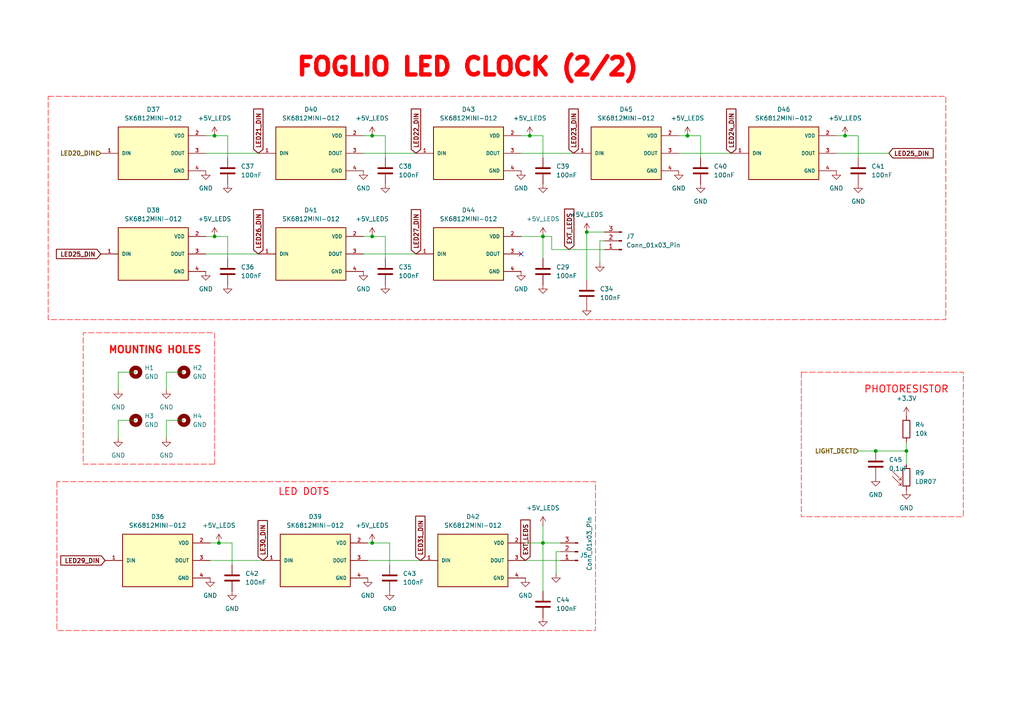
<source format=kicad_sch>
(kicad_sch
	(version 20250114)
	(generator "eeschema")
	(generator_version "9.0")
	(uuid "6711d454-41de-4e4a-ba86-2c5e16cf8e66")
	(paper "A4")
	(lib_symbols
		(symbol "Connector:Conn_01x03_Pin"
			(pin_names
				(offset 1.016)
				(hide yes)
			)
			(exclude_from_sim no)
			(in_bom yes)
			(on_board yes)
			(property "Reference" "J"
				(at 0 5.08 0)
				(effects
					(font
						(size 1.27 1.27)
					)
				)
			)
			(property "Value" "Conn_01x03_Pin"
				(at 0 -5.08 0)
				(effects
					(font
						(size 1.27 1.27)
					)
				)
			)
			(property "Footprint" ""
				(at 0 0 0)
				(effects
					(font
						(size 1.27 1.27)
					)
					(hide yes)
				)
			)
			(property "Datasheet" "~"
				(at 0 0 0)
				(effects
					(font
						(size 1.27 1.27)
					)
					(hide yes)
				)
			)
			(property "Description" "Generic connector, single row, 01x03, script generated"
				(at 0 0 0)
				(effects
					(font
						(size 1.27 1.27)
					)
					(hide yes)
				)
			)
			(property "ki_locked" ""
				(at 0 0 0)
				(effects
					(font
						(size 1.27 1.27)
					)
				)
			)
			(property "ki_keywords" "connector"
				(at 0 0 0)
				(effects
					(font
						(size 1.27 1.27)
					)
					(hide yes)
				)
			)
			(property "ki_fp_filters" "Connector*:*_1x??_*"
				(at 0 0 0)
				(effects
					(font
						(size 1.27 1.27)
					)
					(hide yes)
				)
			)
			(symbol "Conn_01x03_Pin_1_1"
				(rectangle
					(start 0.8636 2.667)
					(end 0 2.413)
					(stroke
						(width 0.1524)
						(type default)
					)
					(fill
						(type outline)
					)
				)
				(rectangle
					(start 0.8636 0.127)
					(end 0 -0.127)
					(stroke
						(width 0.1524)
						(type default)
					)
					(fill
						(type outline)
					)
				)
				(rectangle
					(start 0.8636 -2.413)
					(end 0 -2.667)
					(stroke
						(width 0.1524)
						(type default)
					)
					(fill
						(type outline)
					)
				)
				(polyline
					(pts
						(xy 1.27 2.54) (xy 0.8636 2.54)
					)
					(stroke
						(width 0.1524)
						(type default)
					)
					(fill
						(type none)
					)
				)
				(polyline
					(pts
						(xy 1.27 0) (xy 0.8636 0)
					)
					(stroke
						(width 0.1524)
						(type default)
					)
					(fill
						(type none)
					)
				)
				(polyline
					(pts
						(xy 1.27 -2.54) (xy 0.8636 -2.54)
					)
					(stroke
						(width 0.1524)
						(type default)
					)
					(fill
						(type none)
					)
				)
				(pin passive line
					(at 5.08 2.54 180)
					(length 3.81)
					(name "Pin_1"
						(effects
							(font
								(size 1.27 1.27)
							)
						)
					)
					(number "1"
						(effects
							(font
								(size 1.27 1.27)
							)
						)
					)
				)
				(pin passive line
					(at 5.08 0 180)
					(length 3.81)
					(name "Pin_2"
						(effects
							(font
								(size 1.27 1.27)
							)
						)
					)
					(number "2"
						(effects
							(font
								(size 1.27 1.27)
							)
						)
					)
				)
				(pin passive line
					(at 5.08 -2.54 180)
					(length 3.81)
					(name "Pin_3"
						(effects
							(font
								(size 1.27 1.27)
							)
						)
					)
					(number "3"
						(effects
							(font
								(size 1.27 1.27)
							)
						)
					)
				)
			)
			(embedded_fonts no)
		)
		(symbol "Device:C"
			(pin_numbers
				(hide yes)
			)
			(pin_names
				(offset 0.254)
			)
			(exclude_from_sim no)
			(in_bom yes)
			(on_board yes)
			(property "Reference" "C"
				(at 0.635 2.54 0)
				(effects
					(font
						(size 1.27 1.27)
					)
					(justify left)
				)
			)
			(property "Value" "C"
				(at 0.635 -2.54 0)
				(effects
					(font
						(size 1.27 1.27)
					)
					(justify left)
				)
			)
			(property "Footprint" ""
				(at 0.9652 -3.81 0)
				(effects
					(font
						(size 1.27 1.27)
					)
					(hide yes)
				)
			)
			(property "Datasheet" "~"
				(at 0 0 0)
				(effects
					(font
						(size 1.27 1.27)
					)
					(hide yes)
				)
			)
			(property "Description" "Unpolarized capacitor"
				(at 0 0 0)
				(effects
					(font
						(size 1.27 1.27)
					)
					(hide yes)
				)
			)
			(property "ki_keywords" "cap capacitor"
				(at 0 0 0)
				(effects
					(font
						(size 1.27 1.27)
					)
					(hide yes)
				)
			)
			(property "ki_fp_filters" "C_*"
				(at 0 0 0)
				(effects
					(font
						(size 1.27 1.27)
					)
					(hide yes)
				)
			)
			(symbol "C_0_1"
				(polyline
					(pts
						(xy -2.032 0.762) (xy 2.032 0.762)
					)
					(stroke
						(width 0.508)
						(type default)
					)
					(fill
						(type none)
					)
				)
				(polyline
					(pts
						(xy -2.032 -0.762) (xy 2.032 -0.762)
					)
					(stroke
						(width 0.508)
						(type default)
					)
					(fill
						(type none)
					)
				)
			)
			(symbol "C_1_1"
				(pin passive line
					(at 0 3.81 270)
					(length 2.794)
					(name "~"
						(effects
							(font
								(size 1.27 1.27)
							)
						)
					)
					(number "1"
						(effects
							(font
								(size 1.27 1.27)
							)
						)
					)
				)
				(pin passive line
					(at 0 -3.81 90)
					(length 2.794)
					(name "~"
						(effects
							(font
								(size 1.27 1.27)
							)
						)
					)
					(number "2"
						(effects
							(font
								(size 1.27 1.27)
							)
						)
					)
				)
			)
			(embedded_fonts no)
		)
		(symbol "Device:R"
			(pin_numbers
				(hide yes)
			)
			(pin_names
				(offset 0)
			)
			(exclude_from_sim no)
			(in_bom yes)
			(on_board yes)
			(property "Reference" "R"
				(at 2.032 0 90)
				(effects
					(font
						(size 1.27 1.27)
					)
				)
			)
			(property "Value" "R"
				(at 0 0 90)
				(effects
					(font
						(size 1.27 1.27)
					)
				)
			)
			(property "Footprint" ""
				(at -1.778 0 90)
				(effects
					(font
						(size 1.27 1.27)
					)
					(hide yes)
				)
			)
			(property "Datasheet" "~"
				(at 0 0 0)
				(effects
					(font
						(size 1.27 1.27)
					)
					(hide yes)
				)
			)
			(property "Description" "Resistor"
				(at 0 0 0)
				(effects
					(font
						(size 1.27 1.27)
					)
					(hide yes)
				)
			)
			(property "ki_keywords" "R res resistor"
				(at 0 0 0)
				(effects
					(font
						(size 1.27 1.27)
					)
					(hide yes)
				)
			)
			(property "ki_fp_filters" "R_*"
				(at 0 0 0)
				(effects
					(font
						(size 1.27 1.27)
					)
					(hide yes)
				)
			)
			(symbol "R_0_1"
				(rectangle
					(start -1.016 -2.54)
					(end 1.016 2.54)
					(stroke
						(width 0.254)
						(type default)
					)
					(fill
						(type none)
					)
				)
			)
			(symbol "R_1_1"
				(pin passive line
					(at 0 3.81 270)
					(length 1.27)
					(name "~"
						(effects
							(font
								(size 1.27 1.27)
							)
						)
					)
					(number "1"
						(effects
							(font
								(size 1.27 1.27)
							)
						)
					)
				)
				(pin passive line
					(at 0 -3.81 90)
					(length 1.27)
					(name "~"
						(effects
							(font
								(size 1.27 1.27)
							)
						)
					)
					(number "2"
						(effects
							(font
								(size 1.27 1.27)
							)
						)
					)
				)
			)
			(embedded_fonts no)
		)
		(symbol "Mechanical:MountingHole"
			(pin_names
				(offset 1.016)
			)
			(exclude_from_sim no)
			(in_bom no)
			(on_board yes)
			(property "Reference" "H"
				(at 0 5.08 0)
				(effects
					(font
						(size 1.27 1.27)
					)
				)
			)
			(property "Value" "MountingHole"
				(at 0 3.175 0)
				(effects
					(font
						(size 1.27 1.27)
					)
				)
			)
			(property "Footprint" ""
				(at 0 0 0)
				(effects
					(font
						(size 1.27 1.27)
					)
					(hide yes)
				)
			)
			(property "Datasheet" "~"
				(at 0 0 0)
				(effects
					(font
						(size 1.27 1.27)
					)
					(hide yes)
				)
			)
			(property "Description" "Mounting Hole without connection"
				(at 0 0 0)
				(effects
					(font
						(size 1.27 1.27)
					)
					(hide yes)
				)
			)
			(property "ki_keywords" "mounting hole"
				(at 0 0 0)
				(effects
					(font
						(size 1.27 1.27)
					)
					(hide yes)
				)
			)
			(property "ki_fp_filters" "MountingHole*"
				(at 0 0 0)
				(effects
					(font
						(size 1.27 1.27)
					)
					(hide yes)
				)
			)
			(symbol "MountingHole_0_1"
				(circle
					(center 0 0)
					(radius 1.27)
					(stroke
						(width 1.27)
						(type default)
					)
					(fill
						(type none)
					)
				)
			)
			(embedded_fonts no)
		)
		(symbol "SK6812MINI-012:SK6812MINI-012"
			(pin_names
				(offset 1.016)
			)
			(exclude_from_sim no)
			(in_bom yes)
			(on_board yes)
			(property "Reference" "D"
				(at -10.16 8.89 0)
				(effects
					(font
						(size 1.27 1.27)
					)
					(justify left bottom)
				)
			)
			(property "Value" "SK6812MINI-012"
				(at -10.16 -10.16 0)
				(effects
					(font
						(size 1.27 1.27)
					)
					(justify left bottom)
				)
			)
			(property "Footprint" "SK6812MINI-012:LED_SK6812MINI-012"
				(at 0 0 0)
				(effects
					(font
						(size 1.27 1.27)
					)
					(justify bottom)
					(hide yes)
				)
			)
			(property "Datasheet" ""
				(at 0 0 0)
				(effects
					(font
						(size 1.27 1.27)
					)
					(hide yes)
				)
			)
			(property "Description" ""
				(at 0 0 0)
				(effects
					(font
						(size 1.27 1.27)
					)
					(hide yes)
				)
			)
			(property "MF" "DONGGUANG OPSCO OPTOELECTRONICS CO., LTD"
				(at 0 0 0)
				(effects
					(font
						(size 1.27 1.27)
					)
					(justify bottom)
					(hide yes)
				)
			)
			(property "MAXIMUM_PACKAGE_HEIGHT" "1.1mm"
				(at 0 0 0)
				(effects
					(font
						(size 1.27 1.27)
					)
					(justify bottom)
					(hide yes)
				)
			)
			(property "Package" "Package"
				(at 0 0 0)
				(effects
					(font
						(size 1.27 1.27)
					)
					(justify bottom)
					(hide yes)
				)
			)
			(property "Price" "None"
				(at 0 0 0)
				(effects
					(font
						(size 1.27 1.27)
					)
					(justify bottom)
					(hide yes)
				)
			)
			(property "Check_prices" "https://www.snapeda.com/parts/SK6812MINI-012/DONGGUANG+OPSCO+OPTOELECTRONICS+CO.%252C+LTD/view-part/?ref=eda"
				(at 0 0 0)
				(effects
					(font
						(size 1.27 1.27)
					)
					(justify bottom)
					(hide yes)
				)
			)
			(property "STANDARD" "Manufacturer recommendations"
				(at 0 0 0)
				(effects
					(font
						(size 1.27 1.27)
					)
					(justify bottom)
					(hide yes)
				)
			)
			(property "PARTREV" "A/0"
				(at 0 0 0)
				(effects
					(font
						(size 1.27 1.27)
					)
					(justify bottom)
					(hide yes)
				)
			)
			(property "SnapEDA_Link" "https://www.snapeda.com/parts/SK6812MINI-012/DONGGUANG+OPSCO+OPTOELECTRONICS+CO.%252C+LTD/view-part/?ref=snap"
				(at 0 0 0)
				(effects
					(font
						(size 1.27 1.27)
					)
					(justify bottom)
					(hide yes)
				)
			)
			(property "MP" "SK6812MINI-012"
				(at 0 0 0)
				(effects
					(font
						(size 1.27 1.27)
					)
					(justify bottom)
					(hide yes)
				)
			)
			(property "Description_1" "INTEGRATED LIGHT SOURCE INTELLIGENT CONTROL OF CHIP-ON-TOP SMD TYPE LED"
				(at 0 0 0)
				(effects
					(font
						(size 1.27 1.27)
					)
					(justify bottom)
					(hide yes)
				)
			)
			(property "Availability" "Not in stock"
				(at 0 0 0)
				(effects
					(font
						(size 1.27 1.27)
					)
					(justify bottom)
					(hide yes)
				)
			)
			(property "MANUFACTURER" "DONGGUANG OPSCO OPTOELECTRONICS CO., LTD"
				(at 0 0 0)
				(effects
					(font
						(size 1.27 1.27)
					)
					(justify bottom)
					(hide yes)
				)
			)
			(symbol "SK6812MINI-012_0_0"
				(rectangle
					(start -10.16 -7.62)
					(end 10.16 7.62)
					(stroke
						(width 0.254)
						(type default)
					)
					(fill
						(type background)
					)
				)
				(pin input line
					(at -15.24 0 0)
					(length 5.08)
					(name "DIN"
						(effects
							(font
								(size 1.016 1.016)
							)
						)
					)
					(number "1"
						(effects
							(font
								(size 1.016 1.016)
							)
						)
					)
				)
				(pin power_in line
					(at 15.24 5.08 180)
					(length 5.08)
					(name "VDD"
						(effects
							(font
								(size 1.016 1.016)
							)
						)
					)
					(number "2"
						(effects
							(font
								(size 1.016 1.016)
							)
						)
					)
				)
				(pin output line
					(at 15.24 0 180)
					(length 5.08)
					(name "DOUT"
						(effects
							(font
								(size 1.016 1.016)
							)
						)
					)
					(number "3"
						(effects
							(font
								(size 1.016 1.016)
							)
						)
					)
				)
				(pin power_in line
					(at 15.24 -5.08 180)
					(length 5.08)
					(name "GND"
						(effects
							(font
								(size 1.016 1.016)
							)
						)
					)
					(number "4"
						(effects
							(font
								(size 1.016 1.016)
							)
						)
					)
				)
			)
			(embedded_fonts no)
		)
		(symbol "Sensor_Optical:LDR07"
			(pin_numbers
				(hide yes)
			)
			(pin_names
				(offset 0)
			)
			(exclude_from_sim no)
			(in_bom yes)
			(on_board yes)
			(property "Reference" "R"
				(at -5.08 0 90)
				(effects
					(font
						(size 1.27 1.27)
					)
				)
			)
			(property "Value" "LDR07"
				(at 1.905 0 90)
				(effects
					(font
						(size 1.27 1.27)
					)
					(justify top)
				)
			)
			(property "Footprint" "OptoDevice:R_LDR_5.1x4.3mm_P3.4mm_Vertical"
				(at 4.445 0 90)
				(effects
					(font
						(size 1.27 1.27)
					)
					(hide yes)
				)
			)
			(property "Datasheet" "http://www.tme.eu/de/Document/f2e3ad76a925811312d226c31da4cd7e/LDR07.pdf"
				(at 0 -1.27 0)
				(effects
					(font
						(size 1.27 1.27)
					)
					(hide yes)
				)
			)
			(property "Description" "light dependent resistor"
				(at 0 0 0)
				(effects
					(font
						(size 1.27 1.27)
					)
					(hide yes)
				)
			)
			(property "ki_keywords" "light dependent photo resistor LDR"
				(at 0 0 0)
				(effects
					(font
						(size 1.27 1.27)
					)
					(hide yes)
				)
			)
			(property "ki_fp_filters" "R*LDR*5.1x4.3mm*P3.4mm*"
				(at 0 0 0)
				(effects
					(font
						(size 1.27 1.27)
					)
					(hide yes)
				)
			)
			(symbol "LDR07_0_1"
				(polyline
					(pts
						(xy -1.524 -0.762) (xy -4.064 1.778)
					)
					(stroke
						(width 0)
						(type default)
					)
					(fill
						(type none)
					)
				)
				(polyline
					(pts
						(xy -1.524 -0.762) (xy -2.286 -0.762)
					)
					(stroke
						(width 0)
						(type default)
					)
					(fill
						(type none)
					)
				)
				(polyline
					(pts
						(xy -1.524 -0.762) (xy -1.524 0)
					)
					(stroke
						(width 0)
						(type default)
					)
					(fill
						(type none)
					)
				)
				(polyline
					(pts
						(xy -1.524 -2.286) (xy -4.064 0.254)
					)
					(stroke
						(width 0)
						(type default)
					)
					(fill
						(type none)
					)
				)
				(polyline
					(pts
						(xy -1.524 -2.286) (xy -2.286 -2.286)
					)
					(stroke
						(width 0)
						(type default)
					)
					(fill
						(type none)
					)
				)
				(polyline
					(pts
						(xy -1.524 -2.286) (xy -1.524 -1.524)
					)
					(stroke
						(width 0)
						(type default)
					)
					(fill
						(type none)
					)
				)
				(rectangle
					(start -1.016 2.54)
					(end 1.016 -2.54)
					(stroke
						(width 0.254)
						(type default)
					)
					(fill
						(type none)
					)
				)
			)
			(symbol "LDR07_1_1"
				(pin passive line
					(at 0 3.81 270)
					(length 1.27)
					(name "~"
						(effects
							(font
								(size 1.27 1.27)
							)
						)
					)
					(number "1"
						(effects
							(font
								(size 1.27 1.27)
							)
						)
					)
				)
				(pin passive line
					(at 0 -3.81 90)
					(length 1.27)
					(name "~"
						(effects
							(font
								(size 1.27 1.27)
							)
						)
					)
					(number "2"
						(effects
							(font
								(size 1.27 1.27)
							)
						)
					)
				)
			)
			(embedded_fonts no)
		)
		(symbol "power:+3.3V"
			(power)
			(pin_numbers
				(hide yes)
			)
			(pin_names
				(offset 0)
				(hide yes)
			)
			(exclude_from_sim no)
			(in_bom yes)
			(on_board yes)
			(property "Reference" "#PWR"
				(at 0 -3.81 0)
				(effects
					(font
						(size 1.27 1.27)
					)
					(hide yes)
				)
			)
			(property "Value" "+3.3V"
				(at 0 3.556 0)
				(effects
					(font
						(size 1.27 1.27)
					)
				)
			)
			(property "Footprint" ""
				(at 0 0 0)
				(effects
					(font
						(size 1.27 1.27)
					)
					(hide yes)
				)
			)
			(property "Datasheet" ""
				(at 0 0 0)
				(effects
					(font
						(size 1.27 1.27)
					)
					(hide yes)
				)
			)
			(property "Description" "Power symbol creates a global label with name \"+3.3V\""
				(at 0 0 0)
				(effects
					(font
						(size 1.27 1.27)
					)
					(hide yes)
				)
			)
			(property "ki_keywords" "global power"
				(at 0 0 0)
				(effects
					(font
						(size 1.27 1.27)
					)
					(hide yes)
				)
			)
			(symbol "+3.3V_0_1"
				(polyline
					(pts
						(xy -0.762 1.27) (xy 0 2.54)
					)
					(stroke
						(width 0)
						(type default)
					)
					(fill
						(type none)
					)
				)
				(polyline
					(pts
						(xy 0 2.54) (xy 0.762 1.27)
					)
					(stroke
						(width 0)
						(type default)
					)
					(fill
						(type none)
					)
				)
				(polyline
					(pts
						(xy 0 0) (xy 0 2.54)
					)
					(stroke
						(width 0)
						(type default)
					)
					(fill
						(type none)
					)
				)
			)
			(symbol "+3.3V_1_1"
				(pin power_in line
					(at 0 0 90)
					(length 0)
					(name "~"
						(effects
							(font
								(size 1.27 1.27)
							)
						)
					)
					(number "1"
						(effects
							(font
								(size 1.27 1.27)
							)
						)
					)
				)
			)
			(embedded_fonts no)
		)
		(symbol "power:+5V"
			(power)
			(pin_numbers
				(hide yes)
			)
			(pin_names
				(offset 0)
				(hide yes)
			)
			(exclude_from_sim no)
			(in_bom yes)
			(on_board yes)
			(property "Reference" "#PWR"
				(at 0 -3.81 0)
				(effects
					(font
						(size 1.27 1.27)
					)
					(hide yes)
				)
			)
			(property "Value" "+5V"
				(at 0 3.556 0)
				(effects
					(font
						(size 1.27 1.27)
					)
				)
			)
			(property "Footprint" ""
				(at 0 0 0)
				(effects
					(font
						(size 1.27 1.27)
					)
					(hide yes)
				)
			)
			(property "Datasheet" ""
				(at 0 0 0)
				(effects
					(font
						(size 1.27 1.27)
					)
					(hide yes)
				)
			)
			(property "Description" "Power symbol creates a global label with name \"+5V\""
				(at 0 0 0)
				(effects
					(font
						(size 1.27 1.27)
					)
					(hide yes)
				)
			)
			(property "ki_keywords" "global power"
				(at 0 0 0)
				(effects
					(font
						(size 1.27 1.27)
					)
					(hide yes)
				)
			)
			(symbol "+5V_0_1"
				(polyline
					(pts
						(xy -0.762 1.27) (xy 0 2.54)
					)
					(stroke
						(width 0)
						(type default)
					)
					(fill
						(type none)
					)
				)
				(polyline
					(pts
						(xy 0 2.54) (xy 0.762 1.27)
					)
					(stroke
						(width 0)
						(type default)
					)
					(fill
						(type none)
					)
				)
				(polyline
					(pts
						(xy 0 0) (xy 0 2.54)
					)
					(stroke
						(width 0)
						(type default)
					)
					(fill
						(type none)
					)
				)
			)
			(symbol "+5V_1_1"
				(pin power_in line
					(at 0 0 90)
					(length 0)
					(name "~"
						(effects
							(font
								(size 1.27 1.27)
							)
						)
					)
					(number "1"
						(effects
							(font
								(size 1.27 1.27)
							)
						)
					)
				)
			)
			(embedded_fonts no)
		)
		(symbol "power:GND"
			(power)
			(pin_numbers
				(hide yes)
			)
			(pin_names
				(offset 0)
				(hide yes)
			)
			(exclude_from_sim no)
			(in_bom yes)
			(on_board yes)
			(property "Reference" "#PWR"
				(at 0 -6.35 0)
				(effects
					(font
						(size 1.27 1.27)
					)
					(hide yes)
				)
			)
			(property "Value" "GND"
				(at 0 -3.81 0)
				(effects
					(font
						(size 1.27 1.27)
					)
				)
			)
			(property "Footprint" ""
				(at 0 0 0)
				(effects
					(font
						(size 1.27 1.27)
					)
					(hide yes)
				)
			)
			(property "Datasheet" ""
				(at 0 0 0)
				(effects
					(font
						(size 1.27 1.27)
					)
					(hide yes)
				)
			)
			(property "Description" "Power symbol creates a global label with name \"GND\" , ground"
				(at 0 0 0)
				(effects
					(font
						(size 1.27 1.27)
					)
					(hide yes)
				)
			)
			(property "ki_keywords" "global power"
				(at 0 0 0)
				(effects
					(font
						(size 1.27 1.27)
					)
					(hide yes)
				)
			)
			(symbol "GND_0_1"
				(polyline
					(pts
						(xy 0 0) (xy 0 -1.27) (xy 1.27 -1.27) (xy 0 -2.54) (xy -1.27 -1.27) (xy 0 -1.27)
					)
					(stroke
						(width 0)
						(type default)
					)
					(fill
						(type none)
					)
				)
			)
			(symbol "GND_1_1"
				(pin power_in line
					(at 0 0 270)
					(length 0)
					(name "~"
						(effects
							(font
								(size 1.27 1.27)
							)
						)
					)
					(number "1"
						(effects
							(font
								(size 1.27 1.27)
							)
						)
					)
				)
			)
			(embedded_fonts no)
		)
	)
	(text "PHOTORESISTOR"
		(exclude_from_sim no)
		(at 262.89 113.03 0)
		(effects
			(font
				(size 2.032 2.032)
				(thickness 0.254)
				(bold yes)
				(color 255 2 9 1)
			)
		)
		(uuid "5e3b33ed-8b08-4100-a4e7-455401e7edc2")
	)
	(text "MOUNTING HOLES"
		(exclude_from_sim no)
		(at 44.958 101.6 0)
		(effects
			(font
				(size 2.032 2.032)
				(thickness 0.4064)
				(bold yes)
				(color 255 7 0 1)
			)
		)
		(uuid "83817ff4-bfd9-409a-99e3-0f65a3e1c63d")
	)
	(text "LED DOTS"
		(exclude_from_sim no)
		(at 88.138 142.748 0)
		(effects
			(font
				(size 2.032 2.032)
				(thickness 0.254)
				(bold yes)
				(color 255 0 21 1)
			)
		)
		(uuid "a47cb5c6-19f4-4ce3-a251-e03c643a7077")
	)
	(text "FOGLIO LED CLOCK (2/2)\n"
		(exclude_from_sim no)
		(at 135.636 19.558 0)
		(effects
			(font
				(size 5.08 5.08)
				(thickness 1.27)
				(bold yes)
				(color 255 0 5 1)
			)
		)
		(uuid "b212815f-6370-4465-915c-e0a2bbda2b17")
	)
	(junction
		(at 262.89 130.81)
		(diameter 0)
		(color 0 0 0 0)
		(uuid "02d1d266-fa12-46b4-a0ae-c6d90caff733")
	)
	(junction
		(at 157.48 68.58)
		(diameter 0)
		(color 0 0 0 0)
		(uuid "106cb31f-9356-40dd-83d7-0464c39acd21")
	)
	(junction
		(at 107.95 39.37)
		(diameter 0)
		(color 0 0 0 0)
		(uuid "11c45ba3-6a34-4151-87bc-3ee464bc71b2")
	)
	(junction
		(at 254 130.81)
		(diameter 0)
		(color 0 0 0 0)
		(uuid "368a5b07-ba06-41d8-b7cd-d0dc5e62e2e3")
	)
	(junction
		(at 157.48 157.48)
		(diameter 0)
		(color 0 0 0 0)
		(uuid "41689c89-24fa-48a8-885b-14f98689ba05")
	)
	(junction
		(at 199.39 39.37)
		(diameter 0)
		(color 0 0 0 0)
		(uuid "4527cd38-74be-4da8-98be-e875aa4252a8")
	)
	(junction
		(at 62.23 68.58)
		(diameter 0)
		(color 0 0 0 0)
		(uuid "60fba00e-e04b-4e05-8ffc-e0a7c0620f40")
	)
	(junction
		(at 107.95 68.58)
		(diameter 0)
		(color 0 0 0 0)
		(uuid "80489256-c1f6-43e9-8181-470d8b9f7d8d")
	)
	(junction
		(at 62.23 39.37)
		(diameter 0)
		(color 0 0 0 0)
		(uuid "89c282f5-23b5-4d4c-90dc-28eed08f2c4e")
	)
	(junction
		(at 170.18 67.31)
		(diameter 0)
		(color 0 0 0 0)
		(uuid "a302c55f-5d23-4673-9c6d-c46f23954f9e")
	)
	(junction
		(at 63.5 157.48)
		(diameter 0)
		(color 0 0 0 0)
		(uuid "a44bb96f-84a5-4da6-ad4b-735900fb28da")
	)
	(junction
		(at 153.67 39.37)
		(diameter 0)
		(color 0 0 0 0)
		(uuid "b47149c9-dbdb-42a1-9d5e-35a785ea4e18")
	)
	(junction
		(at 107.95 157.48)
		(diameter 0)
		(color 0 0 0 0)
		(uuid "bde17e88-6929-46d6-92e6-fc6e246bd1fb")
	)
	(junction
		(at 245.11 39.37)
		(diameter 0)
		(color 0 0 0 0)
		(uuid "f77bcd98-6de3-489a-8f67-8b70c67d596f")
	)
	(no_connect
		(at 151.13 73.66)
		(uuid "e0a41a1e-2b3d-4522-a1a0-8e5cf3b5c31d")
	)
	(wire
		(pts
			(xy 170.18 67.31) (xy 170.18 81.28)
		)
		(stroke
			(width 0)
			(type default)
		)
		(uuid "04ed8465-c7fa-4ed3-86dd-0b794d35b16c")
	)
	(wire
		(pts
			(xy 59.69 44.45) (xy 74.93 44.45)
		)
		(stroke
			(width 0)
			(type default)
		)
		(uuid "0fff4411-be76-4367-b088-f6aacede5721")
	)
	(wire
		(pts
			(xy 66.04 68.58) (xy 62.23 68.58)
		)
		(stroke
			(width 0)
			(type default)
		)
		(uuid "108dd7d8-14c1-426b-aa9f-00650d8d7e13")
	)
	(wire
		(pts
			(xy 175.26 72.39) (xy 160.02 72.39)
		)
		(stroke
			(width 0)
			(type default)
		)
		(uuid "1454f193-ff77-4341-88b9-d0e5d043d17c")
	)
	(wire
		(pts
			(xy 248.92 39.37) (xy 245.11 39.37)
		)
		(stroke
			(width 0)
			(type default)
		)
		(uuid "17557173-246a-40f0-8aba-de2f65fbab5a")
	)
	(wire
		(pts
			(xy 48.26 121.92) (xy 53.34 121.92)
		)
		(stroke
			(width 0)
			(type default)
		)
		(uuid "175ba1d6-bfa3-419e-a2f2-7dcc173cbf2e")
	)
	(wire
		(pts
			(xy 34.29 121.92) (xy 39.37 121.92)
		)
		(stroke
			(width 0)
			(type default)
		)
		(uuid "182a0504-88ad-4ba4-974c-69de74d6bfe2")
	)
	(wire
		(pts
			(xy 254 130.81) (xy 262.89 130.81)
		)
		(stroke
			(width 0)
			(type default)
		)
		(uuid "18d64cdb-f5eb-4f59-985d-0d3be0578474")
	)
	(wire
		(pts
			(xy 161.29 160.02) (xy 161.29 166.37)
		)
		(stroke
			(width 0)
			(type default)
		)
		(uuid "1a481db8-59fb-4f2a-b244-b28cae60d826")
	)
	(wire
		(pts
			(xy 162.56 160.02) (xy 161.29 160.02)
		)
		(stroke
			(width 0)
			(type default)
		)
		(uuid "1c6ad8a2-6d70-4df2-b4a9-bd8eab00beb1")
	)
	(wire
		(pts
			(xy 111.76 45.72) (xy 111.76 39.37)
		)
		(stroke
			(width 0)
			(type default)
		)
		(uuid "1da13470-b34e-4f59-af01-8c94431ee493")
	)
	(wire
		(pts
			(xy 157.48 39.37) (xy 153.67 39.37)
		)
		(stroke
			(width 0)
			(type default)
		)
		(uuid "1e368027-be75-44e7-aca4-dd65b58a8d56")
	)
	(wire
		(pts
			(xy 170.18 67.31) (xy 175.26 67.31)
		)
		(stroke
			(width 0)
			(type default)
		)
		(uuid "289321bf-9bca-4cc3-bf8a-f65f50e598e6")
	)
	(wire
		(pts
			(xy 60.96 162.56) (xy 76.2 162.56)
		)
		(stroke
			(width 0)
			(type default)
		)
		(uuid "292aa1b3-b5ce-4303-9ed7-5b3ce1aaed69")
	)
	(wire
		(pts
			(xy 105.41 73.66) (xy 120.65 73.66)
		)
		(stroke
			(width 0)
			(type default)
		)
		(uuid "30703b72-6e54-4377-95c3-a5b889266ba5")
	)
	(wire
		(pts
			(xy 157.48 157.48) (xy 157.48 171.45)
		)
		(stroke
			(width 0)
			(type default)
		)
		(uuid "43496f90-8b1c-40f9-947f-69452d316c08")
	)
	(wire
		(pts
			(xy 157.48 152.4) (xy 157.48 157.48)
		)
		(stroke
			(width 0)
			(type default)
		)
		(uuid "47c2afb1-3f64-495f-a3a0-63411742629e")
	)
	(wire
		(pts
			(xy 111.76 39.37) (xy 107.95 39.37)
		)
		(stroke
			(width 0)
			(type default)
		)
		(uuid "492b8dd7-9a9c-46fb-8962-57507096ea3c")
	)
	(wire
		(pts
			(xy 107.95 68.58) (xy 105.41 68.58)
		)
		(stroke
			(width 0)
			(type default)
		)
		(uuid "4e3758d9-6f0c-4ae7-890e-f0b91423f343")
	)
	(wire
		(pts
			(xy 157.48 157.48) (xy 162.56 157.48)
		)
		(stroke
			(width 0)
			(type default)
		)
		(uuid "518c4f3d-dd15-4935-84a6-fd2d61f75237")
	)
	(wire
		(pts
			(xy 48.26 107.95) (xy 53.34 107.95)
		)
		(stroke
			(width 0)
			(type default)
		)
		(uuid "54760e5f-bbc3-4dbe-a423-407a617290ee")
	)
	(wire
		(pts
			(xy 113.03 157.48) (xy 107.95 157.48)
		)
		(stroke
			(width 0)
			(type default)
		)
		(uuid "55ebc4c1-66ed-47e2-b471-4be86b97c822")
	)
	(wire
		(pts
			(xy 105.41 44.45) (xy 120.65 44.45)
		)
		(stroke
			(width 0)
			(type default)
		)
		(uuid "5eed38bd-9953-44b9-943f-d5ada0ca3fd6")
	)
	(wire
		(pts
			(xy 66.04 74.93) (xy 66.04 68.58)
		)
		(stroke
			(width 0)
			(type default)
		)
		(uuid "66f18d74-148d-4309-bae4-dcb073ed31a8")
	)
	(wire
		(pts
			(xy 111.76 74.93) (xy 111.76 68.58)
		)
		(stroke
			(width 0)
			(type default)
		)
		(uuid "6efe1e31-7457-4a2d-8c37-12bea26e8b14")
	)
	(wire
		(pts
			(xy 160.02 72.39) (xy 160.02 68.58)
		)
		(stroke
			(width 0)
			(type default)
		)
		(uuid "6f9bbed0-7a52-45f7-aa87-4ac41a61df05")
	)
	(wire
		(pts
			(xy 157.48 157.48) (xy 152.4 157.48)
		)
		(stroke
			(width 0)
			(type default)
		)
		(uuid "7073d8a3-171b-4e97-8049-c3da4b7e8b5f")
	)
	(wire
		(pts
			(xy 157.48 74.93) (xy 157.48 68.58)
		)
		(stroke
			(width 0)
			(type default)
		)
		(uuid "77f06b9e-cdf8-4f31-b9bf-682345a91cd4")
	)
	(wire
		(pts
			(xy 248.92 130.81) (xy 254 130.81)
		)
		(stroke
			(width 0)
			(type default)
		)
		(uuid "7ad7a010-9cd1-4402-91e4-4a7a7f59a672")
	)
	(wire
		(pts
			(xy 111.76 68.58) (xy 107.95 68.58)
		)
		(stroke
			(width 0)
			(type default)
		)
		(uuid "85373686-e6e2-449b-b3a3-8fdc8b83528c")
	)
	(wire
		(pts
			(xy 62.23 39.37) (xy 59.69 39.37)
		)
		(stroke
			(width 0)
			(type default)
		)
		(uuid "8661c5e9-93fd-4035-bae8-b415b82f6745")
	)
	(wire
		(pts
			(xy 157.48 68.58) (xy 151.13 68.58)
		)
		(stroke
			(width 0)
			(type default)
		)
		(uuid "8b61a1cb-e74d-49ca-8514-1e61a8e1a0c7")
	)
	(wire
		(pts
			(xy 67.31 157.48) (xy 63.5 157.48)
		)
		(stroke
			(width 0)
			(type default)
		)
		(uuid "8b91ab78-fc1a-40df-9080-7aa318492af3")
	)
	(wire
		(pts
			(xy 248.92 45.72) (xy 248.92 39.37)
		)
		(stroke
			(width 0)
			(type default)
		)
		(uuid "8bdca319-d41d-4478-a4df-74897597314f")
	)
	(wire
		(pts
			(xy 67.31 163.83) (xy 67.31 157.48)
		)
		(stroke
			(width 0)
			(type default)
		)
		(uuid "8cd3fdeb-eccc-40ec-9013-e1aefc729d9e")
	)
	(wire
		(pts
			(xy 242.57 44.45) (xy 257.81 44.45)
		)
		(stroke
			(width 0)
			(type default)
		)
		(uuid "8e3e3c07-fca1-4ce9-a3e8-96fbc750b4d1")
	)
	(wire
		(pts
			(xy 173.99 69.85) (xy 173.99 76.2)
		)
		(stroke
			(width 0)
			(type default)
		)
		(uuid "8e9d01ca-9ff4-48b8-aecd-cdd65281d24e")
	)
	(wire
		(pts
			(xy 113.03 163.83) (xy 113.03 157.48)
		)
		(stroke
			(width 0)
			(type default)
		)
		(uuid "9052a8f9-f59c-410e-add3-36491a087bae")
	)
	(wire
		(pts
			(xy 34.29 127) (xy 34.29 121.92)
		)
		(stroke
			(width 0)
			(type default)
		)
		(uuid "9c11a6e7-a516-4ec9-a0f3-4ab716b3bea4")
	)
	(wire
		(pts
			(xy 153.67 39.37) (xy 151.13 39.37)
		)
		(stroke
			(width 0)
			(type default)
		)
		(uuid "a35198a7-2806-49cd-9b17-0fcae03b0005")
	)
	(wire
		(pts
			(xy 66.04 39.37) (xy 62.23 39.37)
		)
		(stroke
			(width 0)
			(type default)
		)
		(uuid "a3bdf0ac-f2e4-4902-99b9-871151cfd4f7")
	)
	(wire
		(pts
			(xy 107.95 39.37) (xy 105.41 39.37)
		)
		(stroke
			(width 0)
			(type default)
		)
		(uuid "a81c8a24-ef97-46c4-901c-fbb6bc8231c5")
	)
	(wire
		(pts
			(xy 262.89 134.62) (xy 262.89 130.81)
		)
		(stroke
			(width 0)
			(type default)
		)
		(uuid "a9077644-961b-4b5c-aee0-b1f6818d7abe")
	)
	(wire
		(pts
			(xy 63.5 157.48) (xy 60.96 157.48)
		)
		(stroke
			(width 0)
			(type default)
		)
		(uuid "af7219c5-0f34-4f7e-89af-d18ddb0c0ab1")
	)
	(wire
		(pts
			(xy 34.29 113.03) (xy 34.29 107.95)
		)
		(stroke
			(width 0)
			(type default)
		)
		(uuid "b0987185-3c6c-4885-91bc-f61cf82ca957")
	)
	(wire
		(pts
			(xy 262.89 130.81) (xy 262.89 128.27)
		)
		(stroke
			(width 0)
			(type default)
		)
		(uuid "b71b0f0f-a4e2-4395-9882-daba6a9dbc76")
	)
	(wire
		(pts
			(xy 175.26 69.85) (xy 173.99 69.85)
		)
		(stroke
			(width 0)
			(type default)
		)
		(uuid "c08d1529-9f82-45e9-a4a3-bc2d2d9f8ce5")
	)
	(wire
		(pts
			(xy 62.23 68.58) (xy 59.69 68.58)
		)
		(stroke
			(width 0)
			(type default)
		)
		(uuid "c39eace4-7233-4209-95e3-cfb2c4d8a608")
	)
	(wire
		(pts
			(xy 48.26 127) (xy 48.26 121.92)
		)
		(stroke
			(width 0)
			(type default)
		)
		(uuid "c68dd2eb-db07-4b49-a164-14a11885dd94")
	)
	(wire
		(pts
			(xy 107.95 157.48) (xy 106.68 157.48)
		)
		(stroke
			(width 0)
			(type default)
		)
		(uuid "c6c16a35-beb0-4ac3-89d5-f88bef517835")
	)
	(wire
		(pts
			(xy 34.29 107.95) (xy 39.37 107.95)
		)
		(stroke
			(width 0)
			(type default)
		)
		(uuid "ca2d0129-23d5-4f87-8d75-ac4b4b49426b")
	)
	(wire
		(pts
			(xy 106.68 162.56) (xy 121.92 162.56)
		)
		(stroke
			(width 0)
			(type default)
		)
		(uuid "ccb350a2-1fa7-4414-9217-d6f33cbdcbb6")
	)
	(wire
		(pts
			(xy 59.69 73.66) (xy 74.93 73.66)
		)
		(stroke
			(width 0)
			(type default)
		)
		(uuid "ccf10f79-b38e-467f-acf5-5b744dafb8c6")
	)
	(wire
		(pts
			(xy 157.48 45.72) (xy 157.48 39.37)
		)
		(stroke
			(width 0)
			(type default)
		)
		(uuid "ccfcc09e-af68-4a2f-9832-dfe08cc26e8f")
	)
	(wire
		(pts
			(xy 196.85 44.45) (xy 212.09 44.45)
		)
		(stroke
			(width 0)
			(type default)
		)
		(uuid "d9ab7b49-6543-4197-b1c2-523f27dc76db")
	)
	(wire
		(pts
			(xy 245.11 39.37) (xy 242.57 39.37)
		)
		(stroke
			(width 0)
			(type default)
		)
		(uuid "ed15c5dd-08ee-45f7-abaf-111a0cef725d")
	)
	(wire
		(pts
			(xy 152.4 162.56) (xy 162.56 162.56)
		)
		(stroke
			(width 0)
			(type default)
		)
		(uuid "f3c57c57-902a-4496-957b-ada12030c4c5")
	)
	(wire
		(pts
			(xy 160.02 68.58) (xy 157.48 68.58)
		)
		(stroke
			(width 0)
			(type default)
		)
		(uuid "f44edd9c-9a9a-4fb6-946f-a7b379aadd7c")
	)
	(wire
		(pts
			(xy 66.04 45.72) (xy 66.04 39.37)
		)
		(stroke
			(width 0)
			(type default)
		)
		(uuid "f4905bad-4fe0-4df6-a0aa-2242b9312fe1")
	)
	(wire
		(pts
			(xy 48.26 113.03) (xy 48.26 107.95)
		)
		(stroke
			(width 0)
			(type default)
		)
		(uuid "f5a7b98d-f3c2-4a31-80eb-91ab9a598ba3")
	)
	(wire
		(pts
			(xy 199.39 39.37) (xy 196.85 39.37)
		)
		(stroke
			(width 0)
			(type default)
		)
		(uuid "f5ed6548-a962-45d1-9600-21c4fede2456")
	)
	(wire
		(pts
			(xy 151.13 44.45) (xy 166.37 44.45)
		)
		(stroke
			(width 0)
			(type default)
		)
		(uuid "fc18fb2a-b4e2-4813-b2d5-b8aca1649d73")
	)
	(wire
		(pts
			(xy 203.2 45.72) (xy 203.2 39.37)
		)
		(stroke
			(width 0)
			(type default)
		)
		(uuid "fcc6e9c4-1ca6-4b06-bb64-0e5bfbcc5dec")
	)
	(wire
		(pts
			(xy 203.2 39.37) (xy 199.39 39.37)
		)
		(stroke
			(width 0)
			(type default)
		)
		(uuid "fddaaa80-0e6e-4eeb-914f-7a7f7c3a90c1")
	)
	(global_label "LED26_DIN"
		(shape input)
		(at 74.93 73.66 90)
		(fields_autoplaced yes)
		(effects
			(font
				(size 1.27 1.27)
				(thickness 0.254)
				(bold yes)
			)
			(justify left)
		)
		(uuid "02ac68d3-352b-4786-8156-60f391174168")
		(property "Intersheetrefs" "${INTERSHEET_REFS}"
			(at 74.93 60.1598 90)
			(effects
				(font
					(size 1.27 1.27)
				)
				(justify left)
				(hide yes)
			)
		)
	)
	(global_label "LED29_DIN"
		(shape input)
		(at 30.48 162.56 180)
		(fields_autoplaced yes)
		(effects
			(font
				(size 1.27 1.27)
				(thickness 0.254)
				(bold yes)
			)
			(justify right)
		)
		(uuid "0a41d41a-64e3-4f22-824e-cea43e88a63e")
		(property "Intersheetrefs" "${INTERSHEET_REFS}"
			(at 16.9798 162.56 0)
			(effects
				(font
					(size 1.27 1.27)
				)
				(justify right)
				(hide yes)
			)
		)
	)
	(global_label "LED22_DIN"
		(shape input)
		(at 120.65 44.45 90)
		(fields_autoplaced yes)
		(effects
			(font
				(size 1.27 1.27)
				(thickness 0.254)
				(bold yes)
			)
			(justify left)
		)
		(uuid "0b57047c-adab-45dc-acc1-2180692e4a23")
		(property "Intersheetrefs" "${INTERSHEET_REFS}"
			(at 120.65 30.9498 90)
			(effects
				(font
					(size 1.27 1.27)
				)
				(justify left)
				(hide yes)
			)
		)
	)
	(global_label "EXT_LEDS"
		(shape input)
		(at 165.1 72.39 90)
		(fields_autoplaced yes)
		(effects
			(font
				(size 1.27 1.27)
				(thickness 0.254)
				(bold yes)
			)
			(justify left)
		)
		(uuid "2b10d12c-c270-4783-bc8d-83bc299ceced")
		(property "Intersheetrefs" "${INTERSHEET_REFS}"
			(at 165.1 59.9785 90)
			(effects
				(font
					(size 1.27 1.27)
				)
				(justify left)
				(hide yes)
			)
		)
	)
	(global_label "LED21_DIN"
		(shape input)
		(at 74.93 44.45 90)
		(fields_autoplaced yes)
		(effects
			(font
				(size 1.27 1.27)
				(thickness 0.254)
				(bold yes)
			)
			(justify left)
		)
		(uuid "3e57abdf-3a6f-4ef1-a0e8-462ee8935296")
		(property "Intersheetrefs" "${INTERSHEET_REFS}"
			(at 74.93 30.9498 90)
			(effects
				(font
					(size 1.27 1.27)
				)
				(justify left)
				(hide yes)
			)
		)
	)
	(global_label "LED23_DIN"
		(shape input)
		(at 166.37 44.45 90)
		(fields_autoplaced yes)
		(effects
			(font
				(size 1.27 1.27)
				(thickness 0.254)
				(bold yes)
			)
			(justify left)
		)
		(uuid "4a927787-b0c4-4786-89df-2076e07231b5")
		(property "Intersheetrefs" "${INTERSHEET_REFS}"
			(at 166.37 30.9498 90)
			(effects
				(font
					(size 1.27 1.27)
				)
				(justify left)
				(hide yes)
			)
		)
	)
	(global_label "LED25_DIN"
		(shape input)
		(at 257.81 44.45 0)
		(fields_autoplaced yes)
		(effects
			(font
				(size 1.27 1.27)
				(thickness 0.254)
				(bold yes)
			)
			(justify left)
		)
		(uuid "7b987757-9777-4c55-8ce9-0d4bf12aa9be")
		(property "Intersheetrefs" "${INTERSHEET_REFS}"
			(at 271.3102 44.45 0)
			(effects
				(font
					(size 1.27 1.27)
				)
				(justify left)
				(hide yes)
			)
		)
	)
	(global_label "LED25_DIN"
		(shape input)
		(at 29.21 73.66 180)
		(fields_autoplaced yes)
		(effects
			(font
				(size 1.27 1.27)
				(thickness 0.254)
				(bold yes)
			)
			(justify right)
		)
		(uuid "8e4df79d-4821-426b-99b3-25085576aac8")
		(property "Intersheetrefs" "${INTERSHEET_REFS}"
			(at 15.7098 73.66 0)
			(effects
				(font
					(size 1.27 1.27)
				)
				(justify right)
				(hide yes)
			)
		)
	)
	(global_label "LE30_DIN"
		(shape input)
		(at 76.2 162.56 90)
		(fields_autoplaced yes)
		(effects
			(font
				(size 1.27 1.27)
				(thickness 0.254)
				(bold yes)
			)
			(justify left)
		)
		(uuid "abd36c23-a4f2-403a-ae8e-d2d86053d163")
		(property "Intersheetrefs" "${INTERSHEET_REFS}"
			(at 76.2 150.3298 90)
			(effects
				(font
					(size 1.27 1.27)
				)
				(justify left)
				(hide yes)
			)
		)
	)
	(global_label "LED31_DIN"
		(shape input)
		(at 121.92 162.56 90)
		(fields_autoplaced yes)
		(effects
			(font
				(size 1.27 1.27)
				(thickness 0.254)
				(bold yes)
			)
			(justify left)
		)
		(uuid "b29124d4-43cf-4084-8350-cf051ad9c4de")
		(property "Intersheetrefs" "${INTERSHEET_REFS}"
			(at 121.92 149.0598 90)
			(effects
				(font
					(size 1.27 1.27)
				)
				(justify left)
				(hide yes)
			)
		)
	)
	(global_label "EXT_LEDS"
		(shape input)
		(at 152.4 162.56 90)
		(fields_autoplaced yes)
		(effects
			(font
				(size 1.27 1.27)
				(thickness 0.254)
				(bold yes)
			)
			(justify left)
		)
		(uuid "bb6b8d70-8c1d-4151-8445-ffb0db1974fd")
		(property "Intersheetrefs" "${INTERSHEET_REFS}"
			(at 152.4 150.1485 90)
			(effects
				(font
					(size 1.27 1.27)
				)
				(justify left)
				(hide yes)
			)
		)
	)
	(global_label "LED24_DIN"
		(shape input)
		(at 212.09 44.45 90)
		(fields_autoplaced yes)
		(effects
			(font
				(size 1.27 1.27)
				(thickness 0.254)
				(bold yes)
			)
			(justify left)
		)
		(uuid "e30a3fb5-e7d8-4de5-956d-a02492da4eb3")
		(property "Intersheetrefs" "${INTERSHEET_REFS}"
			(at 212.09 30.9498 90)
			(effects
				(font
					(size 1.27 1.27)
				)
				(justify left)
				(hide yes)
			)
		)
	)
	(global_label "LED27_DIN"
		(shape input)
		(at 120.65 73.66 90)
		(fields_autoplaced yes)
		(effects
			(font
				(size 1.27 1.27)
				(thickness 0.254)
				(bold yes)
			)
			(justify left)
		)
		(uuid "fa78568d-620c-4fce-8c04-76722ccc3894")
		(property "Intersheetrefs" "${INTERSHEET_REFS}"
			(at 120.65 60.1598 90)
			(effects
				(font
					(size 1.27 1.27)
				)
				(justify left)
				(hide yes)
			)
		)
	)
	(hierarchical_label "LIGHT_DECT"
		(shape input)
		(at 248.92 130.81 180)
		(effects
			(font
				(size 1.27 1.27)
				(thickness 0.254)
				(bold yes)
			)
			(justify right)
		)
		(uuid "79f5ab2c-c2f3-4385-ae71-cf7805737f53")
	)
	(hierarchical_label "LED20_DIN"
		(shape input)
		(at 29.21 44.45 180)
		(effects
			(font
				(size 1.27 1.27)
				(thickness 0.254)
				(bold yes)
			)
			(justify right)
		)
		(uuid "d543112e-c602-462f-8e08-877276aaa489")
	)
	(rule_area
		(polyline
			(pts
				(xy 16.51 139.7) (xy 16.51 182.88) (xy 172.72 182.88) (xy 172.72 139.7)
			)
			(stroke
				(width 0)
				(type dash)
			)
			(fill
				(type none)
			)
			(uuid 2922b2b6-4b85-43f7-be75-8404ddedb08c)
		)
	)
	(rule_area
		(polyline
			(pts
				(xy 13.97 27.94) (xy 274.32 27.94) (xy 274.32 92.71) (xy 13.97 92.71)
			)
			(stroke
				(width 0)
				(type dash)
			)
			(fill
				(type none)
			)
			(uuid 2a0590d0-f6b8-4d55-8511-1cf5724c3e34)
		)
	)
	(rule_area
		(polyline
			(pts
				(xy 232.41 107.95) (xy 232.41 149.86) (xy 279.4 149.86) (xy 279.4 107.95)
			)
			(stroke
				(width 0)
				(type dash)
			)
			(fill
				(type none)
			)
			(uuid 93bfb67f-182e-44df-a8da-527d80c979d4)
		)
	)
	(rule_area
		(polyline
			(pts
				(xy 62.23 134.62) (xy 24.13 134.62) (xy 24.13 96.52) (xy 62.23 96.52)
			)
			(stroke
				(width 0)
				(type dash)
			)
			(fill
				(type none)
			)
			(uuid f807fb63-9b90-4f44-9d12-f7e4bd1279ca)
		)
	)
	(symbol
		(lib_id "power:GND")
		(at 105.41 49.53 0)
		(unit 1)
		(exclude_from_sim no)
		(in_bom yes)
		(on_board yes)
		(dnp no)
		(fields_autoplaced yes)
		(uuid "012a6198-413b-48bb-bc96-17159f4c6cd2")
		(property "Reference" "#PWR0103"
			(at 105.41 55.88 0)
			(effects
				(font
					(size 1.27 1.27)
				)
				(hide yes)
			)
		)
		(property "Value" "GND"
			(at 105.41 54.61 0)
			(effects
				(font
					(size 1.27 1.27)
				)
			)
		)
		(property "Footprint" ""
			(at 105.41 49.53 0)
			(effects
				(font
					(size 1.27 1.27)
				)
				(hide yes)
			)
		)
		(property "Datasheet" ""
			(at 105.41 49.53 0)
			(effects
				(font
					(size 1.27 1.27)
				)
				(hide yes)
			)
		)
		(property "Description" "Power symbol creates a global label with name \"GND\" , ground"
			(at 105.41 49.53 0)
			(effects
				(font
					(size 1.27 1.27)
				)
				(hide yes)
			)
		)
		(pin "1"
			(uuid "453438f5-b5b6-4ae8-b5e6-a342092c97d3")
		)
		(instances
			(project "clock"
				(path "/515b3e2b-262e-4a7f-92c2-6b5cc916246f/699b33dd-e027-41ff-865d-a2def2231e08"
					(reference "#PWR0103")
					(unit 1)
				)
			)
		)
	)
	(symbol
		(lib_id "power:GND")
		(at 242.57 49.53 0)
		(unit 1)
		(exclude_from_sim no)
		(in_bom yes)
		(on_board yes)
		(dnp no)
		(fields_autoplaced yes)
		(uuid "0213a798-13c9-4da9-b9de-debc7264b905")
		(property "Reference" "#PWR0118"
			(at 242.57 55.88 0)
			(effects
				(font
					(size 1.27 1.27)
				)
				(hide yes)
			)
		)
		(property "Value" "GND"
			(at 242.57 54.61 0)
			(effects
				(font
					(size 1.27 1.27)
				)
			)
		)
		(property "Footprint" ""
			(at 242.57 49.53 0)
			(effects
				(font
					(size 1.27 1.27)
				)
				(hide yes)
			)
		)
		(property "Datasheet" ""
			(at 242.57 49.53 0)
			(effects
				(font
					(size 1.27 1.27)
				)
				(hide yes)
			)
		)
		(property "Description" "Power symbol creates a global label with name \"GND\" , ground"
			(at 242.57 49.53 0)
			(effects
				(font
					(size 1.27 1.27)
				)
				(hide yes)
			)
		)
		(pin "1"
			(uuid "597417af-cf1f-4dc2-89af-7c37687ee7e7")
		)
		(instances
			(project "clock"
				(path "/515b3e2b-262e-4a7f-92c2-6b5cc916246f/699b33dd-e027-41ff-865d-a2def2231e08"
					(reference "#PWR0118")
					(unit 1)
				)
			)
		)
	)
	(symbol
		(lib_id "Sensor_Optical:LDR07")
		(at 262.89 138.43 0)
		(unit 1)
		(exclude_from_sim no)
		(in_bom yes)
		(on_board yes)
		(dnp no)
		(fields_autoplaced yes)
		(uuid "02f2cd0c-741a-4d72-ac5a-278c2c200db6")
		(property "Reference" "R9"
			(at 265.43 137.1599 0)
			(effects
				(font
					(size 1.27 1.27)
				)
				(justify left)
			)
		)
		(property "Value" "LDR07"
			(at 265.43 139.6999 0)
			(effects
				(font
					(size 1.27 1.27)
				)
				(justify left)
			)
		)
		(property "Footprint" "OptoDevice:R_LDR_5.1x4.3mm_P3.4mm_Vertical"
			(at 267.335 138.43 90)
			(effects
				(font
					(size 1.27 1.27)
				)
				(hide yes)
			)
		)
		(property "Datasheet" "http://www.tme.eu/de/Document/f2e3ad76a925811312d226c31da4cd7e/LDR07.pdf"
			(at 262.89 139.7 0)
			(effects
				(font
					(size 1.27 1.27)
				)
				(hide yes)
			)
		)
		(property "Description" "light dependent resistor"
			(at 262.89 138.43 0)
			(effects
				(font
					(size 1.27 1.27)
				)
				(hide yes)
			)
		)
		(pin "2"
			(uuid "668e9100-3c41-400b-9889-0b66663e0e3c")
		)
		(pin "1"
			(uuid "9844e969-2d53-4ecb-ae95-7b26142a7894")
		)
		(instances
			(project "clock"
				(path "/515b3e2b-262e-4a7f-92c2-6b5cc916246f/699b33dd-e027-41ff-865d-a2def2231e08"
					(reference "R9")
					(unit 1)
				)
			)
		)
	)
	(symbol
		(lib_id "power:GND")
		(at 152.4 167.64 0)
		(unit 1)
		(exclude_from_sim no)
		(in_bom yes)
		(on_board yes)
		(dnp no)
		(fields_autoplaced yes)
		(uuid "0349f473-3723-47cc-bcaf-a1888fb55290")
		(property "Reference" "#PWR0107"
			(at 152.4 173.99 0)
			(effects
				(font
					(size 1.27 1.27)
				)
				(hide yes)
			)
		)
		(property "Value" "GND"
			(at 152.4 172.72 0)
			(effects
				(font
					(size 1.27 1.27)
				)
			)
		)
		(property "Footprint" ""
			(at 152.4 167.64 0)
			(effects
				(font
					(size 1.27 1.27)
				)
				(hide yes)
			)
		)
		(property "Datasheet" ""
			(at 152.4 167.64 0)
			(effects
				(font
					(size 1.27 1.27)
				)
				(hide yes)
			)
		)
		(property "Description" "Power symbol creates a global label with name \"GND\" , ground"
			(at 152.4 167.64 0)
			(effects
				(font
					(size 1.27 1.27)
				)
				(hide yes)
			)
		)
		(pin "1"
			(uuid "1018c345-2a10-4b9e-ae15-fee51814464e")
		)
		(instances
			(project "clock"
				(path "/515b3e2b-262e-4a7f-92c2-6b5cc916246f/699b33dd-e027-41ff-865d-a2def2231e08"
					(reference "#PWR0107")
					(unit 1)
				)
			)
		)
	)
	(symbol
		(lib_id "Device:C")
		(at 111.76 49.53 0)
		(unit 1)
		(exclude_from_sim no)
		(in_bom yes)
		(on_board yes)
		(dnp no)
		(fields_autoplaced yes)
		(uuid "03656e24-536d-4d0f-81ec-c289c10b71bb")
		(property "Reference" "C38"
			(at 115.57 48.2599 0)
			(effects
				(font
					(size 1.27 1.27)
				)
				(justify left)
			)
		)
		(property "Value" "100nF"
			(at 115.57 50.7999 0)
			(effects
				(font
					(size 1.27 1.27)
				)
				(justify left)
			)
		)
		(property "Footprint" "Capacitor_Tantalum_SMD:CP_EIA-1608-08_AVX-J"
			(at 112.7252 53.34 0)
			(effects
				(font
					(size 1.27 1.27)
				)
				(hide yes)
			)
		)
		(property "Datasheet" "~"
			(at 111.76 49.53 0)
			(effects
				(font
					(size 1.27 1.27)
				)
				(hide yes)
			)
		)
		(property "Description" "Unpolarized capacitor"
			(at 111.76 49.53 0)
			(effects
				(font
					(size 1.27 1.27)
				)
				(hide yes)
			)
		)
		(pin "1"
			(uuid "f83d309a-12d0-49fc-bce3-e81e5f923f2b")
		)
		(pin "2"
			(uuid "22e86e89-e89b-4974-ac08-a72e8ab0cf63")
		)
		(instances
			(project "clock"
				(path "/515b3e2b-262e-4a7f-92c2-6b5cc916246f/699b33dd-e027-41ff-865d-a2def2231e08"
					(reference "C38")
					(unit 1)
				)
			)
		)
	)
	(symbol
		(lib_id "power:GND")
		(at 151.13 49.53 0)
		(unit 1)
		(exclude_from_sim no)
		(in_bom yes)
		(on_board yes)
		(dnp no)
		(fields_autoplaced yes)
		(uuid "04211020-b18f-4808-aa8e-bbc9876fa319")
		(property "Reference" "#PWR0110"
			(at 151.13 55.88 0)
			(effects
				(font
					(size 1.27 1.27)
				)
				(hide yes)
			)
		)
		(property "Value" "GND"
			(at 151.13 54.61 0)
			(effects
				(font
					(size 1.27 1.27)
				)
			)
		)
		(property "Footprint" ""
			(at 151.13 49.53 0)
			(effects
				(font
					(size 1.27 1.27)
				)
				(hide yes)
			)
		)
		(property "Datasheet" ""
			(at 151.13 49.53 0)
			(effects
				(font
					(size 1.27 1.27)
				)
				(hide yes)
			)
		)
		(property "Description" "Power symbol creates a global label with name \"GND\" , ground"
			(at 151.13 49.53 0)
			(effects
				(font
					(size 1.27 1.27)
				)
				(hide yes)
			)
		)
		(pin "1"
			(uuid "d6ae72dd-eec9-4b9f-8b27-dfce449f3e4e")
		)
		(instances
			(project "clock"
				(path "/515b3e2b-262e-4a7f-92c2-6b5cc916246f/699b33dd-e027-41ff-865d-a2def2231e08"
					(reference "#PWR0110")
					(unit 1)
				)
			)
		)
	)
	(symbol
		(lib_id "Device:R")
		(at 262.89 124.46 0)
		(unit 1)
		(exclude_from_sim no)
		(in_bom yes)
		(on_board yes)
		(dnp no)
		(fields_autoplaced yes)
		(uuid "08bb7041-d10c-4d32-876f-731ff1bbad4d")
		(property "Reference" "R4"
			(at 265.43 123.1899 0)
			(effects
				(font
					(size 1.27 1.27)
				)
				(justify left)
			)
		)
		(property "Value" "10k"
			(at 265.43 125.7299 0)
			(effects
				(font
					(size 1.27 1.27)
				)
				(justify left)
			)
		)
		(property "Footprint" "Resistor_SMD:R_0201_0603Metric"
			(at 261.112 124.46 90)
			(effects
				(font
					(size 1.27 1.27)
				)
				(hide yes)
			)
		)
		(property "Datasheet" "~"
			(at 262.89 124.46 0)
			(effects
				(font
					(size 1.27 1.27)
				)
				(hide yes)
			)
		)
		(property "Description" "Resistor"
			(at 262.89 124.46 0)
			(effects
				(font
					(size 1.27 1.27)
				)
				(hide yes)
			)
		)
		(pin "1"
			(uuid "763c81db-805a-4529-ba50-b87e841309e8")
		)
		(pin "2"
			(uuid "6d8a21fd-3cfb-4287-82b2-e2d868628081")
		)
		(instances
			(project "clock"
				(path "/515b3e2b-262e-4a7f-92c2-6b5cc916246f/699b33dd-e027-41ff-865d-a2def2231e08"
					(reference "R4")
					(unit 1)
				)
			)
		)
	)
	(symbol
		(lib_id "power:+5V")
		(at 63.5 157.48 0)
		(unit 1)
		(exclude_from_sim no)
		(in_bom yes)
		(on_board yes)
		(dnp no)
		(fields_autoplaced yes)
		(uuid "09a8e510-8b17-441b-937e-48d26fab6d8e")
		(property "Reference" "#PWR0144"
			(at 63.5 161.29 0)
			(effects
				(font
					(size 1.27 1.27)
				)
				(hide yes)
			)
		)
		(property "Value" "+5V_LEDS"
			(at 63.5 152.4 0)
			(effects
				(font
					(size 1.27 1.27)
				)
			)
		)
		(property "Footprint" ""
			(at 63.5 157.48 0)
			(effects
				(font
					(size 1.27 1.27)
				)
				(hide yes)
			)
		)
		(property "Datasheet" ""
			(at 63.5 157.48 0)
			(effects
				(font
					(size 1.27 1.27)
				)
				(hide yes)
			)
		)
		(property "Description" "Power symbol creates a global label with name \"+5V\""
			(at 63.5 157.48 0)
			(effects
				(font
					(size 1.27 1.27)
				)
				(hide yes)
			)
		)
		(pin "1"
			(uuid "4c8f86b2-136b-4309-a70c-5b34409d8b50")
		)
		(instances
			(project "clock"
				(path "/515b3e2b-262e-4a7f-92c2-6b5cc916246f/699b33dd-e027-41ff-865d-a2def2231e08"
					(reference "#PWR0144")
					(unit 1)
				)
			)
		)
	)
	(symbol
		(lib_id "Mechanical:MountingHole")
		(at 39.37 121.92 0)
		(unit 1)
		(exclude_from_sim no)
		(in_bom no)
		(on_board yes)
		(dnp no)
		(fields_autoplaced yes)
		(uuid "0ce160ba-2824-4af0-9bec-e9eeb2a667ad")
		(property "Reference" "H3"
			(at 41.91 120.6499 0)
			(effects
				(font
					(size 1.27 1.27)
				)
				(justify left)
			)
		)
		(property "Value" "GND"
			(at 41.91 123.1899 0)
			(effects
				(font
					(size 1.27 1.27)
				)
				(justify left)
			)
		)
		(property "Footprint" "MountingHole:MountingHole_2.1mm"
			(at 39.37 121.92 0)
			(effects
				(font
					(size 1.27 1.27)
				)
				(hide yes)
			)
		)
		(property "Datasheet" "~"
			(at 39.37 121.92 0)
			(effects
				(font
					(size 1.27 1.27)
				)
				(hide yes)
			)
		)
		(property "Description" "Mounting Hole without connection"
			(at 39.37 121.92 0)
			(effects
				(font
					(size 1.27 1.27)
				)
				(hide yes)
			)
		)
		(instances
			(project "clock"
				(path "/515b3e2b-262e-4a7f-92c2-6b5cc916246f/699b33dd-e027-41ff-865d-a2def2231e08"
					(reference "H3")
					(unit 1)
				)
			)
		)
	)
	(symbol
		(lib_id "power:GND")
		(at 59.69 49.53 0)
		(unit 1)
		(exclude_from_sim no)
		(in_bom yes)
		(on_board yes)
		(dnp no)
		(fields_autoplaced yes)
		(uuid "0e051f79-6383-47c0-bae2-0fe37f46b882")
		(property "Reference" "#PWR097"
			(at 59.69 55.88 0)
			(effects
				(font
					(size 1.27 1.27)
				)
				(hide yes)
			)
		)
		(property "Value" "GND"
			(at 59.69 54.61 0)
			(effects
				(font
					(size 1.27 1.27)
				)
			)
		)
		(property "Footprint" ""
			(at 59.69 49.53 0)
			(effects
				(font
					(size 1.27 1.27)
				)
				(hide yes)
			)
		)
		(property "Datasheet" ""
			(at 59.69 49.53 0)
			(effects
				(font
					(size 1.27 1.27)
				)
				(hide yes)
			)
		)
		(property "Description" "Power symbol creates a global label with name \"GND\" , ground"
			(at 59.69 49.53 0)
			(effects
				(font
					(size 1.27 1.27)
				)
				(hide yes)
			)
		)
		(pin "1"
			(uuid "43c4fd24-94aa-4672-bbf7-c8fe5177a6b0")
		)
		(instances
			(project "clock"
				(path "/515b3e2b-262e-4a7f-92c2-6b5cc916246f/699b33dd-e027-41ff-865d-a2def2231e08"
					(reference "#PWR097")
					(unit 1)
				)
			)
		)
	)
	(symbol
		(lib_id "power:GND")
		(at 106.68 167.64 0)
		(unit 1)
		(exclude_from_sim no)
		(in_bom yes)
		(on_board yes)
		(dnp no)
		(fields_autoplaced yes)
		(uuid "0f9e16ca-e5b4-4d83-9189-f3a8773f0212")
		(property "Reference" "#PWR0101"
			(at 106.68 173.99 0)
			(effects
				(font
					(size 1.27 1.27)
				)
				(hide yes)
			)
		)
		(property "Value" "GND"
			(at 106.68 172.72 0)
			(effects
				(font
					(size 1.27 1.27)
				)
			)
		)
		(property "Footprint" ""
			(at 106.68 167.64 0)
			(effects
				(font
					(size 1.27 1.27)
				)
				(hide yes)
			)
		)
		(property "Datasheet" ""
			(at 106.68 167.64 0)
			(effects
				(font
					(size 1.27 1.27)
				)
				(hide yes)
			)
		)
		(property "Description" "Power symbol creates a global label with name \"GND\" , ground"
			(at 106.68 167.64 0)
			(effects
				(font
					(size 1.27 1.27)
				)
				(hide yes)
			)
		)
		(pin "1"
			(uuid "2eb0a091-e197-49c5-83b1-b616629280cf")
		)
		(instances
			(project "clock"
				(path "/515b3e2b-262e-4a7f-92c2-6b5cc916246f/699b33dd-e027-41ff-865d-a2def2231e08"
					(reference "#PWR0101")
					(unit 1)
				)
			)
		)
	)
	(symbol
		(lib_id "power:GND")
		(at 66.04 53.34 0)
		(unit 1)
		(exclude_from_sim no)
		(in_bom yes)
		(on_board yes)
		(dnp no)
		(fields_autoplaced yes)
		(uuid "156ac940-87b9-49a9-8bb8-9b1793b12aeb")
		(property "Reference" "#PWR099"
			(at 66.04 59.69 0)
			(effects
				(font
					(size 1.27 1.27)
				)
				(hide yes)
			)
		)
		(property "Value" "GND"
			(at 66.04 58.42 0)
			(effects
				(font
					(size 1.27 1.27)
				)
				(hide yes)
			)
		)
		(property "Footprint" ""
			(at 66.04 53.34 0)
			(effects
				(font
					(size 1.27 1.27)
				)
				(hide yes)
			)
		)
		(property "Datasheet" ""
			(at 66.04 53.34 0)
			(effects
				(font
					(size 1.27 1.27)
				)
				(hide yes)
			)
		)
		(property "Description" "Power symbol creates a global label with name \"GND\" , ground"
			(at 66.04 53.34 0)
			(effects
				(font
					(size 1.27 1.27)
				)
				(hide yes)
			)
		)
		(pin "1"
			(uuid "e44a806a-b0e0-4603-ba61-95d589a1996f")
		)
		(instances
			(project "clock"
				(path "/515b3e2b-262e-4a7f-92c2-6b5cc916246f/699b33dd-e027-41ff-865d-a2def2231e08"
					(reference "#PWR099")
					(unit 1)
				)
			)
		)
	)
	(symbol
		(lib_id "power:GND")
		(at 254 138.43 0)
		(unit 1)
		(exclude_from_sim no)
		(in_bom yes)
		(on_board yes)
		(dnp no)
		(fields_autoplaced yes)
		(uuid "1af23258-fda4-4912-a4f7-1b0bfafac3cd")
		(property "Reference" "#PWR0120"
			(at 254 144.78 0)
			(effects
				(font
					(size 1.27 1.27)
				)
				(hide yes)
			)
		)
		(property "Value" "GND"
			(at 254 143.51 0)
			(effects
				(font
					(size 1.27 1.27)
				)
			)
		)
		(property "Footprint" ""
			(at 254 138.43 0)
			(effects
				(font
					(size 1.27 1.27)
				)
				(hide yes)
			)
		)
		(property "Datasheet" ""
			(at 254 138.43 0)
			(effects
				(font
					(size 1.27 1.27)
				)
				(hide yes)
			)
		)
		(property "Description" "Power symbol creates a global label with name \"GND\" , ground"
			(at 254 138.43 0)
			(effects
				(font
					(size 1.27 1.27)
				)
				(hide yes)
			)
		)
		(pin "1"
			(uuid "492e1f48-db17-414f-8ea1-ebeab628a398")
		)
		(instances
			(project "clock"
				(path "/515b3e2b-262e-4a7f-92c2-6b5cc916246f/699b33dd-e027-41ff-865d-a2def2231e08"
					(reference "#PWR0120")
					(unit 1)
				)
			)
		)
	)
	(symbol
		(lib_id "power:GND")
		(at 59.69 78.74 0)
		(unit 1)
		(exclude_from_sim no)
		(in_bom yes)
		(on_board yes)
		(dnp no)
		(fields_autoplaced yes)
		(uuid "1e1393da-82df-492e-92ec-077865b70495")
		(property "Reference" "#PWR098"
			(at 59.69 85.09 0)
			(effects
				(font
					(size 1.27 1.27)
				)
				(hide yes)
			)
		)
		(property "Value" "GND"
			(at 59.69 83.82 0)
			(effects
				(font
					(size 1.27 1.27)
				)
			)
		)
		(property "Footprint" ""
			(at 59.69 78.74 0)
			(effects
				(font
					(size 1.27 1.27)
				)
				(hide yes)
			)
		)
		(property "Datasheet" ""
			(at 59.69 78.74 0)
			(effects
				(font
					(size 1.27 1.27)
				)
				(hide yes)
			)
		)
		(property "Description" "Power symbol creates a global label with name \"GND\" , ground"
			(at 59.69 78.74 0)
			(effects
				(font
					(size 1.27 1.27)
				)
				(hide yes)
			)
		)
		(pin "1"
			(uuid "51826529-ff73-458c-ab25-4e06692f6254")
		)
		(instances
			(project "clock"
				(path "/515b3e2b-262e-4a7f-92c2-6b5cc916246f/699b33dd-e027-41ff-865d-a2def2231e08"
					(reference "#PWR098")
					(unit 1)
				)
			)
		)
	)
	(symbol
		(lib_id "SK6812MINI-012:SK6812MINI-012")
		(at 91.44 162.56 0)
		(unit 1)
		(exclude_from_sim no)
		(in_bom yes)
		(on_board yes)
		(dnp no)
		(fields_autoplaced yes)
		(uuid "21c1b182-4960-4ac5-bae7-a68864997263")
		(property "Reference" "D39"
			(at 91.44 149.86 0)
			(effects
				(font
					(size 1.27 1.27)
				)
			)
		)
		(property "Value" "SK6812MINI-012"
			(at 91.44 152.4 0)
			(effects
				(font
					(size 1.27 1.27)
				)
			)
		)
		(property "Footprint" "sk6812 mini led:LED_SK6812MINI-012"
			(at 91.44 162.56 0)
			(effects
				(font
					(size 1.27 1.27)
				)
				(justify bottom)
				(hide yes)
			)
		)
		(property "Datasheet" ""
			(at 91.44 162.56 0)
			(effects
				(font
					(size 1.27 1.27)
				)
				(hide yes)
			)
		)
		(property "Description" ""
			(at 91.44 162.56 0)
			(effects
				(font
					(size 1.27 1.27)
				)
				(hide yes)
			)
		)
		(property "MF" "DONGGUANG OPSCO OPTOELECTRONICS CO., LTD"
			(at 91.44 162.56 0)
			(effects
				(font
					(size 1.27 1.27)
				)
				(justify bottom)
				(hide yes)
			)
		)
		(property "MAXIMUM_PACKAGE_HEIGHT" "1.1mm"
			(at 91.44 162.56 0)
			(effects
				(font
					(size 1.27 1.27)
				)
				(justify bottom)
				(hide yes)
			)
		)
		(property "Package" "Package"
			(at 91.44 162.56 0)
			(effects
				(font
					(size 1.27 1.27)
				)
				(justify bottom)
				(hide yes)
			)
		)
		(property "Price" "None"
			(at 91.44 162.56 0)
			(effects
				(font
					(size 1.27 1.27)
				)
				(justify bottom)
				(hide yes)
			)
		)
		(property "Check_prices" "https://www.snapeda.com/parts/SK6812MINI-012/DONGGUANG+OPSCO+OPTOELECTRONICS+CO.%252C+LTD/view-part/?ref=eda"
			(at 91.44 162.56 0)
			(effects
				(font
					(size 1.27 1.27)
				)
				(justify bottom)
				(hide yes)
			)
		)
		(property "STANDARD" "Manufacturer recommendations"
			(at 91.44 162.56 0)
			(effects
				(font
					(size 1.27 1.27)
				)
				(justify bottom)
				(hide yes)
			)
		)
		(property "PARTREV" "A/0"
			(at 91.44 162.56 0)
			(effects
				(font
					(size 1.27 1.27)
				)
				(justify bottom)
				(hide yes)
			)
		)
		(property "SnapEDA_Link" "https://www.snapeda.com/parts/SK6812MINI-012/DONGGUANG+OPSCO+OPTOELECTRONICS+CO.%252C+LTD/view-part/?ref=snap"
			(at 91.44 162.56 0)
			(effects
				(font
					(size 1.27 1.27)
				)
				(justify bottom)
				(hide yes)
			)
		)
		(property "MP" "SK6812MINI-012"
			(at 91.44 162.56 0)
			(effects
				(font
					(size 1.27 1.27)
				)
				(justify bottom)
				(hide yes)
			)
		)
		(property "Description_1" "INTEGRATED LIGHT SOURCE INTELLIGENT CONTROL OF CHIP-ON-TOP SMD TYPE LED"
			(at 91.44 162.56 0)
			(effects
				(font
					(size 1.27 1.27)
				)
				(justify bottom)
				(hide yes)
			)
		)
		(property "Availability" "Not in stock"
			(at 91.44 162.56 0)
			(effects
				(font
					(size 1.27 1.27)
				)
				(justify bottom)
				(hide yes)
			)
		)
		(property "MANUFACTURER" "DONGGUANG OPSCO OPTOELECTRONICS CO., LTD"
			(at 91.44 162.56 0)
			(effects
				(font
					(size 1.27 1.27)
				)
				(justify bottom)
				(hide yes)
			)
		)
		(pin "4"
			(uuid "e383093d-28a2-44c0-ba09-46bdc4bcc73d")
		)
		(pin "1"
			(uuid "797857a3-e092-4791-bf16-e3397a87b874")
		)
		(pin "3"
			(uuid "56657bb6-9dce-44a7-99c8-8f8291551faf")
		)
		(pin "2"
			(uuid "d7e899d6-9b81-4770-97fd-44d029866e9e")
		)
		(instances
			(project "clock"
				(path "/515b3e2b-262e-4a7f-92c2-6b5cc916246f/699b33dd-e027-41ff-865d-a2def2231e08"
					(reference "D39")
					(unit 1)
				)
			)
		)
	)
	(symbol
		(lib_id "Device:C")
		(at 248.92 49.53 0)
		(unit 1)
		(exclude_from_sim no)
		(in_bom yes)
		(on_board yes)
		(dnp no)
		(fields_autoplaced yes)
		(uuid "2322ce60-07f8-48ea-8204-b95e9b4d930b")
		(property "Reference" "C41"
			(at 252.73 48.2599 0)
			(effects
				(font
					(size 1.27 1.27)
				)
				(justify left)
			)
		)
		(property "Value" "100nF"
			(at 252.73 50.7999 0)
			(effects
				(font
					(size 1.27 1.27)
				)
				(justify left)
			)
		)
		(property "Footprint" "Capacitor_Tantalum_SMD:CP_EIA-1608-08_AVX-J"
			(at 249.8852 53.34 0)
			(effects
				(font
					(size 1.27 1.27)
				)
				(hide yes)
			)
		)
		(property "Datasheet" "~"
			(at 248.92 49.53 0)
			(effects
				(font
					(size 1.27 1.27)
				)
				(hide yes)
			)
		)
		(property "Description" "Unpolarized capacitor"
			(at 248.92 49.53 0)
			(effects
				(font
					(size 1.27 1.27)
				)
				(hide yes)
			)
		)
		(pin "1"
			(uuid "bcf19f30-a94e-4892-83ff-84cc7299970e")
		)
		(pin "2"
			(uuid "b9bdd710-33c6-406c-a416-bf8ccd52f24b")
		)
		(instances
			(project "clock"
				(path "/515b3e2b-262e-4a7f-92c2-6b5cc916246f/699b33dd-e027-41ff-865d-a2def2231e08"
					(reference "C41")
					(unit 1)
				)
			)
		)
	)
	(symbol
		(lib_id "power:GND")
		(at 48.26 127 0)
		(unit 1)
		(exclude_from_sim no)
		(in_bom yes)
		(on_board yes)
		(dnp no)
		(fields_autoplaced yes)
		(uuid "24662cc0-7343-4698-ae49-62b8f3a1d6bb")
		(property "Reference" "#PWR062"
			(at 48.26 133.35 0)
			(effects
				(font
					(size 1.27 1.27)
				)
				(hide yes)
			)
		)
		(property "Value" "GND"
			(at 48.26 132.08 0)
			(effects
				(font
					(size 1.27 1.27)
				)
			)
		)
		(property "Footprint" ""
			(at 48.26 127 0)
			(effects
				(font
					(size 1.27 1.27)
				)
				(hide yes)
			)
		)
		(property "Datasheet" ""
			(at 48.26 127 0)
			(effects
				(font
					(size 1.27 1.27)
				)
				(hide yes)
			)
		)
		(property "Description" "Power symbol creates a global label with name \"GND\" , ground"
			(at 48.26 127 0)
			(effects
				(font
					(size 1.27 1.27)
				)
				(hide yes)
			)
		)
		(pin "1"
			(uuid "d831bd33-0e9e-4412-b7df-9653fa3ab151")
		)
		(instances
			(project "clock"
				(path "/515b3e2b-262e-4a7f-92c2-6b5cc916246f/699b33dd-e027-41ff-865d-a2def2231e08"
					(reference "#PWR062")
					(unit 1)
				)
			)
		)
	)
	(symbol
		(lib_id "SK6812MINI-012:SK6812MINI-012")
		(at 227.33 44.45 0)
		(unit 1)
		(exclude_from_sim no)
		(in_bom yes)
		(on_board yes)
		(dnp no)
		(fields_autoplaced yes)
		(uuid "2a7e21a1-b96e-4686-96f7-441be97a8654")
		(property "Reference" "D46"
			(at 227.33 31.75 0)
			(effects
				(font
					(size 1.27 1.27)
				)
			)
		)
		(property "Value" "SK6812MINI-012"
			(at 227.33 34.29 0)
			(effects
				(font
					(size 1.27 1.27)
				)
			)
		)
		(property "Footprint" "sk6812 mini led:LED_SK6812MINI-012"
			(at 227.33 44.45 0)
			(effects
				(font
					(size 1.27 1.27)
				)
				(justify bottom)
				(hide yes)
			)
		)
		(property "Datasheet" ""
			(at 227.33 44.45 0)
			(effects
				(font
					(size 1.27 1.27)
				)
				(hide yes)
			)
		)
		(property "Description" ""
			(at 227.33 44.45 0)
			(effects
				(font
					(size 1.27 1.27)
				)
				(hide yes)
			)
		)
		(property "MF" "DONGGUANG OPSCO OPTOELECTRONICS CO., LTD"
			(at 227.33 44.45 0)
			(effects
				(font
					(size 1.27 1.27)
				)
				(justify bottom)
				(hide yes)
			)
		)
		(property "MAXIMUM_PACKAGE_HEIGHT" "1.1mm"
			(at 227.33 44.45 0)
			(effects
				(font
					(size 1.27 1.27)
				)
				(justify bottom)
				(hide yes)
			)
		)
		(property "Package" "Package"
			(at 227.33 44.45 0)
			(effects
				(font
					(size 1.27 1.27)
				)
				(justify bottom)
				(hide yes)
			)
		)
		(property "Price" "None"
			(at 227.33 44.45 0)
			(effects
				(font
					(size 1.27 1.27)
				)
				(justify bottom)
				(hide yes)
			)
		)
		(property "Check_prices" "https://www.snapeda.com/parts/SK6812MINI-012/DONGGUANG+OPSCO+OPTOELECTRONICS+CO.%252C+LTD/view-part/?ref=eda"
			(at 227.33 44.45 0)
			(effects
				(font
					(size 1.27 1.27)
				)
				(justify bottom)
				(hide yes)
			)
		)
		(property "STANDARD" "Manufacturer recommendations"
			(at 227.33 44.45 0)
			(effects
				(font
					(size 1.27 1.27)
				)
				(justify bottom)
				(hide yes)
			)
		)
		(property "PARTREV" "A/0"
			(at 227.33 44.45 0)
			(effects
				(font
					(size 1.27 1.27)
				)
				(justify bottom)
				(hide yes)
			)
		)
		(property "SnapEDA_Link" "https://www.snapeda.com/parts/SK6812MINI-012/DONGGUANG+OPSCO+OPTOELECTRONICS+CO.%252C+LTD/view-part/?ref=snap"
			(at 227.33 44.45 0)
			(effects
				(font
					(size 1.27 1.27)
				)
				(justify bottom)
				(hide yes)
			)
		)
		(property "MP" "SK6812MINI-012"
			(at 227.33 44.45 0)
			(effects
				(font
					(size 1.27 1.27)
				)
				(justify bottom)
				(hide yes)
			)
		)
		(property "Description_1" "INTEGRATED LIGHT SOURCE INTELLIGENT CONTROL OF CHIP-ON-TOP SMD TYPE LED"
			(at 227.33 44.45 0)
			(effects
				(font
					(size 1.27 1.27)
				)
				(justify bottom)
				(hide yes)
			)
		)
		(property "Availability" "Not in stock"
			(at 227.33 44.45 0)
			(effects
				(font
					(size 1.27 1.27)
				)
				(justify bottom)
				(hide yes)
			)
		)
		(property "MANUFACTURER" "DONGGUANG OPSCO OPTOELECTRONICS CO., LTD"
			(at 227.33 44.45 0)
			(effects
				(font
					(size 1.27 1.27)
				)
				(justify bottom)
				(hide yes)
			)
		)
		(pin "4"
			(uuid "7da0b51a-d244-46f7-85ae-be569d58c95d")
		)
		(pin "1"
			(uuid "7c518a2a-9c5a-4c21-86a1-96968b2cfb4c")
		)
		(pin "3"
			(uuid "2f3216e8-0881-4266-82ca-2e724cfb98b4")
		)
		(pin "2"
			(uuid "28671aaa-480d-46fc-b48c-4a24dee8d6c0")
		)
		(instances
			(project "clock"
				(path "/515b3e2b-262e-4a7f-92c2-6b5cc916246f/699b33dd-e027-41ff-865d-a2def2231e08"
					(reference "D46")
					(unit 1)
				)
			)
		)
	)
	(symbol
		(lib_id "Device:C")
		(at 254 134.62 0)
		(unit 1)
		(exclude_from_sim no)
		(in_bom yes)
		(on_board yes)
		(dnp no)
		(fields_autoplaced yes)
		(uuid "2eedab45-9e0f-447e-acd0-55e298790963")
		(property "Reference" "C45"
			(at 257.81 133.3499 0)
			(effects
				(font
					(size 1.27 1.27)
				)
				(justify left)
			)
		)
		(property "Value" "0,1uF"
			(at 257.81 135.8899 0)
			(effects
				(font
					(size 1.27 1.27)
				)
				(justify left)
			)
		)
		(property "Footprint" "Capacitor_Tantalum_SMD:CP_EIA-1608-08_AVX-J"
			(at 254.9652 138.43 0)
			(effects
				(font
					(size 1.27 1.27)
				)
				(hide yes)
			)
		)
		(property "Datasheet" "~"
			(at 254 134.62 0)
			(effects
				(font
					(size 1.27 1.27)
				)
				(hide yes)
			)
		)
		(property "Description" "Unpolarized capacitor"
			(at 254 134.62 0)
			(effects
				(font
					(size 1.27 1.27)
				)
				(hide yes)
			)
		)
		(pin "2"
			(uuid "053a0199-83f3-4033-a3ae-eeda25bc9539")
		)
		(pin "1"
			(uuid "354f2049-c776-42d4-84f5-7c8e7248122c")
		)
		(instances
			(project ""
				(path "/515b3e2b-262e-4a7f-92c2-6b5cc916246f/699b33dd-e027-41ff-865d-a2def2231e08"
					(reference "C45")
					(unit 1)
				)
			)
		)
	)
	(symbol
		(lib_id "Device:C")
		(at 157.48 175.26 0)
		(unit 1)
		(exclude_from_sim no)
		(in_bom yes)
		(on_board yes)
		(dnp no)
		(fields_autoplaced yes)
		(uuid "3153eaa7-a185-44bd-adf3-f8c1cc8794c7")
		(property "Reference" "C44"
			(at 161.29 173.9899 0)
			(effects
				(font
					(size 1.27 1.27)
				)
				(justify left)
			)
		)
		(property "Value" "100nF"
			(at 161.29 176.5299 0)
			(effects
				(font
					(size 1.27 1.27)
				)
				(justify left)
			)
		)
		(property "Footprint" "Capacitor_Tantalum_SMD:CP_EIA-1608-08_AVX-J"
			(at 158.4452 179.07 0)
			(effects
				(font
					(size 1.27 1.27)
				)
				(hide yes)
			)
		)
		(property "Datasheet" "~"
			(at 157.48 175.26 0)
			(effects
				(font
					(size 1.27 1.27)
				)
				(hide yes)
			)
		)
		(property "Description" "Unpolarized capacitor"
			(at 157.48 175.26 0)
			(effects
				(font
					(size 1.27 1.27)
				)
				(hide yes)
			)
		)
		(pin "1"
			(uuid "6bc07d14-9bf6-40c2-a613-69d53bc7ac6a")
		)
		(pin "2"
			(uuid "b6d9c26c-f316-440d-8f63-b38f5a5410b2")
		)
		(instances
			(project "clock"
				(path "/515b3e2b-262e-4a7f-92c2-6b5cc916246f/699b33dd-e027-41ff-865d-a2def2231e08"
					(reference "C44")
					(unit 1)
				)
			)
		)
	)
	(symbol
		(lib_id "power:GND")
		(at 157.48 82.55 0)
		(unit 1)
		(exclude_from_sim no)
		(in_bom yes)
		(on_board yes)
		(dnp no)
		(fields_autoplaced yes)
		(uuid "3a0e0bc7-f6e1-47cd-bf85-5cea726472c9")
		(property "Reference" "#PWR0113"
			(at 157.48 88.9 0)
			(effects
				(font
					(size 1.27 1.27)
				)
				(hide yes)
			)
		)
		(property "Value" "GND"
			(at 157.48 87.63 0)
			(effects
				(font
					(size 1.27 1.27)
				)
				(hide yes)
			)
		)
		(property "Footprint" ""
			(at 157.48 82.55 0)
			(effects
				(font
					(size 1.27 1.27)
				)
				(hide yes)
			)
		)
		(property "Datasheet" ""
			(at 157.48 82.55 0)
			(effects
				(font
					(size 1.27 1.27)
				)
				(hide yes)
			)
		)
		(property "Description" "Power symbol creates a global label with name \"GND\" , ground"
			(at 157.48 82.55 0)
			(effects
				(font
					(size 1.27 1.27)
				)
				(hide yes)
			)
		)
		(pin "1"
			(uuid "d5686caf-6f68-4c24-a5be-b8654285bd20")
		)
		(instances
			(project "clock"
				(path "/515b3e2b-262e-4a7f-92c2-6b5cc916246f/699b33dd-e027-41ff-865d-a2def2231e08"
					(reference "#PWR0113")
					(unit 1)
				)
			)
		)
	)
	(symbol
		(lib_id "Device:C")
		(at 157.48 78.74 0)
		(unit 1)
		(exclude_from_sim no)
		(in_bom yes)
		(on_board yes)
		(dnp no)
		(fields_autoplaced yes)
		(uuid "4064f537-6dfc-49bc-8e97-071b33495c21")
		(property "Reference" "C29"
			(at 161.29 77.4699 0)
			(effects
				(font
					(size 1.27 1.27)
				)
				(justify left)
			)
		)
		(property "Value" "100nF"
			(at 161.29 80.0099 0)
			(effects
				(font
					(size 1.27 1.27)
				)
				(justify left)
			)
		)
		(property "Footprint" "Capacitor_Tantalum_SMD:CP_EIA-1608-08_AVX-J"
			(at 158.4452 82.55 0)
			(effects
				(font
					(size 1.27 1.27)
				)
				(hide yes)
			)
		)
		(property "Datasheet" "~"
			(at 157.48 78.74 0)
			(effects
				(font
					(size 1.27 1.27)
				)
				(hide yes)
			)
		)
		(property "Description" "Unpolarized capacitor"
			(at 157.48 78.74 0)
			(effects
				(font
					(size 1.27 1.27)
				)
				(hide yes)
			)
		)
		(pin "1"
			(uuid "b0a9689f-f598-41aa-bc90-f9b6b6a556c7")
		)
		(pin "2"
			(uuid "29bf742a-b4ce-4ec9-9839-a656a8abfbc3")
		)
		(instances
			(project "clock"
				(path "/515b3e2b-262e-4a7f-92c2-6b5cc916246f/699b33dd-e027-41ff-865d-a2def2231e08"
					(reference "C29")
					(unit 1)
				)
			)
		)
	)
	(symbol
		(lib_id "power:GND")
		(at 170.18 88.9 0)
		(unit 1)
		(exclude_from_sim no)
		(in_bom yes)
		(on_board yes)
		(dnp no)
		(fields_autoplaced yes)
		(uuid "476af5aa-02a8-4e7e-b220-ad8b8420814c")
		(property "Reference" "#PWR0114"
			(at 170.18 95.25 0)
			(effects
				(font
					(size 1.27 1.27)
				)
				(hide yes)
			)
		)
		(property "Value" "GND"
			(at 170.18 93.98 0)
			(effects
				(font
					(size 1.27 1.27)
				)
				(hide yes)
			)
		)
		(property "Footprint" ""
			(at 170.18 88.9 0)
			(effects
				(font
					(size 1.27 1.27)
				)
				(hide yes)
			)
		)
		(property "Datasheet" ""
			(at 170.18 88.9 0)
			(effects
				(font
					(size 1.27 1.27)
				)
				(hide yes)
			)
		)
		(property "Description" "Power symbol creates a global label with name \"GND\" , ground"
			(at 170.18 88.9 0)
			(effects
				(font
					(size 1.27 1.27)
				)
				(hide yes)
			)
		)
		(pin "1"
			(uuid "519878e1-803c-4300-84b7-d4237305ed30")
		)
		(instances
			(project "clock"
				(path "/515b3e2b-262e-4a7f-92c2-6b5cc916246f/699b33dd-e027-41ff-865d-a2def2231e08"
					(reference "#PWR0114")
					(unit 1)
				)
			)
		)
	)
	(symbol
		(lib_id "Device:C")
		(at 111.76 78.74 0)
		(unit 1)
		(exclude_from_sim no)
		(in_bom yes)
		(on_board yes)
		(dnp no)
		(fields_autoplaced yes)
		(uuid "4ce7d108-5006-4e4a-ab96-3dab488789a8")
		(property "Reference" "C35"
			(at 115.57 77.4699 0)
			(effects
				(font
					(size 1.27 1.27)
				)
				(justify left)
			)
		)
		(property "Value" "100nF"
			(at 115.57 80.0099 0)
			(effects
				(font
					(size 1.27 1.27)
				)
				(justify left)
			)
		)
		(property "Footprint" "Capacitor_Tantalum_SMD:CP_EIA-1608-08_AVX-J"
			(at 112.7252 82.55 0)
			(effects
				(font
					(size 1.27 1.27)
				)
				(hide yes)
			)
		)
		(property "Datasheet" "~"
			(at 111.76 78.74 0)
			(effects
				(font
					(size 1.27 1.27)
				)
				(hide yes)
			)
		)
		(property "Description" "Unpolarized capacitor"
			(at 111.76 78.74 0)
			(effects
				(font
					(size 1.27 1.27)
				)
				(hide yes)
			)
		)
		(pin "1"
			(uuid "3fd7e1ab-7ad6-48fe-84f7-e405e36ee307")
		)
		(pin "2"
			(uuid "5bc12bcf-dccd-4e89-80a8-1f6a910b5280")
		)
		(instances
			(project "clock"
				(path "/515b3e2b-262e-4a7f-92c2-6b5cc916246f/699b33dd-e027-41ff-865d-a2def2231e08"
					(reference "C35")
					(unit 1)
				)
			)
		)
	)
	(symbol
		(lib_id "power:+5V")
		(at 245.11 39.37 0)
		(unit 1)
		(exclude_from_sim no)
		(in_bom yes)
		(on_board yes)
		(dnp no)
		(fields_autoplaced yes)
		(uuid "57d7b885-1dd9-49b5-891f-c0bd0bc2ae56")
		(property "Reference" "#PWR0136"
			(at 245.11 43.18 0)
			(effects
				(font
					(size 1.27 1.27)
				)
				(hide yes)
			)
		)
		(property "Value" "+5V_LEDS"
			(at 245.11 34.29 0)
			(effects
				(font
					(size 1.27 1.27)
				)
			)
		)
		(property "Footprint" ""
			(at 245.11 39.37 0)
			(effects
				(font
					(size 1.27 1.27)
				)
				(hide yes)
			)
		)
		(property "Datasheet" ""
			(at 245.11 39.37 0)
			(effects
				(font
					(size 1.27 1.27)
				)
				(hide yes)
			)
		)
		(property "Description" "Power symbol creates a global label with name \"+5V\""
			(at 245.11 39.37 0)
			(effects
				(font
					(size 1.27 1.27)
				)
				(hide yes)
			)
		)
		(pin "1"
			(uuid "29bb0f75-e03a-4545-bd44-8e90dc58a637")
		)
		(instances
			(project "clock"
				(path "/515b3e2b-262e-4a7f-92c2-6b5cc916246f/699b33dd-e027-41ff-865d-a2def2231e08"
					(reference "#PWR0136")
					(unit 1)
				)
			)
		)
	)
	(symbol
		(lib_id "SK6812MINI-012:SK6812MINI-012")
		(at 90.17 73.66 0)
		(unit 1)
		(exclude_from_sim no)
		(in_bom yes)
		(on_board yes)
		(dnp no)
		(fields_autoplaced yes)
		(uuid "59e9dc53-24bf-48d4-b019-b3432366af0f")
		(property "Reference" "D41"
			(at 90.17 60.96 0)
			(effects
				(font
					(size 1.27 1.27)
				)
			)
		)
		(property "Value" "SK6812MINI-012"
			(at 90.17 63.5 0)
			(effects
				(font
					(size 1.27 1.27)
				)
			)
		)
		(property "Footprint" "sk6812 mini led:LED_SK6812MINI-012"
			(at 90.17 73.66 0)
			(effects
				(font
					(size 1.27 1.27)
				)
				(justify bottom)
				(hide yes)
			)
		)
		(property "Datasheet" ""
			(at 90.17 73.66 0)
			(effects
				(font
					(size 1.27 1.27)
				)
				(hide yes)
			)
		)
		(property "Description" ""
			(at 90.17 73.66 0)
			(effects
				(font
					(size 1.27 1.27)
				)
				(hide yes)
			)
		)
		(property "MF" "DONGGUANG OPSCO OPTOELECTRONICS CO., LTD"
			(at 90.17 73.66 0)
			(effects
				(font
					(size 1.27 1.27)
				)
				(justify bottom)
				(hide yes)
			)
		)
		(property "MAXIMUM_PACKAGE_HEIGHT" "1.1mm"
			(at 90.17 73.66 0)
			(effects
				(font
					(size 1.27 1.27)
				)
				(justify bottom)
				(hide yes)
			)
		)
		(property "Package" "Package"
			(at 90.17 73.66 0)
			(effects
				(font
					(size 1.27 1.27)
				)
				(justify bottom)
				(hide yes)
			)
		)
		(property "Price" "None"
			(at 90.17 73.66 0)
			(effects
				(font
					(size 1.27 1.27)
				)
				(justify bottom)
				(hide yes)
			)
		)
		(property "Check_prices" "https://www.snapeda.com/parts/SK6812MINI-012/DONGGUANG+OPSCO+OPTOELECTRONICS+CO.%252C+LTD/view-part/?ref=eda"
			(at 90.17 73.66 0)
			(effects
				(font
					(size 1.27 1.27)
				)
				(justify bottom)
				(hide yes)
			)
		)
		(property "STANDARD" "Manufacturer recommendations"
			(at 90.17 73.66 0)
			(effects
				(font
					(size 1.27 1.27)
				)
				(justify bottom)
				(hide yes)
			)
		)
		(property "PARTREV" "A/0"
			(at 90.17 73.66 0)
			(effects
				(font
					(size 1.27 1.27)
				)
				(justify bottom)
				(hide yes)
			)
		)
		(property "SnapEDA_Link" "https://www.snapeda.com/parts/SK6812MINI-012/DONGGUANG+OPSCO+OPTOELECTRONICS+CO.%252C+LTD/view-part/?ref=snap"
			(at 90.17 73.66 0)
			(effects
				(font
					(size 1.27 1.27)
				)
				(justify bottom)
				(hide yes)
			)
		)
		(property "MP" "SK6812MINI-012"
			(at 90.17 73.66 0)
			(effects
				(font
					(size 1.27 1.27)
				)
				(justify bottom)
				(hide yes)
			)
		)
		(property "Description_1" "INTEGRATED LIGHT SOURCE INTELLIGENT CONTROL OF CHIP-ON-TOP SMD TYPE LED"
			(at 90.17 73.66 0)
			(effects
				(font
					(size 1.27 1.27)
				)
				(justify bottom)
				(hide yes)
			)
		)
		(property "Availability" "Not in stock"
			(at 90.17 73.66 0)
			(effects
				(font
					(size 1.27 1.27)
				)
				(justify bottom)
				(hide yes)
			)
		)
		(property "MANUFACTURER" "DONGGUANG OPSCO OPTOELECTRONICS CO., LTD"
			(at 90.17 73.66 0)
			(effects
				(font
					(size 1.27 1.27)
				)
				(justify bottom)
				(hide yes)
			)
		)
		(pin "4"
			(uuid "b097794d-001a-43e6-bb41-413d197505a4")
		)
		(pin "1"
			(uuid "a91c59e5-f80d-481f-aaa1-f72321084a06")
		)
		(pin "3"
			(uuid "0dba1378-6953-4a93-a71e-7d1a81fbc046")
		)
		(pin "2"
			(uuid "2b5076a7-d615-47c6-944a-0ff8285839e0")
		)
		(instances
			(project "clock"
				(path "/515b3e2b-262e-4a7f-92c2-6b5cc916246f/699b33dd-e027-41ff-865d-a2def2231e08"
					(reference "D41")
					(unit 1)
				)
			)
		)
	)
	(symbol
		(lib_id "SK6812MINI-012:SK6812MINI-012")
		(at 90.17 44.45 0)
		(unit 1)
		(exclude_from_sim no)
		(in_bom yes)
		(on_board yes)
		(dnp no)
		(fields_autoplaced yes)
		(uuid "5e7d4d8c-5cbd-416e-b675-eb8daf07aa92")
		(property "Reference" "D40"
			(at 90.17 31.75 0)
			(effects
				(font
					(size 1.27 1.27)
				)
			)
		)
		(property "Value" "SK6812MINI-012"
			(at 90.17 34.29 0)
			(effects
				(font
					(size 1.27 1.27)
				)
			)
		)
		(property "Footprint" "sk6812 mini led:LED_SK6812MINI-012"
			(at 90.17 44.45 0)
			(effects
				(font
					(size 1.27 1.27)
				)
				(justify bottom)
				(hide yes)
			)
		)
		(property "Datasheet" ""
			(at 90.17 44.45 0)
			(effects
				(font
					(size 1.27 1.27)
				)
				(hide yes)
			)
		)
		(property "Description" ""
			(at 90.17 44.45 0)
			(effects
				(font
					(size 1.27 1.27)
				)
				(hide yes)
			)
		)
		(property "MF" "DONGGUANG OPSCO OPTOELECTRONICS CO., LTD"
			(at 90.17 44.45 0)
			(effects
				(font
					(size 1.27 1.27)
				)
				(justify bottom)
				(hide yes)
			)
		)
		(property "MAXIMUM_PACKAGE_HEIGHT" "1.1mm"
			(at 90.17 44.45 0)
			(effects
				(font
					(size 1.27 1.27)
				)
				(justify bottom)
				(hide yes)
			)
		)
		(property "Package" "Package"
			(at 90.17 44.45 0)
			(effects
				(font
					(size 1.27 1.27)
				)
				(justify bottom)
				(hide yes)
			)
		)
		(property "Price" "None"
			(at 90.17 44.45 0)
			(effects
				(font
					(size 1.27 1.27)
				)
				(justify bottom)
				(hide yes)
			)
		)
		(property "Check_prices" "https://www.snapeda.com/parts/SK6812MINI-012/DONGGUANG+OPSCO+OPTOELECTRONICS+CO.%252C+LTD/view-part/?ref=eda"
			(at 90.17 44.45 0)
			(effects
				(font
					(size 1.27 1.27)
				)
				(justify bottom)
				(hide yes)
			)
		)
		(property "STANDARD" "Manufacturer recommendations"
			(at 90.17 44.45 0)
			(effects
				(font
					(size 1.27 1.27)
				)
				(justify bottom)
				(hide yes)
			)
		)
		(property "PARTREV" "A/0"
			(at 90.17 44.45 0)
			(effects
				(font
					(size 1.27 1.27)
				)
				(justify bottom)
				(hide yes)
			)
		)
		(property "SnapEDA_Link" "https://www.snapeda.com/parts/SK6812MINI-012/DONGGUANG+OPSCO+OPTOELECTRONICS+CO.%252C+LTD/view-part/?ref=snap"
			(at 90.17 44.45 0)
			(effects
				(font
					(size 1.27 1.27)
				)
				(justify bottom)
				(hide yes)
			)
		)
		(property "MP" "SK6812MINI-012"
			(at 90.17 44.45 0)
			(effects
				(font
					(size 1.27 1.27)
				)
				(justify bottom)
				(hide yes)
			)
		)
		(property "Description_1" "INTEGRATED LIGHT SOURCE INTELLIGENT CONTROL OF CHIP-ON-TOP SMD TYPE LED"
			(at 90.17 44.45 0)
			(effects
				(font
					(size 1.27 1.27)
				)
				(justify bottom)
				(hide yes)
			)
		)
		(property "Availability" "Not in stock"
			(at 90.17 44.45 0)
			(effects
				(font
					(size 1.27 1.27)
				)
				(justify bottom)
				(hide yes)
			)
		)
		(property "MANUFACTURER" "DONGGUANG OPSCO OPTOELECTRONICS CO., LTD"
			(at 90.17 44.45 0)
			(effects
				(font
					(size 1.27 1.27)
				)
				(justify bottom)
				(hide yes)
			)
		)
		(pin "4"
			(uuid "36a2bfd4-8101-4213-8caa-2d4944d03217")
		)
		(pin "1"
			(uuid "d6fbc5b3-bd96-4817-a11f-ed88954ad138")
		)
		(pin "3"
			(uuid "50e00169-30a6-414b-aa94-e9aa3656cc45")
		)
		(pin "2"
			(uuid "35edc166-0de8-474e-92f9-1f03c36d633f")
		)
		(instances
			(project "clock"
				(path "/515b3e2b-262e-4a7f-92c2-6b5cc916246f/699b33dd-e027-41ff-865d-a2def2231e08"
					(reference "D40")
					(unit 1)
				)
			)
		)
	)
	(symbol
		(lib_id "power:GND")
		(at 196.85 49.53 0)
		(unit 1)
		(exclude_from_sim no)
		(in_bom yes)
		(on_board yes)
		(dnp no)
		(fields_autoplaced yes)
		(uuid "606f4af0-ceaf-48c0-b009-90761f14d1f3")
		(property "Reference" "#PWR0116"
			(at 196.85 55.88 0)
			(effects
				(font
					(size 1.27 1.27)
				)
				(hide yes)
			)
		)
		(property "Value" "GND"
			(at 196.85 54.61 0)
			(effects
				(font
					(size 1.27 1.27)
				)
			)
		)
		(property "Footprint" ""
			(at 196.85 49.53 0)
			(effects
				(font
					(size 1.27 1.27)
				)
				(hide yes)
			)
		)
		(property "Datasheet" ""
			(at 196.85 49.53 0)
			(effects
				(font
					(size 1.27 1.27)
				)
				(hide yes)
			)
		)
		(property "Description" "Power symbol creates a global label with name \"GND\" , ground"
			(at 196.85 49.53 0)
			(effects
				(font
					(size 1.27 1.27)
				)
				(hide yes)
			)
		)
		(pin "1"
			(uuid "a1cd61c4-24f3-48f2-954e-7b17d1b24762")
		)
		(instances
			(project "clock"
				(path "/515b3e2b-262e-4a7f-92c2-6b5cc916246f/699b33dd-e027-41ff-865d-a2def2231e08"
					(reference "#PWR0116")
					(unit 1)
				)
			)
		)
	)
	(symbol
		(lib_id "Device:C")
		(at 66.04 49.53 0)
		(unit 1)
		(exclude_from_sim no)
		(in_bom yes)
		(on_board yes)
		(dnp no)
		(fields_autoplaced yes)
		(uuid "63cb0878-04d7-4e77-8b42-d399146ed343")
		(property "Reference" "C37"
			(at 69.85 48.2599 0)
			(effects
				(font
					(size 1.27 1.27)
				)
				(justify left)
			)
		)
		(property "Value" "100nF"
			(at 69.85 50.7999 0)
			(effects
				(font
					(size 1.27 1.27)
				)
				(justify left)
			)
		)
		(property "Footprint" "Capacitor_Tantalum_SMD:CP_EIA-1608-08_AVX-J"
			(at 67.0052 53.34 0)
			(effects
				(font
					(size 1.27 1.27)
				)
				(hide yes)
			)
		)
		(property "Datasheet" "~"
			(at 66.04 49.53 0)
			(effects
				(font
					(size 1.27 1.27)
				)
				(hide yes)
			)
		)
		(property "Description" "Unpolarized capacitor"
			(at 66.04 49.53 0)
			(effects
				(font
					(size 1.27 1.27)
				)
				(hide yes)
			)
		)
		(pin "1"
			(uuid "cde1d9dc-19f3-4048-8da3-fb2b558343a1")
		)
		(pin "2"
			(uuid "0c31ec2e-20bb-4255-9823-bf9c11532597")
		)
		(instances
			(project "clock"
				(path "/515b3e2b-262e-4a7f-92c2-6b5cc916246f/699b33dd-e027-41ff-865d-a2def2231e08"
					(reference "C37")
					(unit 1)
				)
			)
		)
	)
	(symbol
		(lib_id "power:GND")
		(at 151.13 78.74 0)
		(unit 1)
		(exclude_from_sim no)
		(in_bom yes)
		(on_board yes)
		(dnp no)
		(fields_autoplaced yes)
		(uuid "683e89ba-a0c4-4fe9-be65-82492c795816")
		(property "Reference" "#PWR0111"
			(at 151.13 85.09 0)
			(effects
				(font
					(size 1.27 1.27)
				)
				(hide yes)
			)
		)
		(property "Value" "GND"
			(at 151.13 83.82 0)
			(effects
				(font
					(size 1.27 1.27)
				)
			)
		)
		(property "Footprint" ""
			(at 151.13 78.74 0)
			(effects
				(font
					(size 1.27 1.27)
				)
				(hide yes)
			)
		)
		(property "Datasheet" ""
			(at 151.13 78.74 0)
			(effects
				(font
					(size 1.27 1.27)
				)
				(hide yes)
			)
		)
		(property "Description" "Power symbol creates a global label with name \"GND\" , ground"
			(at 151.13 78.74 0)
			(effects
				(font
					(size 1.27 1.27)
				)
				(hide yes)
			)
		)
		(pin "1"
			(uuid "1aec77b4-c773-4277-b715-2e12c26e6212")
		)
		(instances
			(project "clock"
				(path "/515b3e2b-262e-4a7f-92c2-6b5cc916246f/699b33dd-e027-41ff-865d-a2def2231e08"
					(reference "#PWR0111")
					(unit 1)
				)
			)
		)
	)
	(symbol
		(lib_id "power:GND")
		(at 34.29 127 0)
		(unit 1)
		(exclude_from_sim no)
		(in_bom yes)
		(on_board yes)
		(dnp no)
		(fields_autoplaced yes)
		(uuid "6b751821-80ac-4c26-b4ce-2fb5cacaca50")
		(property "Reference" "#PWR061"
			(at 34.29 133.35 0)
			(effects
				(font
					(size 1.27 1.27)
				)
				(hide yes)
			)
		)
		(property "Value" "GND"
			(at 34.29 132.08 0)
			(effects
				(font
					(size 1.27 1.27)
				)
			)
		)
		(property "Footprint" ""
			(at 34.29 127 0)
			(effects
				(font
					(size 1.27 1.27)
				)
				(hide yes)
			)
		)
		(property "Datasheet" ""
			(at 34.29 127 0)
			(effects
				(font
					(size 1.27 1.27)
				)
				(hide yes)
			)
		)
		(property "Description" "Power symbol creates a global label with name \"GND\" , ground"
			(at 34.29 127 0)
			(effects
				(font
					(size 1.27 1.27)
				)
				(hide yes)
			)
		)
		(pin "1"
			(uuid "d5d56779-c58e-4b6e-ab93-f53fe1796841")
		)
		(instances
			(project "clock"
				(path "/515b3e2b-262e-4a7f-92c2-6b5cc916246f/699b33dd-e027-41ff-865d-a2def2231e08"
					(reference "#PWR061")
					(unit 1)
				)
			)
		)
	)
	(symbol
		(lib_id "SK6812MINI-012:SK6812MINI-012")
		(at 44.45 44.45 0)
		(unit 1)
		(exclude_from_sim no)
		(in_bom yes)
		(on_board yes)
		(dnp no)
		(fields_autoplaced yes)
		(uuid "6bbbe19d-ff69-4a4d-a29c-8b98213f8b49")
		(property "Reference" "D37"
			(at 44.45 31.75 0)
			(effects
				(font
					(size 1.27 1.27)
				)
			)
		)
		(property "Value" "SK6812MINI-012"
			(at 44.45 34.29 0)
			(effects
				(font
					(size 1.27 1.27)
				)
			)
		)
		(property "Footprint" "sk6812 mini led:LED_SK6812MINI-012"
			(at 44.45 44.45 0)
			(effects
				(font
					(size 1.27 1.27)
				)
				(justify bottom)
				(hide yes)
			)
		)
		(property "Datasheet" ""
			(at 44.45 44.45 0)
			(effects
				(font
					(size 1.27 1.27)
				)
				(hide yes)
			)
		)
		(property "Description" ""
			(at 44.45 44.45 0)
			(effects
				(font
					(size 1.27 1.27)
				)
				(hide yes)
			)
		)
		(property "MF" "DONGGUANG OPSCO OPTOELECTRONICS CO., LTD"
			(at 44.45 44.45 0)
			(effects
				(font
					(size 1.27 1.27)
				)
				(justify bottom)
				(hide yes)
			)
		)
		(property "MAXIMUM_PACKAGE_HEIGHT" "1.1mm"
			(at 44.45 44.45 0)
			(effects
				(font
					(size 1.27 1.27)
				)
				(justify bottom)
				(hide yes)
			)
		)
		(property "Package" "Package"
			(at 44.45 44.45 0)
			(effects
				(font
					(size 1.27 1.27)
				)
				(justify bottom)
				(hide yes)
			)
		)
		(property "Price" "None"
			(at 44.45 44.45 0)
			(effects
				(font
					(size 1.27 1.27)
				)
				(justify bottom)
				(hide yes)
			)
		)
		(property "Check_prices" "https://www.snapeda.com/parts/SK6812MINI-012/DONGGUANG+OPSCO+OPTOELECTRONICS+CO.%252C+LTD/view-part/?ref=eda"
			(at 44.45 44.45 0)
			(effects
				(font
					(size 1.27 1.27)
				)
				(justify bottom)
				(hide yes)
			)
		)
		(property "STANDARD" "Manufacturer recommendations"
			(at 44.45 44.45 0)
			(effects
				(font
					(size 1.27 1.27)
				)
				(justify bottom)
				(hide yes)
			)
		)
		(property "PARTREV" "A/0"
			(at 44.45 44.45 0)
			(effects
				(font
					(size 1.27 1.27)
				)
				(justify bottom)
				(hide yes)
			)
		)
		(property "SnapEDA_Link" "https://www.snapeda.com/parts/SK6812MINI-012/DONGGUANG+OPSCO+OPTOELECTRONICS+CO.%252C+LTD/view-part/?ref=snap"
			(at 44.45 44.45 0)
			(effects
				(font
					(size 1.27 1.27)
				)
				(justify bottom)
				(hide yes)
			)
		)
		(property "MP" "SK6812MINI-012"
			(at 44.45 44.45 0)
			(effects
				(font
					(size 1.27 1.27)
				)
				(justify bottom)
				(hide yes)
			)
		)
		(property "Description_1" "INTEGRATED LIGHT SOURCE INTELLIGENT CONTROL OF CHIP-ON-TOP SMD TYPE LED"
			(at 44.45 44.45 0)
			(effects
				(font
					(size 1.27 1.27)
				)
				(justify bottom)
				(hide yes)
			)
		)
		(property "Availability" "Not in stock"
			(at 44.45 44.45 0)
			(effects
				(font
					(size 1.27 1.27)
				)
				(justify bottom)
				(hide yes)
			)
		)
		(property "MANUFACTURER" "DONGGUANG OPSCO OPTOELECTRONICS CO., LTD"
			(at 44.45 44.45 0)
			(effects
				(font
					(size 1.27 1.27)
				)
				(justify bottom)
				(hide yes)
			)
		)
		(pin "4"
			(uuid "2fbb0aa0-224b-451d-a433-b7c29f5454e7")
		)
		(pin "1"
			(uuid "d4a6d9a8-49d1-43df-9e00-c2899a826329")
		)
		(pin "3"
			(uuid "a28db755-8136-44c0-956d-cfd906261a33")
		)
		(pin "2"
			(uuid "c0a06589-8076-4429-8515-40be9c50d893")
		)
		(instances
			(project "clock"
				(path "/515b3e2b-262e-4a7f-92c2-6b5cc916246f/699b33dd-e027-41ff-865d-a2def2231e08"
					(reference "D37")
					(unit 1)
				)
			)
		)
	)
	(symbol
		(lib_id "power:+5V")
		(at 153.67 39.37 0)
		(unit 1)
		(exclude_from_sim no)
		(in_bom yes)
		(on_board yes)
		(dnp no)
		(fields_autoplaced yes)
		(uuid "6f70fc1d-133a-4498-b9ad-6a122d4e7ce2")
		(property "Reference" "#PWR0134"
			(at 153.67 43.18 0)
			(effects
				(font
					(size 1.27 1.27)
				)
				(hide yes)
			)
		)
		(property "Value" "+5V_LEDS"
			(at 153.67 34.29 0)
			(effects
				(font
					(size 1.27 1.27)
				)
			)
		)
		(property "Footprint" ""
			(at 153.67 39.37 0)
			(effects
				(font
					(size 1.27 1.27)
				)
				(hide yes)
			)
		)
		(property "Datasheet" ""
			(at 153.67 39.37 0)
			(effects
				(font
					(size 1.27 1.27)
				)
				(hide yes)
			)
		)
		(property "Description" "Power symbol creates a global label with name \"+5V\""
			(at 153.67 39.37 0)
			(effects
				(font
					(size 1.27 1.27)
				)
				(hide yes)
			)
		)
		(pin "1"
			(uuid "35a64dd4-759c-4d02-8a07-71cf6114214c")
		)
		(instances
			(project "clock"
				(path "/515b3e2b-262e-4a7f-92c2-6b5cc916246f/699b33dd-e027-41ff-865d-a2def2231e08"
					(reference "#PWR0134")
					(unit 1)
				)
			)
		)
	)
	(symbol
		(lib_id "Device:C")
		(at 203.2 49.53 0)
		(unit 1)
		(exclude_from_sim no)
		(in_bom yes)
		(on_board yes)
		(dnp no)
		(fields_autoplaced yes)
		(uuid "70dde2a4-65ec-44c7-9744-b332452859a3")
		(property "Reference" "C40"
			(at 207.01 48.2599 0)
			(effects
				(font
					(size 1.27 1.27)
				)
				(justify left)
			)
		)
		(property "Value" "100nF"
			(at 207.01 50.7999 0)
			(effects
				(font
					(size 1.27 1.27)
				)
				(justify left)
			)
		)
		(property "Footprint" "Capacitor_Tantalum_SMD:CP_EIA-1608-08_AVX-J"
			(at 204.1652 53.34 0)
			(effects
				(font
					(size 1.27 1.27)
				)
				(hide yes)
			)
		)
		(property "Datasheet" "~"
			(at 203.2 49.53 0)
			(effects
				(font
					(size 1.27 1.27)
				)
				(hide yes)
			)
		)
		(property "Description" "Unpolarized capacitor"
			(at 203.2 49.53 0)
			(effects
				(font
					(size 1.27 1.27)
				)
				(hide yes)
			)
		)
		(pin "1"
			(uuid "d6ec9223-ca8e-4064-80ef-5297ca4ec96f")
		)
		(pin "2"
			(uuid "f79b2446-e386-42cd-afdc-31a880b25760")
		)
		(instances
			(project "clock"
				(path "/515b3e2b-262e-4a7f-92c2-6b5cc916246f/699b33dd-e027-41ff-865d-a2def2231e08"
					(reference "C40")
					(unit 1)
				)
			)
		)
	)
	(symbol
		(lib_id "power:+3.3V")
		(at 262.89 120.65 0)
		(unit 1)
		(exclude_from_sim no)
		(in_bom yes)
		(on_board yes)
		(dnp no)
		(fields_autoplaced yes)
		(uuid "7936ed8c-9760-45fc-9bc8-dcd4859c725b")
		(property "Reference" "#PWR0141"
			(at 262.89 124.46 0)
			(effects
				(font
					(size 1.27 1.27)
				)
				(hide yes)
			)
		)
		(property "Value" "+3.3V"
			(at 262.89 115.57 0)
			(effects
				(font
					(size 1.27 1.27)
				)
			)
		)
		(property "Footprint" ""
			(at 262.89 120.65 0)
			(effects
				(font
					(size 1.27 1.27)
				)
				(hide yes)
			)
		)
		(property "Datasheet" ""
			(at 262.89 120.65 0)
			(effects
				(font
					(size 1.27 1.27)
				)
				(hide yes)
			)
		)
		(property "Description" "Power symbol creates a global label with name \"+3.3V\""
			(at 262.89 120.65 0)
			(effects
				(font
					(size 1.27 1.27)
				)
				(hide yes)
			)
		)
		(pin "1"
			(uuid "40ff06db-11f8-42eb-8521-5ace17cfdac7")
		)
		(instances
			(project ""
				(path "/515b3e2b-262e-4a7f-92c2-6b5cc916246f/699b33dd-e027-41ff-865d-a2def2231e08"
					(reference "#PWR0141")
					(unit 1)
				)
			)
		)
	)
	(symbol
		(lib_id "power:GND")
		(at 66.04 82.55 0)
		(unit 1)
		(exclude_from_sim no)
		(in_bom yes)
		(on_board yes)
		(dnp no)
		(fields_autoplaced yes)
		(uuid "7b4deda0-2075-4add-9c7f-04311e65c780")
		(property "Reference" "#PWR0100"
			(at 66.04 88.9 0)
			(effects
				(font
					(size 1.27 1.27)
				)
				(hide yes)
			)
		)
		(property "Value" "GND"
			(at 66.04 87.63 0)
			(effects
				(font
					(size 1.27 1.27)
				)
				(hide yes)
			)
		)
		(property "Footprint" ""
			(at 66.04 82.55 0)
			(effects
				(font
					(size 1.27 1.27)
				)
				(hide yes)
			)
		)
		(property "Datasheet" ""
			(at 66.04 82.55 0)
			(effects
				(font
					(size 1.27 1.27)
				)
				(hide yes)
			)
		)
		(property "Description" "Power symbol creates a global label with name \"GND\" , ground"
			(at 66.04 82.55 0)
			(effects
				(font
					(size 1.27 1.27)
				)
				(hide yes)
			)
		)
		(pin "1"
			(uuid "4c9c2f49-8b11-4eba-b89a-4ca60830b5c8")
		)
		(instances
			(project "clock"
				(path "/515b3e2b-262e-4a7f-92c2-6b5cc916246f/699b33dd-e027-41ff-865d-a2def2231e08"
					(reference "#PWR0100")
					(unit 1)
				)
			)
		)
	)
	(symbol
		(lib_id "power:GND")
		(at 105.41 78.74 0)
		(unit 1)
		(exclude_from_sim no)
		(in_bom yes)
		(on_board yes)
		(dnp no)
		(fields_autoplaced yes)
		(uuid "7c5bb9cf-0e97-4f0e-9ea5-747f25b5ae11")
		(property "Reference" "#PWR0104"
			(at 105.41 85.09 0)
			(effects
				(font
					(size 1.27 1.27)
				)
				(hide yes)
			)
		)
		(property "Value" "GND"
			(at 105.41 83.82 0)
			(effects
				(font
					(size 1.27 1.27)
				)
			)
		)
		(property "Footprint" ""
			(at 105.41 78.74 0)
			(effects
				(font
					(size 1.27 1.27)
				)
				(hide yes)
			)
		)
		(property "Datasheet" ""
			(at 105.41 78.74 0)
			(effects
				(font
					(size 1.27 1.27)
				)
				(hide yes)
			)
		)
		(property "Description" "Power symbol creates a global label with name \"GND\" , ground"
			(at 105.41 78.74 0)
			(effects
				(font
					(size 1.27 1.27)
				)
				(hide yes)
			)
		)
		(pin "1"
			(uuid "4bd1d087-54a1-4e55-9240-34442c9b9338")
		)
		(instances
			(project "clock"
				(path "/515b3e2b-262e-4a7f-92c2-6b5cc916246f/699b33dd-e027-41ff-865d-a2def2231e08"
					(reference "#PWR0104")
					(unit 1)
				)
			)
		)
	)
	(symbol
		(lib_id "power:GND")
		(at 111.76 53.34 0)
		(unit 1)
		(exclude_from_sim no)
		(in_bom yes)
		(on_board yes)
		(dnp no)
		(fields_autoplaced yes)
		(uuid "7e86f58a-ba09-44d9-94fa-c6831c53e8d8")
		(property "Reference" "#PWR0105"
			(at 111.76 59.69 0)
			(effects
				(font
					(size 1.27 1.27)
				)
				(hide yes)
			)
		)
		(property "Value" "GND"
			(at 111.76 58.42 0)
			(effects
				(font
					(size 1.27 1.27)
				)
				(hide yes)
			)
		)
		(property "Footprint" ""
			(at 111.76 53.34 0)
			(effects
				(font
					(size 1.27 1.27)
				)
				(hide yes)
			)
		)
		(property "Datasheet" ""
			(at 111.76 53.34 0)
			(effects
				(font
					(size 1.27 1.27)
				)
				(hide yes)
			)
		)
		(property "Description" "Power symbol creates a global label with name \"GND\" , ground"
			(at 111.76 53.34 0)
			(effects
				(font
					(size 1.27 1.27)
				)
				(hide yes)
			)
		)
		(pin "1"
			(uuid "d3196d78-5083-4614-8870-06acee76ef97")
		)
		(instances
			(project "clock"
				(path "/515b3e2b-262e-4a7f-92c2-6b5cc916246f/699b33dd-e027-41ff-865d-a2def2231e08"
					(reference "#PWR0105")
					(unit 1)
				)
			)
		)
	)
	(symbol
		(lib_id "power:GND")
		(at 34.29 113.03 0)
		(unit 1)
		(exclude_from_sim no)
		(in_bom yes)
		(on_board yes)
		(dnp no)
		(fields_autoplaced yes)
		(uuid "8031bcf8-1678-4ec6-8463-4c8e0bffafac")
		(property "Reference" "#PWR059"
			(at 34.29 119.38 0)
			(effects
				(font
					(size 1.27 1.27)
				)
				(hide yes)
			)
		)
		(property "Value" "GND"
			(at 34.29 118.11 0)
			(effects
				(font
					(size 1.27 1.27)
				)
			)
		)
		(property "Footprint" ""
			(at 34.29 113.03 0)
			(effects
				(font
					(size 1.27 1.27)
				)
				(hide yes)
			)
		)
		(property "Datasheet" ""
			(at 34.29 113.03 0)
			(effects
				(font
					(size 1.27 1.27)
				)
				(hide yes)
			)
		)
		(property "Description" "Power symbol creates a global label with name \"GND\" , ground"
			(at 34.29 113.03 0)
			(effects
				(font
					(size 1.27 1.27)
				)
				(hide yes)
			)
		)
		(pin "1"
			(uuid "12733368-c7bc-4fe3-a3e2-a6bf96e399b2")
		)
		(instances
			(project ""
				(path "/515b3e2b-262e-4a7f-92c2-6b5cc916246f/699b33dd-e027-41ff-865d-a2def2231e08"
					(reference "#PWR059")
					(unit 1)
				)
			)
		)
	)
	(symbol
		(lib_id "power:+5V")
		(at 170.18 67.31 0)
		(unit 1)
		(exclude_from_sim no)
		(in_bom yes)
		(on_board yes)
		(dnp no)
		(fields_autoplaced yes)
		(uuid "8cf2b89e-93eb-47e9-80a1-c564d4cdc91e")
		(property "Reference" "#PWR0137"
			(at 170.18 71.12 0)
			(effects
				(font
					(size 1.27 1.27)
				)
				(hide yes)
			)
		)
		(property "Value" "+5V_LEDS"
			(at 170.18 62.23 0)
			(effects
				(font
					(size 1.27 1.27)
				)
			)
		)
		(property "Footprint" ""
			(at 170.18 67.31 0)
			(effects
				(font
					(size 1.27 1.27)
				)
				(hide yes)
			)
		)
		(property "Datasheet" ""
			(at 170.18 67.31 0)
			(effects
				(font
					(size 1.27 1.27)
				)
				(hide yes)
			)
		)
		(property "Description" "Power symbol creates a global label with name \"+5V\""
			(at 170.18 67.31 0)
			(effects
				(font
					(size 1.27 1.27)
				)
				(hide yes)
			)
		)
		(pin "1"
			(uuid "c29127f3-ce90-43ed-97f1-2001bacb33d3")
		)
		(instances
			(project "clock"
				(path "/515b3e2b-262e-4a7f-92c2-6b5cc916246f/699b33dd-e027-41ff-865d-a2def2231e08"
					(reference "#PWR0137")
					(unit 1)
				)
			)
		)
	)
	(symbol
		(lib_id "power:+5V")
		(at 157.48 152.4 0)
		(unit 1)
		(exclude_from_sim no)
		(in_bom yes)
		(on_board yes)
		(dnp no)
		(fields_autoplaced yes)
		(uuid "9a4ee75b-1200-43ac-a46f-315e934cbcd2")
		(property "Reference" "#PWR0142"
			(at 157.48 156.21 0)
			(effects
				(font
					(size 1.27 1.27)
				)
				(hide yes)
			)
		)
		(property "Value" "+5V_LEDS"
			(at 157.48 147.32 0)
			(effects
				(font
					(size 1.27 1.27)
				)
			)
		)
		(property "Footprint" ""
			(at 157.48 152.4 0)
			(effects
				(font
					(size 1.27 1.27)
				)
				(hide yes)
			)
		)
		(property "Datasheet" ""
			(at 157.48 152.4 0)
			(effects
				(font
					(size 1.27 1.27)
				)
				(hide yes)
			)
		)
		(property "Description" "Power symbol creates a global label with name \"+5V\""
			(at 157.48 152.4 0)
			(effects
				(font
					(size 1.27 1.27)
				)
				(hide yes)
			)
		)
		(pin "1"
			(uuid "6f2a294c-b742-46a8-ab46-c89cd5d21bcf")
		)
		(instances
			(project "clock"
				(path "/515b3e2b-262e-4a7f-92c2-6b5cc916246f/699b33dd-e027-41ff-865d-a2def2231e08"
					(reference "#PWR0142")
					(unit 1)
				)
			)
		)
	)
	(symbol
		(lib_id "power:GND")
		(at 157.48 53.34 0)
		(unit 1)
		(exclude_from_sim no)
		(in_bom yes)
		(on_board yes)
		(dnp no)
		(fields_autoplaced yes)
		(uuid "9b19ffbe-ae96-451e-9ac4-2c685b7e98f8")
		(property "Reference" "#PWR0112"
			(at 157.48 59.69 0)
			(effects
				(font
					(size 1.27 1.27)
				)
				(hide yes)
			)
		)
		(property "Value" "GND"
			(at 157.48 58.42 0)
			(effects
				(font
					(size 1.27 1.27)
				)
				(hide yes)
			)
		)
		(property "Footprint" ""
			(at 157.48 53.34 0)
			(effects
				(font
					(size 1.27 1.27)
				)
				(hide yes)
			)
		)
		(property "Datasheet" ""
			(at 157.48 53.34 0)
			(effects
				(font
					(size 1.27 1.27)
				)
				(hide yes)
			)
		)
		(property "Description" "Power symbol creates a global label with name \"GND\" , ground"
			(at 157.48 53.34 0)
			(effects
				(font
					(size 1.27 1.27)
				)
				(hide yes)
			)
		)
		(pin "1"
			(uuid "cfd581cd-6b8f-42c0-b872-05f7fe470e0e")
		)
		(instances
			(project "clock"
				(path "/515b3e2b-262e-4a7f-92c2-6b5cc916246f/699b33dd-e027-41ff-865d-a2def2231e08"
					(reference "#PWR0112")
					(unit 1)
				)
			)
		)
	)
	(symbol
		(lib_id "power:+5V")
		(at 62.23 39.37 0)
		(unit 1)
		(exclude_from_sim no)
		(in_bom yes)
		(on_board yes)
		(dnp no)
		(fields_autoplaced yes)
		(uuid "9e5efd6c-a036-4750-80e9-fdd0524a2f68")
		(property "Reference" "#PWR0132"
			(at 62.23 43.18 0)
			(effects
				(font
					(size 1.27 1.27)
				)
				(hide yes)
			)
		)
		(property "Value" "+5V_LEDS"
			(at 62.23 34.29 0)
			(effects
				(font
					(size 1.27 1.27)
				)
			)
		)
		(property "Footprint" ""
			(at 62.23 39.37 0)
			(effects
				(font
					(size 1.27 1.27)
				)
				(hide yes)
			)
		)
		(property "Datasheet" ""
			(at 62.23 39.37 0)
			(effects
				(font
					(size 1.27 1.27)
				)
				(hide yes)
			)
		)
		(property "Description" "Power symbol creates a global label with name \"+5V\""
			(at 62.23 39.37 0)
			(effects
				(font
					(size 1.27 1.27)
				)
				(hide yes)
			)
		)
		(pin "1"
			(uuid "c3a59370-6a79-41f2-b725-1020dd4d48dd")
		)
		(instances
			(project ""
				(path "/515b3e2b-262e-4a7f-92c2-6b5cc916246f/699b33dd-e027-41ff-865d-a2def2231e08"
					(reference "#PWR0132")
					(unit 1)
				)
			)
		)
	)
	(symbol
		(lib_id "power:GND")
		(at 161.29 166.37 0)
		(unit 1)
		(exclude_from_sim no)
		(in_bom yes)
		(on_board yes)
		(dnp no)
		(fields_autoplaced yes)
		(uuid "9f380c41-458e-4a70-8984-95079150346b")
		(property "Reference" "#PWR0109"
			(at 161.29 172.72 0)
			(effects
				(font
					(size 1.27 1.27)
				)
				(hide yes)
			)
		)
		(property "Value" "GND"
			(at 161.29 171.45 0)
			(effects
				(font
					(size 1.27 1.27)
				)
				(hide yes)
			)
		)
		(property "Footprint" ""
			(at 161.29 166.37 0)
			(effects
				(font
					(size 1.27 1.27)
				)
				(hide yes)
			)
		)
		(property "Datasheet" ""
			(at 161.29 166.37 0)
			(effects
				(font
					(size 1.27 1.27)
				)
				(hide yes)
			)
		)
		(property "Description" "Power symbol creates a global label with name \"GND\" , ground"
			(at 161.29 166.37 0)
			(effects
				(font
					(size 1.27 1.27)
				)
				(hide yes)
			)
		)
		(pin "1"
			(uuid "6ada7d66-8c8e-488a-b520-3f6ff17389c3")
		)
		(instances
			(project "clock"
				(path "/515b3e2b-262e-4a7f-92c2-6b5cc916246f/699b33dd-e027-41ff-865d-a2def2231e08"
					(reference "#PWR0109")
					(unit 1)
				)
			)
		)
	)
	(symbol
		(lib_id "power:GND")
		(at 111.76 82.55 0)
		(unit 1)
		(exclude_from_sim no)
		(in_bom yes)
		(on_board yes)
		(dnp no)
		(fields_autoplaced yes)
		(uuid "a5ec45e9-b045-43ea-8b6d-76909af5467c")
		(property "Reference" "#PWR0106"
			(at 111.76 88.9 0)
			(effects
				(font
					(size 1.27 1.27)
				)
				(hide yes)
			)
		)
		(property "Value" "GND"
			(at 111.76 87.63 0)
			(effects
				(font
					(size 1.27 1.27)
				)
				(hide yes)
			)
		)
		(property "Footprint" ""
			(at 111.76 82.55 0)
			(effects
				(font
					(size 1.27 1.27)
				)
				(hide yes)
			)
		)
		(property "Datasheet" ""
			(at 111.76 82.55 0)
			(effects
				(font
					(size 1.27 1.27)
				)
				(hide yes)
			)
		)
		(property "Description" "Power symbol creates a global label with name \"GND\" , ground"
			(at 111.76 82.55 0)
			(effects
				(font
					(size 1.27 1.27)
				)
				(hide yes)
			)
		)
		(pin "1"
			(uuid "7b704754-8ed5-4fbe-af97-1581e8866923")
		)
		(instances
			(project "clock"
				(path "/515b3e2b-262e-4a7f-92c2-6b5cc916246f/699b33dd-e027-41ff-865d-a2def2231e08"
					(reference "#PWR0106")
					(unit 1)
				)
			)
		)
	)
	(symbol
		(lib_id "power:+5V")
		(at 62.23 68.58 0)
		(unit 1)
		(exclude_from_sim no)
		(in_bom yes)
		(on_board yes)
		(dnp no)
		(fields_autoplaced yes)
		(uuid "a71e145e-bec4-4fac-86e5-8703884d0a85")
		(property "Reference" "#PWR0140"
			(at 62.23 72.39 0)
			(effects
				(font
					(size 1.27 1.27)
				)
				(hide yes)
			)
		)
		(property "Value" "+5V_LEDS"
			(at 62.23 63.5 0)
			(effects
				(font
					(size 1.27 1.27)
				)
			)
		)
		(property "Footprint" ""
			(at 62.23 68.58 0)
			(effects
				(font
					(size 1.27 1.27)
				)
				(hide yes)
			)
		)
		(property "Datasheet" ""
			(at 62.23 68.58 0)
			(effects
				(font
					(size 1.27 1.27)
				)
				(hide yes)
			)
		)
		(property "Description" "Power symbol creates a global label with name \"+5V\""
			(at 62.23 68.58 0)
			(effects
				(font
					(size 1.27 1.27)
				)
				(hide yes)
			)
		)
		(pin "1"
			(uuid "f36020d7-c53d-4491-bbef-85457536c75f")
		)
		(instances
			(project "clock"
				(path "/515b3e2b-262e-4a7f-92c2-6b5cc916246f/699b33dd-e027-41ff-865d-a2def2231e08"
					(reference "#PWR0140")
					(unit 1)
				)
			)
		)
	)
	(symbol
		(lib_id "power:GND")
		(at 173.99 76.2 0)
		(unit 1)
		(exclude_from_sim no)
		(in_bom yes)
		(on_board yes)
		(dnp no)
		(fields_autoplaced yes)
		(uuid "ab248893-f15b-4aae-b798-b0eb46d6cb25")
		(property "Reference" "#PWR0115"
			(at 173.99 82.55 0)
			(effects
				(font
					(size 1.27 1.27)
				)
				(hide yes)
			)
		)
		(property "Value" "GND"
			(at 173.99 81.28 0)
			(effects
				(font
					(size 1.27 1.27)
				)
				(hide yes)
			)
		)
		(property "Footprint" ""
			(at 173.99 76.2 0)
			(effects
				(font
					(size 1.27 1.27)
				)
				(hide yes)
			)
		)
		(property "Datasheet" ""
			(at 173.99 76.2 0)
			(effects
				(font
					(size 1.27 1.27)
				)
				(hide yes)
			)
		)
		(property "Description" "Power symbol creates a global label with name \"GND\" , ground"
			(at 173.99 76.2 0)
			(effects
				(font
					(size 1.27 1.27)
				)
				(hide yes)
			)
		)
		(pin "1"
			(uuid "2eb43ff9-8b6c-4c35-a714-2c18f9179111")
		)
		(instances
			(project "clock"
				(path "/515b3e2b-262e-4a7f-92c2-6b5cc916246f/699b33dd-e027-41ff-865d-a2def2231e08"
					(reference "#PWR0115")
					(unit 1)
				)
			)
		)
	)
	(symbol
		(lib_id "SK6812MINI-012:SK6812MINI-012")
		(at 137.16 162.56 0)
		(unit 1)
		(exclude_from_sim no)
		(in_bom yes)
		(on_board yes)
		(dnp no)
		(fields_autoplaced yes)
		(uuid "ac1bd6bd-5a07-4ef6-9187-f617b9005cb9")
		(property "Reference" "D42"
			(at 137.16 149.86 0)
			(effects
				(font
					(size 1.27 1.27)
				)
			)
		)
		(property "Value" "SK6812MINI-012"
			(at 137.16 152.4 0)
			(effects
				(font
					(size 1.27 1.27)
				)
			)
		)
		(property "Footprint" "sk6812 mini led:LED_SK6812MINI-012"
			(at 137.16 162.56 0)
			(effects
				(font
					(size 1.27 1.27)
				)
				(justify bottom)
				(hide yes)
			)
		)
		(property "Datasheet" ""
			(at 137.16 162.56 0)
			(effects
				(font
					(size 1.27 1.27)
				)
				(hide yes)
			)
		)
		(property "Description" ""
			(at 137.16 162.56 0)
			(effects
				(font
					(size 1.27 1.27)
				)
				(hide yes)
			)
		)
		(property "MF" "DONGGUANG OPSCO OPTOELECTRONICS CO., LTD"
			(at 137.16 162.56 0)
			(effects
				(font
					(size 1.27 1.27)
				)
				(justify bottom)
				(hide yes)
			)
		)
		(property "MAXIMUM_PACKAGE_HEIGHT" "1.1mm"
			(at 137.16 162.56 0)
			(effects
				(font
					(size 1.27 1.27)
				)
				(justify bottom)
				(hide yes)
			)
		)
		(property "Package" "Package"
			(at 137.16 162.56 0)
			(effects
				(font
					(size 1.27 1.27)
				)
				(justify bottom)
				(hide yes)
			)
		)
		(property "Price" "None"
			(at 137.16 162.56 0)
			(effects
				(font
					(size 1.27 1.27)
				)
				(justify bottom)
				(hide yes)
			)
		)
		(property "Check_prices" "https://www.snapeda.com/parts/SK6812MINI-012/DONGGUANG+OPSCO+OPTOELECTRONICS+CO.%252C+LTD/view-part/?ref=eda"
			(at 137.16 162.56 0)
			(effects
				(font
					(size 1.27 1.27)
				)
				(justify bottom)
				(hide yes)
			)
		)
		(property "STANDARD" "Manufacturer recommendations"
			(at 137.16 162.56 0)
			(effects
				(font
					(size 1.27 1.27)
				)
				(justify bottom)
				(hide yes)
			)
		)
		(property "PARTREV" "A/0"
			(at 137.16 162.56 0)
			(effects
				(font
					(size 1.27 1.27)
				)
				(justify bottom)
				(hide yes)
			)
		)
		(property "SnapEDA_Link" "https://www.snapeda.com/parts/SK6812MINI-012/DONGGUANG+OPSCO+OPTOELECTRONICS+CO.%252C+LTD/view-part/?ref=snap"
			(at 137.16 162.56 0)
			(effects
				(font
					(size 1.27 1.27)
				)
				(justify bottom)
				(hide yes)
			)
		)
		(property "MP" "SK6812MINI-012"
			(at 137.16 162.56 0)
			(effects
				(font
					(size 1.27 1.27)
				)
				(justify bottom)
				(hide yes)
			)
		)
		(property "Description_1" "INTEGRATED LIGHT SOURCE INTELLIGENT CONTROL OF CHIP-ON-TOP SMD TYPE LED"
			(at 137.16 162.56 0)
			(effects
				(font
					(size 1.27 1.27)
				)
				(justify bottom)
				(hide yes)
			)
		)
		(property "Availability" "Not in stock"
			(at 137.16 162.56 0)
			(effects
				(font
					(size 1.27 1.27)
				)
				(justify bottom)
				(hide yes)
			)
		)
		(property "MANUFACTURER" "DONGGUANG OPSCO OPTOELECTRONICS CO., LTD"
			(at 137.16 162.56 0)
			(effects
				(font
					(size 1.27 1.27)
				)
				(justify bottom)
				(hide yes)
			)
		)
		(pin "4"
			(uuid "022e4629-0088-4a31-b250-3e5ce36a9320")
		)
		(pin "1"
			(uuid "ef35a6fd-6c9e-4c37-865e-d8694708b6c3")
		)
		(pin "3"
			(uuid "e30ab3d9-9c2a-4722-83e3-4cc15c2d8d25")
		)
		(pin "2"
			(uuid "a992c3b1-957d-4d2e-8bdd-05d847861f16")
		)
		(instances
			(project "clock"
				(path "/515b3e2b-262e-4a7f-92c2-6b5cc916246f/699b33dd-e027-41ff-865d-a2def2231e08"
					(reference "D42")
					(unit 1)
				)
			)
		)
	)
	(symbol
		(lib_id "power:GND")
		(at 113.03 171.45 0)
		(unit 1)
		(exclude_from_sim no)
		(in_bom yes)
		(on_board yes)
		(dnp no)
		(fields_autoplaced yes)
		(uuid "b09f75b0-9be3-4bd1-a4fb-172372c54551")
		(property "Reference" "#PWR0102"
			(at 113.03 177.8 0)
			(effects
				(font
					(size 1.27 1.27)
				)
				(hide yes)
			)
		)
		(property "Value" "GND"
			(at 113.03 176.53 0)
			(effects
				(font
					(size 1.27 1.27)
				)
			)
		)
		(property "Footprint" ""
			(at 113.03 171.45 0)
			(effects
				(font
					(size 1.27 1.27)
				)
				(hide yes)
			)
		)
		(property "Datasheet" ""
			(at 113.03 171.45 0)
			(effects
				(font
					(size 1.27 1.27)
				)
				(hide yes)
			)
		)
		(property "Description" "Power symbol creates a global label with name \"GND\" , ground"
			(at 113.03 171.45 0)
			(effects
				(font
					(size 1.27 1.27)
				)
				(hide yes)
			)
		)
		(pin "1"
			(uuid "f628da8f-77db-4df0-8037-abec3cb7c27a")
		)
		(instances
			(project "clock"
				(path "/515b3e2b-262e-4a7f-92c2-6b5cc916246f/699b33dd-e027-41ff-865d-a2def2231e08"
					(reference "#PWR0102")
					(unit 1)
				)
			)
		)
	)
	(symbol
		(lib_id "Device:C")
		(at 113.03 167.64 0)
		(unit 1)
		(exclude_from_sim no)
		(in_bom yes)
		(on_board yes)
		(dnp no)
		(fields_autoplaced yes)
		(uuid "b3e2bef7-eb5e-455c-9bb1-4abbf157f594")
		(property "Reference" "C43"
			(at 116.84 166.3699 0)
			(effects
				(font
					(size 1.27 1.27)
				)
				(justify left)
			)
		)
		(property "Value" "100nF"
			(at 116.84 168.9099 0)
			(effects
				(font
					(size 1.27 1.27)
				)
				(justify left)
			)
		)
		(property "Footprint" "Capacitor_Tantalum_SMD:CP_EIA-1608-08_AVX-J"
			(at 113.9952 171.45 0)
			(effects
				(font
					(size 1.27 1.27)
				)
				(hide yes)
			)
		)
		(property "Datasheet" "~"
			(at 113.03 167.64 0)
			(effects
				(font
					(size 1.27 1.27)
				)
				(hide yes)
			)
		)
		(property "Description" "Unpolarized capacitor"
			(at 113.03 167.64 0)
			(effects
				(font
					(size 1.27 1.27)
				)
				(hide yes)
			)
		)
		(pin "1"
			(uuid "d083e51d-ebeb-440c-adaf-484d1aba88bf")
		)
		(pin "2"
			(uuid "c339d186-74fd-4cd1-9cb8-2f5fc3fb689f")
		)
		(instances
			(project "clock"
				(path "/515b3e2b-262e-4a7f-92c2-6b5cc916246f/699b33dd-e027-41ff-865d-a2def2231e08"
					(reference "C43")
					(unit 1)
				)
			)
		)
	)
	(symbol
		(lib_id "power:+5V")
		(at 107.95 68.58 0)
		(unit 1)
		(exclude_from_sim no)
		(in_bom yes)
		(on_board yes)
		(dnp no)
		(fields_autoplaced yes)
		(uuid "b68a2b96-97be-48e4-8f24-86554939f906")
		(property "Reference" "#PWR0139"
			(at 107.95 72.39 0)
			(effects
				(font
					(size 1.27 1.27)
				)
				(hide yes)
			)
		)
		(property "Value" "+5V_LEDS"
			(at 107.95 63.5 0)
			(effects
				(font
					(size 1.27 1.27)
				)
			)
		)
		(property "Footprint" ""
			(at 107.95 68.58 0)
			(effects
				(font
					(size 1.27 1.27)
				)
				(hide yes)
			)
		)
		(property "Datasheet" ""
			(at 107.95 68.58 0)
			(effects
				(font
					(size 1.27 1.27)
				)
				(hide yes)
			)
		)
		(property "Description" "Power symbol creates a global label with name \"+5V\""
			(at 107.95 68.58 0)
			(effects
				(font
					(size 1.27 1.27)
				)
				(hide yes)
			)
		)
		(pin "1"
			(uuid "a55acba5-d073-468b-a698-7def65469805")
		)
		(instances
			(project "clock"
				(path "/515b3e2b-262e-4a7f-92c2-6b5cc916246f/699b33dd-e027-41ff-865d-a2def2231e08"
					(reference "#PWR0139")
					(unit 1)
				)
			)
		)
	)
	(symbol
		(lib_id "power:+5V")
		(at 107.95 157.48 0)
		(unit 1)
		(exclude_from_sim no)
		(in_bom yes)
		(on_board yes)
		(dnp no)
		(fields_autoplaced yes)
		(uuid "b7e94569-e649-4638-9f89-20c61383e354")
		(property "Reference" "#PWR0143"
			(at 107.95 161.29 0)
			(effects
				(font
					(size 1.27 1.27)
				)
				(hide yes)
			)
		)
		(property "Value" "+5V_LEDS"
			(at 107.95 152.4 0)
			(effects
				(font
					(size 1.27 1.27)
				)
			)
		)
		(property "Footprint" ""
			(at 107.95 157.48 0)
			(effects
				(font
					(size 1.27 1.27)
				)
				(hide yes)
			)
		)
		(property "Datasheet" ""
			(at 107.95 157.48 0)
			(effects
				(font
					(size 1.27 1.27)
				)
				(hide yes)
			)
		)
		(property "Description" "Power symbol creates a global label with name \"+5V\""
			(at 107.95 157.48 0)
			(effects
				(font
					(size 1.27 1.27)
				)
				(hide yes)
			)
		)
		(pin "1"
			(uuid "2a025389-e0ce-4fb7-b2c6-6032dafe8374")
		)
		(instances
			(project "clock"
				(path "/515b3e2b-262e-4a7f-92c2-6b5cc916246f/699b33dd-e027-41ff-865d-a2def2231e08"
					(reference "#PWR0143")
					(unit 1)
				)
			)
		)
	)
	(symbol
		(lib_id "Connector:Conn_01x03_Pin")
		(at 167.64 160.02 180)
		(unit 1)
		(exclude_from_sim no)
		(in_bom yes)
		(on_board yes)
		(dnp no)
		(uuid "b9cc0acc-95a2-4fdb-93e2-65cde8ab660b")
		(property "Reference" "J5"
			(at 168.148 161.036 0)
			(effects
				(font
					(size 1.27 1.27)
				)
				(justify right)
			)
		)
		(property "Value" "Conn_01x03_Pin"
			(at 170.942 165.608 90)
			(effects
				(font
					(size 1.27 1.27)
				)
				(justify right)
			)
		)
		(property "Footprint" "Jumper:SolderJumper-3_P1.3mm_Bridged12_RoundedPad1.0x1.5mm"
			(at 167.64 160.02 0)
			(effects
				(font
					(size 1.27 1.27)
				)
				(hide yes)
			)
		)
		(property "Datasheet" "~"
			(at 167.64 160.02 0)
			(effects
				(font
					(size 1.27 1.27)
				)
				(hide yes)
			)
		)
		(property "Description" "Generic connector, single row, 01x03, script generated"
			(at 167.64 160.02 0)
			(effects
				(font
					(size 1.27 1.27)
				)
				(hide yes)
			)
		)
		(pin "2"
			(uuid "7fda9fcc-0741-4aaf-b106-adace91777fb")
		)
		(pin "3"
			(uuid "036452e8-f0a1-43cc-b823-14379b592c68")
		)
		(pin "1"
			(uuid "638fa986-1fb1-4d0e-b445-cd8994939cb2")
		)
		(instances
			(project "clock"
				(path "/515b3e2b-262e-4a7f-92c2-6b5cc916246f/699b33dd-e027-41ff-865d-a2def2231e08"
					(reference "J5")
					(unit 1)
				)
			)
		)
	)
	(symbol
		(lib_id "power:+5V")
		(at 157.48 68.58 0)
		(unit 1)
		(exclude_from_sim no)
		(in_bom yes)
		(on_board yes)
		(dnp no)
		(fields_autoplaced yes)
		(uuid "bbd05040-8235-4c2a-b1d1-c476b9f9cf40")
		(property "Reference" "#PWR0138"
			(at 157.48 72.39 0)
			(effects
				(font
					(size 1.27 1.27)
				)
				(hide yes)
			)
		)
		(property "Value" "+5V_LEDS"
			(at 157.48 63.5 0)
			(effects
				(font
					(size 1.27 1.27)
				)
			)
		)
		(property "Footprint" ""
			(at 157.48 68.58 0)
			(effects
				(font
					(size 1.27 1.27)
				)
				(hide yes)
			)
		)
		(property "Datasheet" ""
			(at 157.48 68.58 0)
			(effects
				(font
					(size 1.27 1.27)
				)
				(hide yes)
			)
		)
		(property "Description" "Power symbol creates a global label with name \"+5V\""
			(at 157.48 68.58 0)
			(effects
				(font
					(size 1.27 1.27)
				)
				(hide yes)
			)
		)
		(pin "1"
			(uuid "6115ffc3-ce99-46cc-9fe2-9aa70942509e")
		)
		(instances
			(project "clock"
				(path "/515b3e2b-262e-4a7f-92c2-6b5cc916246f/699b33dd-e027-41ff-865d-a2def2231e08"
					(reference "#PWR0138")
					(unit 1)
				)
			)
		)
	)
	(symbol
		(lib_id "SK6812MINI-012:SK6812MINI-012")
		(at 181.61 44.45 0)
		(unit 1)
		(exclude_from_sim no)
		(in_bom yes)
		(on_board yes)
		(dnp no)
		(fields_autoplaced yes)
		(uuid "c8ae9adb-8af8-4151-9dca-b07a54e4dfae")
		(property "Reference" "D45"
			(at 181.61 31.75 0)
			(effects
				(font
					(size 1.27 1.27)
				)
			)
		)
		(property "Value" "SK6812MINI-012"
			(at 181.61 34.29 0)
			(effects
				(font
					(size 1.27 1.27)
				)
			)
		)
		(property "Footprint" "sk6812 mini led:LED_SK6812MINI-012"
			(at 181.61 44.45 0)
			(effects
				(font
					(size 1.27 1.27)
				)
				(justify bottom)
				(hide yes)
			)
		)
		(property "Datasheet" ""
			(at 181.61 44.45 0)
			(effects
				(font
					(size 1.27 1.27)
				)
				(hide yes)
			)
		)
		(property "Description" ""
			(at 181.61 44.45 0)
			(effects
				(font
					(size 1.27 1.27)
				)
				(hide yes)
			)
		)
		(property "MF" "DONGGUANG OPSCO OPTOELECTRONICS CO., LTD"
			(at 181.61 44.45 0)
			(effects
				(font
					(size 1.27 1.27)
				)
				(justify bottom)
				(hide yes)
			)
		)
		(property "MAXIMUM_PACKAGE_HEIGHT" "1.1mm"
			(at 181.61 44.45 0)
			(effects
				(font
					(size 1.27 1.27)
				)
				(justify bottom)
				(hide yes)
			)
		)
		(property "Package" "Package"
			(at 181.61 44.45 0)
			(effects
				(font
					(size 1.27 1.27)
				)
				(justify bottom)
				(hide yes)
			)
		)
		(property "Price" "None"
			(at 181.61 44.45 0)
			(effects
				(font
					(size 1.27 1.27)
				)
				(justify bottom)
				(hide yes)
			)
		)
		(property "Check_prices" "https://www.snapeda.com/parts/SK6812MINI-012/DONGGUANG+OPSCO+OPTOELECTRONICS+CO.%252C+LTD/view-part/?ref=eda"
			(at 181.61 44.45 0)
			(effects
				(font
					(size 1.27 1.27)
				)
				(justify bottom)
				(hide yes)
			)
		)
		(property "STANDARD" "Manufacturer recommendations"
			(at 181.61 44.45 0)
			(effects
				(font
					(size 1.27 1.27)
				)
				(justify bottom)
				(hide yes)
			)
		)
		(property "PARTREV" "A/0"
			(at 181.61 44.45 0)
			(effects
				(font
					(size 1.27 1.27)
				)
				(justify bottom)
				(hide yes)
			)
		)
		(property "SnapEDA_Link" "https://www.snapeda.com/parts/SK6812MINI-012/DONGGUANG+OPSCO+OPTOELECTRONICS+CO.%252C+LTD/view-part/?ref=snap"
			(at 181.61 44.45 0)
			(effects
				(font
					(size 1.27 1.27)
				)
				(justify bottom)
				(hide yes)
			)
		)
		(property "MP" "SK6812MINI-012"
			(at 181.61 44.45 0)
			(effects
				(font
					(size 1.27 1.27)
				)
				(justify bottom)
				(hide yes)
			)
		)
		(property "Description_1" "INTEGRATED LIGHT SOURCE INTELLIGENT CONTROL OF CHIP-ON-TOP SMD TYPE LED"
			(at 181.61 44.45 0)
			(effects
				(font
					(size 1.27 1.27)
				)
				(justify bottom)
				(hide yes)
			)
		)
		(property "Availability" "Not in stock"
			(at 181.61 44.45 0)
			(effects
				(font
					(size 1.27 1.27)
				)
				(justify bottom)
				(hide yes)
			)
		)
		(property "MANUFACTURER" "DONGGUANG OPSCO OPTOELECTRONICS CO., LTD"
			(at 181.61 44.45 0)
			(effects
				(font
					(size 1.27 1.27)
				)
				(justify bottom)
				(hide yes)
			)
		)
		(pin "4"
			(uuid "aa70e8b5-6692-4cb0-a35a-dd34a42985e6")
		)
		(pin "1"
			(uuid "30e82e3d-9e1f-433d-86c7-b4861bdfae1b")
		)
		(pin "3"
			(uuid "21414423-94c6-414c-8b07-477a75eff4b7")
		)
		(pin "2"
			(uuid "0893737f-bb72-4b68-9f76-177063ea1d66")
		)
		(instances
			(project "clock"
				(path "/515b3e2b-262e-4a7f-92c2-6b5cc916246f/699b33dd-e027-41ff-865d-a2def2231e08"
					(reference "D45")
					(unit 1)
				)
			)
		)
	)
	(symbol
		(lib_id "Mechanical:MountingHole")
		(at 53.34 107.95 0)
		(unit 1)
		(exclude_from_sim no)
		(in_bom no)
		(on_board yes)
		(dnp no)
		(fields_autoplaced yes)
		(uuid "c9897293-6e76-4fb4-bfde-68a7cf9ba130")
		(property "Reference" "H2"
			(at 55.88 106.6799 0)
			(effects
				(font
					(size 1.27 1.27)
				)
				(justify left)
			)
		)
		(property "Value" "GND"
			(at 55.88 109.2199 0)
			(effects
				(font
					(size 1.27 1.27)
				)
				(justify left)
			)
		)
		(property "Footprint" "MountingHole:MountingHole_2.1mm"
			(at 53.34 107.95 0)
			(effects
				(font
					(size 1.27 1.27)
				)
				(hide yes)
			)
		)
		(property "Datasheet" "~"
			(at 53.34 107.95 0)
			(effects
				(font
					(size 1.27 1.27)
				)
				(hide yes)
			)
		)
		(property "Description" "Mounting Hole without connection"
			(at 53.34 107.95 0)
			(effects
				(font
					(size 1.27 1.27)
				)
				(hide yes)
			)
		)
		(instances
			(project "clock"
				(path "/515b3e2b-262e-4a7f-92c2-6b5cc916246f/699b33dd-e027-41ff-865d-a2def2231e08"
					(reference "H2")
					(unit 1)
				)
			)
		)
	)
	(symbol
		(lib_id "SK6812MINI-012:SK6812MINI-012")
		(at 45.72 162.56 0)
		(unit 1)
		(exclude_from_sim no)
		(in_bom yes)
		(on_board yes)
		(dnp no)
		(fields_autoplaced yes)
		(uuid "c9a75a36-d1f7-48ce-839a-5d357681990a")
		(property "Reference" "D36"
			(at 45.72 149.86 0)
			(effects
				(font
					(size 1.27 1.27)
				)
			)
		)
		(property "Value" "SK6812MINI-012"
			(at 45.72 152.4 0)
			(effects
				(font
					(size 1.27 1.27)
				)
			)
		)
		(property "Footprint" "sk6812 mini led:LED_SK6812MINI-012"
			(at 45.72 162.56 0)
			(effects
				(font
					(size 1.27 1.27)
				)
				(justify bottom)
				(hide yes)
			)
		)
		(property "Datasheet" ""
			(at 45.72 162.56 0)
			(effects
				(font
					(size 1.27 1.27)
				)
				(hide yes)
			)
		)
		(property "Description" ""
			(at 45.72 162.56 0)
			(effects
				(font
					(size 1.27 1.27)
				)
				(hide yes)
			)
		)
		(property "MF" "DONGGUANG OPSCO OPTOELECTRONICS CO., LTD"
			(at 45.72 162.56 0)
			(effects
				(font
					(size 1.27 1.27)
				)
				(justify bottom)
				(hide yes)
			)
		)
		(property "MAXIMUM_PACKAGE_HEIGHT" "1.1mm"
			(at 45.72 162.56 0)
			(effects
				(font
					(size 1.27 1.27)
				)
				(justify bottom)
				(hide yes)
			)
		)
		(property "Package" "Package"
			(at 45.72 162.56 0)
			(effects
				(font
					(size 1.27 1.27)
				)
				(justify bottom)
				(hide yes)
			)
		)
		(property "Price" "None"
			(at 45.72 162.56 0)
			(effects
				(font
					(size 1.27 1.27)
				)
				(justify bottom)
				(hide yes)
			)
		)
		(property "Check_prices" "https://www.snapeda.com/parts/SK6812MINI-012/DONGGUANG+OPSCO+OPTOELECTRONICS+CO.%252C+LTD/view-part/?ref=eda"
			(at 45.72 162.56 0)
			(effects
				(font
					(size 1.27 1.27)
				)
				(justify bottom)
				(hide yes)
			)
		)
		(property "STANDARD" "Manufacturer recommendations"
			(at 45.72 162.56 0)
			(effects
				(font
					(size 1.27 1.27)
				)
				(justify bottom)
				(hide yes)
			)
		)
		(property "PARTREV" "A/0"
			(at 45.72 162.56 0)
			(effects
				(font
					(size 1.27 1.27)
				)
				(justify bottom)
				(hide yes)
			)
		)
		(property "SnapEDA_Link" "https://www.snapeda.com/parts/SK6812MINI-012/DONGGUANG+OPSCO+OPTOELECTRONICS+CO.%252C+LTD/view-part/?ref=snap"
			(at 45.72 162.56 0)
			(effects
				(font
					(size 1.27 1.27)
				)
				(justify bottom)
				(hide yes)
			)
		)
		(property "MP" "SK6812MINI-012"
			(at 45.72 162.56 0)
			(effects
				(font
					(size 1.27 1.27)
				)
				(justify bottom)
				(hide yes)
			)
		)
		(property "Description_1" "INTEGRATED LIGHT SOURCE INTELLIGENT CONTROL OF CHIP-ON-TOP SMD TYPE LED"
			(at 45.72 162.56 0)
			(effects
				(font
					(size 1.27 1.27)
				)
				(justify bottom)
				(hide yes)
			)
		)
		(property "Availability" "Not in stock"
			(at 45.72 162.56 0)
			(effects
				(font
					(size 1.27 1.27)
				)
				(justify bottom)
				(hide yes)
			)
		)
		(property "MANUFACTURER" "DONGGUANG OPSCO OPTOELECTRONICS CO., LTD"
			(at 45.72 162.56 0)
			(effects
				(font
					(size 1.27 1.27)
				)
				(justify bottom)
				(hide yes)
			)
		)
		(pin "4"
			(uuid "2c8613ca-3a23-415c-b17d-b8d4d1e0824d")
		)
		(pin "1"
			(uuid "a9239e24-0646-4108-9ffa-b517c80115ca")
		)
		(pin "3"
			(uuid "fecf1c76-563c-42a6-b6ad-f8b90a2bba5a")
		)
		(pin "2"
			(uuid "a28075c1-944a-425b-b29f-7313f0f45d76")
		)
		(instances
			(project "clock"
				(path "/515b3e2b-262e-4a7f-92c2-6b5cc916246f/699b33dd-e027-41ff-865d-a2def2231e08"
					(reference "D36")
					(unit 1)
				)
			)
		)
	)
	(symbol
		(lib_id "Device:C")
		(at 67.31 167.64 0)
		(unit 1)
		(exclude_from_sim no)
		(in_bom yes)
		(on_board yes)
		(dnp no)
		(fields_autoplaced yes)
		(uuid "ca7734cc-40df-4352-91f8-0ef541b6fa1c")
		(property "Reference" "C42"
			(at 71.12 166.3699 0)
			(effects
				(font
					(size 1.27 1.27)
				)
				(justify left)
			)
		)
		(property "Value" "100nF"
			(at 71.12 168.9099 0)
			(effects
				(font
					(size 1.27 1.27)
				)
				(justify left)
			)
		)
		(property "Footprint" "Capacitor_Tantalum_SMD:CP_EIA-1608-08_AVX-J"
			(at 68.2752 171.45 0)
			(effects
				(font
					(size 1.27 1.27)
				)
				(hide yes)
			)
		)
		(property "Datasheet" "~"
			(at 67.31 167.64 0)
			(effects
				(font
					(size 1.27 1.27)
				)
				(hide yes)
			)
		)
		(property "Description" "Unpolarized capacitor"
			(at 67.31 167.64 0)
			(effects
				(font
					(size 1.27 1.27)
				)
				(hide yes)
			)
		)
		(pin "1"
			(uuid "294e2057-4ee4-4a76-892d-3d43933fcd27")
		)
		(pin "2"
			(uuid "5daf98a4-fa02-44e7-8bb5-9fe682217aa2")
		)
		(instances
			(project "clock"
				(path "/515b3e2b-262e-4a7f-92c2-6b5cc916246f/699b33dd-e027-41ff-865d-a2def2231e08"
					(reference "C42")
					(unit 1)
				)
			)
		)
	)
	(symbol
		(lib_id "power:GND")
		(at 203.2 53.34 0)
		(unit 1)
		(exclude_from_sim no)
		(in_bom yes)
		(on_board yes)
		(dnp no)
		(fields_autoplaced yes)
		(uuid "cc5be161-f94c-4bd4-9505-53a834d6d7a8")
		(property "Reference" "#PWR0117"
			(at 203.2 59.69 0)
			(effects
				(font
					(size 1.27 1.27)
				)
				(hide yes)
			)
		)
		(property "Value" "GND"
			(at 203.2 58.42 0)
			(effects
				(font
					(size 1.27 1.27)
				)
			)
		)
		(property "Footprint" ""
			(at 203.2 53.34 0)
			(effects
				(font
					(size 1.27 1.27)
				)
				(hide yes)
			)
		)
		(property "Datasheet" ""
			(at 203.2 53.34 0)
			(effects
				(font
					(size 1.27 1.27)
				)
				(hide yes)
			)
		)
		(property "Description" "Power symbol creates a global label with name \"GND\" , ground"
			(at 203.2 53.34 0)
			(effects
				(font
					(size 1.27 1.27)
				)
				(hide yes)
			)
		)
		(pin "1"
			(uuid "95f7ad75-a01b-4dad-a1b2-6f2b7028276b")
		)
		(instances
			(project "clock"
				(path "/515b3e2b-262e-4a7f-92c2-6b5cc916246f/699b33dd-e027-41ff-865d-a2def2231e08"
					(reference "#PWR0117")
					(unit 1)
				)
			)
		)
	)
	(symbol
		(lib_id "SK6812MINI-012:SK6812MINI-012")
		(at 135.89 73.66 0)
		(unit 1)
		(exclude_from_sim no)
		(in_bom yes)
		(on_board yes)
		(dnp no)
		(fields_autoplaced yes)
		(uuid "cfa62308-5b86-4b7f-a169-6d3d9b38ff7b")
		(property "Reference" "D44"
			(at 135.89 60.96 0)
			(effects
				(font
					(size 1.27 1.27)
				)
			)
		)
		(property "Value" "SK6812MINI-012"
			(at 135.89 63.5 0)
			(effects
				(font
					(size 1.27 1.27)
				)
			)
		)
		(property "Footprint" "sk6812 mini led:LED_SK6812MINI-012"
			(at 135.89 73.66 0)
			(effects
				(font
					(size 1.27 1.27)
				)
				(justify bottom)
				(hide yes)
			)
		)
		(property "Datasheet" ""
			(at 135.89 73.66 0)
			(effects
				(font
					(size 1.27 1.27)
				)
				(hide yes)
			)
		)
		(property "Description" ""
			(at 135.89 73.66 0)
			(effects
				(font
					(size 1.27 1.27)
				)
				(hide yes)
			)
		)
		(property "MF" "DONGGUANG OPSCO OPTOELECTRONICS CO., LTD"
			(at 135.89 73.66 0)
			(effects
				(font
					(size 1.27 1.27)
				)
				(justify bottom)
				(hide yes)
			)
		)
		(property "MAXIMUM_PACKAGE_HEIGHT" "1.1mm"
			(at 135.89 73.66 0)
			(effects
				(font
					(size 1.27 1.27)
				)
				(justify bottom)
				(hide yes)
			)
		)
		(property "Package" "Package"
			(at 135.89 73.66 0)
			(effects
				(font
					(size 1.27 1.27)
				)
				(justify bottom)
				(hide yes)
			)
		)
		(property "Price" "None"
			(at 135.89 73.66 0)
			(effects
				(font
					(size 1.27 1.27)
				)
				(justify bottom)
				(hide yes)
			)
		)
		(property "Check_prices" "https://www.snapeda.com/parts/SK6812MINI-012/DONGGUANG+OPSCO+OPTOELECTRONICS+CO.%252C+LTD/view-part/?ref=eda"
			(at 135.89 73.66 0)
			(effects
				(font
					(size 1.27 1.27)
				)
				(justify bottom)
				(hide yes)
			)
		)
		(property "STANDARD" "Manufacturer recommendations"
			(at 135.89 73.66 0)
			(effects
				(font
					(size 1.27 1.27)
				)
				(justify bottom)
				(hide yes)
			)
		)
		(property "PARTREV" "A/0"
			(at 135.89 73.66 0)
			(effects
				(font
					(size 1.27 1.27)
				)
				(justify bottom)
				(hide yes)
			)
		)
		(property "SnapEDA_Link" "https://www.snapeda.com/parts/SK6812MINI-012/DONGGUANG+OPSCO+OPTOELECTRONICS+CO.%252C+LTD/view-part/?ref=snap"
			(at 135.89 73.66 0)
			(effects
				(font
					(size 1.27 1.27)
				)
				(justify bottom)
				(hide yes)
			)
		)
		(property "MP" "SK6812MINI-012"
			(at 135.89 73.66 0)
			(effects
				(font
					(size 1.27 1.27)
				)
				(justify bottom)
				(hide yes)
			)
		)
		(property "Description_1" "INTEGRATED LIGHT SOURCE INTELLIGENT CONTROL OF CHIP-ON-TOP SMD TYPE LED"
			(at 135.89 73.66 0)
			(effects
				(font
					(size 1.27 1.27)
				)
				(justify bottom)
				(hide yes)
			)
		)
		(property "Availability" "Not in stock"
			(at 135.89 73.66 0)
			(effects
				(font
					(size 1.27 1.27)
				)
				(justify bottom)
				(hide yes)
			)
		)
		(property "MANUFACTURER" "DONGGUANG OPSCO OPTOELECTRONICS CO., LTD"
			(at 135.89 73.66 0)
			(effects
				(font
					(size 1.27 1.27)
				)
				(justify bottom)
				(hide yes)
			)
		)
		(pin "4"
			(uuid "f9ff3c43-0677-4f16-b944-4f7bf23cddbe")
		)
		(pin "1"
			(uuid "dfd81a4c-3e13-4794-9e24-da7af56d6b73")
		)
		(pin "3"
			(uuid "c55a5e43-1bbd-4f41-9c92-abbcb6d64a16")
		)
		(pin "2"
			(uuid "16a8d0ef-95f7-4556-9075-8300672d2e49")
		)
		(instances
			(project "clock"
				(path "/515b3e2b-262e-4a7f-92c2-6b5cc916246f/699b33dd-e027-41ff-865d-a2def2231e08"
					(reference "D44")
					(unit 1)
				)
			)
		)
	)
	(symbol
		(lib_id "Mechanical:MountingHole")
		(at 39.37 107.95 0)
		(unit 1)
		(exclude_from_sim no)
		(in_bom no)
		(on_board yes)
		(dnp no)
		(fields_autoplaced yes)
		(uuid "d019ae7a-760d-4996-a275-44542f0b736b")
		(property "Reference" "H1"
			(at 41.91 106.6799 0)
			(effects
				(font
					(size 1.27 1.27)
				)
				(justify left)
			)
		)
		(property "Value" "GND"
			(at 41.91 109.2199 0)
			(effects
				(font
					(size 1.27 1.27)
				)
				(justify left)
			)
		)
		(property "Footprint" "MountingHole:MountingHole_2.1mm"
			(at 39.37 107.95 0)
			(effects
				(font
					(size 1.27 1.27)
				)
				(hide yes)
			)
		)
		(property "Datasheet" "~"
			(at 39.37 107.95 0)
			(effects
				(font
					(size 1.27 1.27)
				)
				(hide yes)
			)
		)
		(property "Description" "Mounting Hole without connection"
			(at 39.37 107.95 0)
			(effects
				(font
					(size 1.27 1.27)
				)
				(hide yes)
			)
		)
		(instances
			(project ""
				(path "/515b3e2b-262e-4a7f-92c2-6b5cc916246f/699b33dd-e027-41ff-865d-a2def2231e08"
					(reference "H1")
					(unit 1)
				)
			)
		)
	)
	(symbol
		(lib_id "Device:C")
		(at 170.18 85.09 0)
		(unit 1)
		(exclude_from_sim no)
		(in_bom yes)
		(on_board yes)
		(dnp no)
		(fields_autoplaced yes)
		(uuid "d3bb53af-0809-4075-8183-6b572b675774")
		(property "Reference" "C34"
			(at 173.99 83.8199 0)
			(effects
				(font
					(size 1.27 1.27)
				)
				(justify left)
			)
		)
		(property "Value" "100nF"
			(at 173.99 86.3599 0)
			(effects
				(font
					(size 1.27 1.27)
				)
				(justify left)
			)
		)
		(property "Footprint" "Capacitor_Tantalum_SMD:CP_EIA-1608-08_AVX-J"
			(at 171.1452 88.9 0)
			(effects
				(font
					(size 1.27 1.27)
				)
				(hide yes)
			)
		)
		(property "Datasheet" "~"
			(at 170.18 85.09 0)
			(effects
				(font
					(size 1.27 1.27)
				)
				(hide yes)
			)
		)
		(property "Description" "Unpolarized capacitor"
			(at 170.18 85.09 0)
			(effects
				(font
					(size 1.27 1.27)
				)
				(hide yes)
			)
		)
		(pin "1"
			(uuid "d6337ded-029b-463f-bfd8-fd273e6c9b26")
		)
		(pin "2"
			(uuid "0683100e-088c-4d14-b8af-868f25c47f97")
		)
		(instances
			(project "clock"
				(path "/515b3e2b-262e-4a7f-92c2-6b5cc916246f/699b33dd-e027-41ff-865d-a2def2231e08"
					(reference "C34")
					(unit 1)
				)
			)
		)
	)
	(symbol
		(lib_id "power:GND")
		(at 248.92 53.34 0)
		(unit 1)
		(exclude_from_sim no)
		(in_bom yes)
		(on_board yes)
		(dnp no)
		(fields_autoplaced yes)
		(uuid "d3d0afcb-80ba-4520-b08d-405f5eab7d7e")
		(property "Reference" "#PWR0119"
			(at 248.92 59.69 0)
			(effects
				(font
					(size 1.27 1.27)
				)
				(hide yes)
			)
		)
		(property "Value" "GND"
			(at 248.92 58.42 0)
			(effects
				(font
					(size 1.27 1.27)
				)
			)
		)
		(property "Footprint" ""
			(at 248.92 53.34 0)
			(effects
				(font
					(size 1.27 1.27)
				)
				(hide yes)
			)
		)
		(property "Datasheet" ""
			(at 248.92 53.34 0)
			(effects
				(font
					(size 1.27 1.27)
				)
				(hide yes)
			)
		)
		(property "Description" "Power symbol creates a global label with name \"GND\" , ground"
			(at 248.92 53.34 0)
			(effects
				(font
					(size 1.27 1.27)
				)
				(hide yes)
			)
		)
		(pin "1"
			(uuid "42373462-153d-4ae6-ab92-2f5727f39ed8")
		)
		(instances
			(project "clock"
				(path "/515b3e2b-262e-4a7f-92c2-6b5cc916246f/699b33dd-e027-41ff-865d-a2def2231e08"
					(reference "#PWR0119")
					(unit 1)
				)
			)
		)
	)
	(symbol
		(lib_id "Mechanical:MountingHole")
		(at 53.34 121.92 0)
		(unit 1)
		(exclude_from_sim no)
		(in_bom no)
		(on_board yes)
		(dnp no)
		(fields_autoplaced yes)
		(uuid "d66c2332-2403-4a96-be18-daad855e9e86")
		(property "Reference" "H4"
			(at 55.88 120.6499 0)
			(effects
				(font
					(size 1.27 1.27)
				)
				(justify left)
			)
		)
		(property "Value" "GND"
			(at 55.88 123.1899 0)
			(effects
				(font
					(size 1.27 1.27)
				)
				(justify left)
			)
		)
		(property "Footprint" "MountingHole:MountingHole_2.1mm"
			(at 53.34 121.92 0)
			(effects
				(font
					(size 1.27 1.27)
				)
				(hide yes)
			)
		)
		(property "Datasheet" "~"
			(at 53.34 121.92 0)
			(effects
				(font
					(size 1.27 1.27)
				)
				(hide yes)
			)
		)
		(property "Description" "Mounting Hole without connection"
			(at 53.34 121.92 0)
			(effects
				(font
					(size 1.27 1.27)
				)
				(hide yes)
			)
		)
		(instances
			(project "clock"
				(path "/515b3e2b-262e-4a7f-92c2-6b5cc916246f/699b33dd-e027-41ff-865d-a2def2231e08"
					(reference "H4")
					(unit 1)
				)
			)
		)
	)
	(symbol
		(lib_id "power:+5V")
		(at 107.95 39.37 0)
		(unit 1)
		(exclude_from_sim no)
		(in_bom yes)
		(on_board yes)
		(dnp no)
		(fields_autoplaced yes)
		(uuid "d7a18367-49d7-4bdb-9c7d-ed6d7b7d5a82")
		(property "Reference" "#PWR0133"
			(at 107.95 43.18 0)
			(effects
				(font
					(size 1.27 1.27)
				)
				(hide yes)
			)
		)
		(property "Value" "+5V_LEDS"
			(at 107.95 34.29 0)
			(effects
				(font
					(size 1.27 1.27)
				)
			)
		)
		(property "Footprint" ""
			(at 107.95 39.37 0)
			(effects
				(font
					(size 1.27 1.27)
				)
				(hide yes)
			)
		)
		(property "Datasheet" ""
			(at 107.95 39.37 0)
			(effects
				(font
					(size 1.27 1.27)
				)
				(hide yes)
			)
		)
		(property "Description" "Power symbol creates a global label with name \"+5V\""
			(at 107.95 39.37 0)
			(effects
				(font
					(size 1.27 1.27)
				)
				(hide yes)
			)
		)
		(pin "1"
			(uuid "8d87c86b-09da-44aa-b9da-d678f41f138b")
		)
		(instances
			(project "clock"
				(path "/515b3e2b-262e-4a7f-92c2-6b5cc916246f/699b33dd-e027-41ff-865d-a2def2231e08"
					(reference "#PWR0133")
					(unit 1)
				)
			)
		)
	)
	(symbol
		(lib_id "power:GND")
		(at 262.89 142.24 0)
		(unit 1)
		(exclude_from_sim no)
		(in_bom yes)
		(on_board yes)
		(dnp no)
		(fields_autoplaced yes)
		(uuid "d9eba250-3632-4b7c-a2d9-f6bb5fbbbd7b")
		(property "Reference" "#PWR0121"
			(at 262.89 148.59 0)
			(effects
				(font
					(size 1.27 1.27)
				)
				(hide yes)
			)
		)
		(property "Value" "GND"
			(at 262.89 147.32 0)
			(effects
				(font
					(size 1.27 1.27)
				)
			)
		)
		(property "Footprint" ""
			(at 262.89 142.24 0)
			(effects
				(font
					(size 1.27 1.27)
				)
				(hide yes)
			)
		)
		(property "Datasheet" ""
			(at 262.89 142.24 0)
			(effects
				(font
					(size 1.27 1.27)
				)
				(hide yes)
			)
		)
		(property "Description" "Power symbol creates a global label with name \"GND\" , ground"
			(at 262.89 142.24 0)
			(effects
				(font
					(size 1.27 1.27)
				)
				(hide yes)
			)
		)
		(pin "1"
			(uuid "403822f4-e95a-46b4-835a-752ce84c0589")
		)
		(instances
			(project "clock"
				(path "/515b3e2b-262e-4a7f-92c2-6b5cc916246f/699b33dd-e027-41ff-865d-a2def2231e08"
					(reference "#PWR0121")
					(unit 1)
				)
			)
		)
	)
	(symbol
		(lib_id "power:GND")
		(at 157.48 179.07 0)
		(unit 1)
		(exclude_from_sim no)
		(in_bom yes)
		(on_board yes)
		(dnp no)
		(fields_autoplaced yes)
		(uuid "dddf51aa-63d0-44bc-81fc-a4e5f50d4466")
		(property "Reference" "#PWR0108"
			(at 157.48 185.42 0)
			(effects
				(font
					(size 1.27 1.27)
				)
				(hide yes)
			)
		)
		(property "Value" "GND"
			(at 157.48 184.15 0)
			(effects
				(font
					(size 1.27 1.27)
				)
				(hide yes)
			)
		)
		(property "Footprint" ""
			(at 157.48 179.07 0)
			(effects
				(font
					(size 1.27 1.27)
				)
				(hide yes)
			)
		)
		(property "Datasheet" ""
			(at 157.48 179.07 0)
			(effects
				(font
					(size 1.27 1.27)
				)
				(hide yes)
			)
		)
		(property "Description" "Power symbol creates a global label with name \"GND\" , ground"
			(at 157.48 179.07 0)
			(effects
				(font
					(size 1.27 1.27)
				)
				(hide yes)
			)
		)
		(pin "1"
			(uuid "1973d18b-7510-4fa9-ab83-718de42b9a6e")
		)
		(instances
			(project "clock"
				(path "/515b3e2b-262e-4a7f-92c2-6b5cc916246f/699b33dd-e027-41ff-865d-a2def2231e08"
					(reference "#PWR0108")
					(unit 1)
				)
			)
		)
	)
	(symbol
		(lib_id "power:+5V")
		(at 199.39 39.37 0)
		(unit 1)
		(exclude_from_sim no)
		(in_bom yes)
		(on_board yes)
		(dnp no)
		(fields_autoplaced yes)
		(uuid "e7129d11-2678-4673-8186-c07d915e0dd3")
		(property "Reference" "#PWR0135"
			(at 199.39 43.18 0)
			(effects
				(font
					(size 1.27 1.27)
				)
				(hide yes)
			)
		)
		(property "Value" "+5V_LEDS"
			(at 199.39 34.29 0)
			(effects
				(font
					(size 1.27 1.27)
				)
			)
		)
		(property "Footprint" ""
			(at 199.39 39.37 0)
			(effects
				(font
					(size 1.27 1.27)
				)
				(hide yes)
			)
		)
		(property "Datasheet" ""
			(at 199.39 39.37 0)
			(effects
				(font
					(size 1.27 1.27)
				)
				(hide yes)
			)
		)
		(property "Description" "Power symbol creates a global label with name \"+5V\""
			(at 199.39 39.37 0)
			(effects
				(font
					(size 1.27 1.27)
				)
				(hide yes)
			)
		)
		(pin "1"
			(uuid "2fccc525-1fe5-4571-8494-384bab17b0f5")
		)
		(instances
			(project "clock"
				(path "/515b3e2b-262e-4a7f-92c2-6b5cc916246f/699b33dd-e027-41ff-865d-a2def2231e08"
					(reference "#PWR0135")
					(unit 1)
				)
			)
		)
	)
	(symbol
		(lib_id "power:GND")
		(at 60.96 167.64 0)
		(unit 1)
		(exclude_from_sim no)
		(in_bom yes)
		(on_board yes)
		(dnp no)
		(fields_autoplaced yes)
		(uuid "ea6d76d9-ff7c-487a-b51b-1d01509df702")
		(property "Reference" "#PWR095"
			(at 60.96 173.99 0)
			(effects
				(font
					(size 1.27 1.27)
				)
				(hide yes)
			)
		)
		(property "Value" "GND"
			(at 60.96 172.72 0)
			(effects
				(font
					(size 1.27 1.27)
				)
			)
		)
		(property "Footprint" ""
			(at 60.96 167.64 0)
			(effects
				(font
					(size 1.27 1.27)
				)
				(hide yes)
			)
		)
		(property "Datasheet" ""
			(at 60.96 167.64 0)
			(effects
				(font
					(size 1.27 1.27)
				)
				(hide yes)
			)
		)
		(property "Description" "Power symbol creates a global label with name \"GND\" , ground"
			(at 60.96 167.64 0)
			(effects
				(font
					(size 1.27 1.27)
				)
				(hide yes)
			)
		)
		(pin "1"
			(uuid "02fda90d-7607-4705-9370-222ca481182a")
		)
		(instances
			(project "clock"
				(path "/515b3e2b-262e-4a7f-92c2-6b5cc916246f/699b33dd-e027-41ff-865d-a2def2231e08"
					(reference "#PWR095")
					(unit 1)
				)
			)
		)
	)
	(symbol
		(lib_id "SK6812MINI-012:SK6812MINI-012")
		(at 44.45 73.66 0)
		(unit 1)
		(exclude_from_sim no)
		(in_bom yes)
		(on_board yes)
		(dnp no)
		(fields_autoplaced yes)
		(uuid "eac358dd-b024-426b-9bfc-d5bf50465e0b")
		(property "Reference" "D38"
			(at 44.45 60.96 0)
			(effects
				(font
					(size 1.27 1.27)
				)
			)
		)
		(property "Value" "SK6812MINI-012"
			(at 44.45 63.5 0)
			(effects
				(font
					(size 1.27 1.27)
				)
			)
		)
		(property "Footprint" "sk6812 mini led:LED_SK6812MINI-012"
			(at 44.45 73.66 0)
			(effects
				(font
					(size 1.27 1.27)
				)
				(justify bottom)
				(hide yes)
			)
		)
		(property "Datasheet" ""
			(at 44.45 73.66 0)
			(effects
				(font
					(size 1.27 1.27)
				)
				(hide yes)
			)
		)
		(property "Description" ""
			(at 44.45 73.66 0)
			(effects
				(font
					(size 1.27 1.27)
				)
				(hide yes)
			)
		)
		(property "MF" "DONGGUANG OPSCO OPTOELECTRONICS CO., LTD"
			(at 44.45 73.66 0)
			(effects
				(font
					(size 1.27 1.27)
				)
				(justify bottom)
				(hide yes)
			)
		)
		(property "MAXIMUM_PACKAGE_HEIGHT" "1.1mm"
			(at 44.45 73.66 0)
			(effects
				(font
					(size 1.27 1.27)
				)
				(justify bottom)
				(hide yes)
			)
		)
		(property "Package" "Package"
			(at 44.45 73.66 0)
			(effects
				(font
					(size 1.27 1.27)
				)
				(justify bottom)
				(hide yes)
			)
		)
		(property "Price" "None"
			(at 44.45 73.66 0)
			(effects
				(font
					(size 1.27 1.27)
				)
				(justify bottom)
				(hide yes)
			)
		)
		(property "Check_prices" "https://www.snapeda.com/parts/SK6812MINI-012/DONGGUANG+OPSCO+OPTOELECTRONICS+CO.%252C+LTD/view-part/?ref=eda"
			(at 44.45 73.66 0)
			(effects
				(font
					(size 1.27 1.27)
				)
				(justify bottom)
				(hide yes)
			)
		)
		(property "STANDARD" "Manufacturer recommendations"
			(at 44.45 73.66 0)
			(effects
				(font
					(size 1.27 1.27)
				)
				(justify bottom)
				(hide yes)
			)
		)
		(property "PARTREV" "A/0"
			(at 44.45 73.66 0)
			(effects
				(font
					(size 1.27 1.27)
				)
				(justify bottom)
				(hide yes)
			)
		)
		(property "SnapEDA_Link" "https://www.snapeda.com/parts/SK6812MINI-012/DONGGUANG+OPSCO+OPTOELECTRONICS+CO.%252C+LTD/view-part/?ref=snap"
			(at 44.45 73.66 0)
			(effects
				(font
					(size 1.27 1.27)
				)
				(justify bottom)
				(hide yes)
			)
		)
		(property "MP" "SK6812MINI-012"
			(at 44.45 73.66 0)
			(effects
				(font
					(size 1.27 1.27)
				)
				(justify bottom)
				(hide yes)
			)
		)
		(property "Description_1" "INTEGRATED LIGHT SOURCE INTELLIGENT CONTROL OF CHIP-ON-TOP SMD TYPE LED"
			(at 44.45 73.66 0)
			(effects
				(font
					(size 1.27 1.27)
				)
				(justify bottom)
				(hide yes)
			)
		)
		(property "Availability" "Not in stock"
			(at 44.45 73.66 0)
			(effects
				(font
					(size 1.27 1.27)
				)
				(justify bottom)
				(hide yes)
			)
		)
		(property "MANUFACTURER" "DONGGUANG OPSCO OPTOELECTRONICS CO., LTD"
			(at 44.45 73.66 0)
			(effects
				(font
					(size 1.27 1.27)
				)
				(justify bottom)
				(hide yes)
			)
		)
		(pin "4"
			(uuid "ecadbc78-2d7d-466f-89ac-518b153349f5")
		)
		(pin "1"
			(uuid "90b3036d-52b6-4904-b970-c89c5a2c0e97")
		)
		(pin "3"
			(uuid "850d803a-fe3d-441d-8dda-bf6152ee694c")
		)
		(pin "2"
			(uuid "46b67e47-1945-4b21-8979-22cb40dc7ddb")
		)
		(instances
			(project "clock"
				(path "/515b3e2b-262e-4a7f-92c2-6b5cc916246f/699b33dd-e027-41ff-865d-a2def2231e08"
					(reference "D38")
					(unit 1)
				)
			)
		)
	)
	(symbol
		(lib_id "power:GND")
		(at 67.31 171.45 0)
		(unit 1)
		(exclude_from_sim no)
		(in_bom yes)
		(on_board yes)
		(dnp no)
		(fields_autoplaced yes)
		(uuid "f13a4fe3-68d5-4496-96b1-e5c57be2c9dd")
		(property "Reference" "#PWR096"
			(at 67.31 177.8 0)
			(effects
				(font
					(size 1.27 1.27)
				)
				(hide yes)
			)
		)
		(property "Value" "GND"
			(at 67.31 176.53 0)
			(effects
				(font
					(size 1.27 1.27)
				)
			)
		)
		(property "Footprint" ""
			(at 67.31 171.45 0)
			(effects
				(font
					(size 1.27 1.27)
				)
				(hide yes)
			)
		)
		(property "Datasheet" ""
			(at 67.31 171.45 0)
			(effects
				(font
					(size 1.27 1.27)
				)
				(hide yes)
			)
		)
		(property "Description" "Power symbol creates a global label with name \"GND\" , ground"
			(at 67.31 171.45 0)
			(effects
				(font
					(size 1.27 1.27)
				)
				(hide yes)
			)
		)
		(pin "1"
			(uuid "a4518b09-1977-4b3e-9edd-792d691be6d3")
		)
		(instances
			(project "clock"
				(path "/515b3e2b-262e-4a7f-92c2-6b5cc916246f/699b33dd-e027-41ff-865d-a2def2231e08"
					(reference "#PWR096")
					(unit 1)
				)
			)
		)
	)
	(symbol
		(lib_id "Device:C")
		(at 157.48 49.53 0)
		(unit 1)
		(exclude_from_sim no)
		(in_bom yes)
		(on_board yes)
		(dnp no)
		(fields_autoplaced yes)
		(uuid "f4f504e0-a6ec-4c8b-9921-783cc623dfe4")
		(property "Reference" "C39"
			(at 161.29 48.2599 0)
			(effects
				(font
					(size 1.27 1.27)
				)
				(justify left)
			)
		)
		(property "Value" "100nF"
			(at 161.29 50.7999 0)
			(effects
				(font
					(size 1.27 1.27)
				)
				(justify left)
			)
		)
		(property "Footprint" "Capacitor_Tantalum_SMD:CP_EIA-1608-08_AVX-J"
			(at 158.4452 53.34 0)
			(effects
				(font
					(size 1.27 1.27)
				)
				(hide yes)
			)
		)
		(property "Datasheet" "~"
			(at 157.48 49.53 0)
			(effects
				(font
					(size 1.27 1.27)
				)
				(hide yes)
			)
		)
		(property "Description" "Unpolarized capacitor"
			(at 157.48 49.53 0)
			(effects
				(font
					(size 1.27 1.27)
				)
				(hide yes)
			)
		)
		(pin "1"
			(uuid "41571678-be78-40be-976f-1b5610c24394")
		)
		(pin "2"
			(uuid "a6865236-a200-401c-b266-5487638e3028")
		)
		(instances
			(project "clock"
				(path "/515b3e2b-262e-4a7f-92c2-6b5cc916246f/699b33dd-e027-41ff-865d-a2def2231e08"
					(reference "C39")
					(unit 1)
				)
			)
		)
	)
	(symbol
		(lib_id "Connector:Conn_01x03_Pin")
		(at 180.34 69.85 180)
		(unit 1)
		(exclude_from_sim no)
		(in_bom yes)
		(on_board yes)
		(dnp no)
		(fields_autoplaced yes)
		(uuid "f63709b7-7f3e-4a18-991c-fd279b4208f2")
		(property "Reference" "J7"
			(at 181.61 68.5799 0)
			(effects
				(font
					(size 1.27 1.27)
				)
				(justify right)
			)
		)
		(property "Value" "Conn_01x03_Pin"
			(at 181.61 71.1199 0)
			(effects
				(font
					(size 1.27 1.27)
				)
				(justify right)
			)
		)
		(property "Footprint" "Jumper:SolderJumper-3_P1.3mm_Bridged123_Pad1.0x1.5mm"
			(at 180.34 69.85 0)
			(effects
				(font
					(size 1.27 1.27)
				)
				(hide yes)
			)
		)
		(property "Datasheet" "~"
			(at 180.34 69.85 0)
			(effects
				(font
					(size 1.27 1.27)
				)
				(hide yes)
			)
		)
		(property "Description" "Generic connector, single row, 01x03, script generated"
			(at 180.34 69.85 0)
			(effects
				(font
					(size 1.27 1.27)
				)
				(hide yes)
			)
		)
		(pin "2"
			(uuid "a18e90e5-41dd-4cf7-a1e5-c468af2431d6")
		)
		(pin "3"
			(uuid "c7883ce0-647e-4ce7-8c17-4958648ecd5e")
		)
		(pin "1"
			(uuid "a179f55d-f63e-4551-94b0-6e5e0c0741a6")
		)
		(instances
			(project "clock"
				(path "/515b3e2b-262e-4a7f-92c2-6b5cc916246f/699b33dd-e027-41ff-865d-a2def2231e08"
					(reference "J7")
					(unit 1)
				)
			)
		)
	)
	(symbol
		(lib_id "power:GND")
		(at 48.26 113.03 0)
		(unit 1)
		(exclude_from_sim no)
		(in_bom yes)
		(on_board yes)
		(dnp no)
		(fields_autoplaced yes)
		(uuid "f8633b01-3b4d-475d-aca9-7bb7c3090e38")
		(property "Reference" "#PWR060"
			(at 48.26 119.38 0)
			(effects
				(font
					(size 1.27 1.27)
				)
				(hide yes)
			)
		)
		(property "Value" "GND"
			(at 48.26 118.11 0)
			(effects
				(font
					(size 1.27 1.27)
				)
			)
		)
		(property "Footprint" ""
			(at 48.26 113.03 0)
			(effects
				(font
					(size 1.27 1.27)
				)
				(hide yes)
			)
		)
		(property "Datasheet" ""
			(at 48.26 113.03 0)
			(effects
				(font
					(size 1.27 1.27)
				)
				(hide yes)
			)
		)
		(property "Description" "Power symbol creates a global label with name \"GND\" , ground"
			(at 48.26 113.03 0)
			(effects
				(font
					(size 1.27 1.27)
				)
				(hide yes)
			)
		)
		(pin "1"
			(uuid "e57defc4-31a2-43a7-9542-c442f2966f5e")
		)
		(instances
			(project "clock"
				(path "/515b3e2b-262e-4a7f-92c2-6b5cc916246f/699b33dd-e027-41ff-865d-a2def2231e08"
					(reference "#PWR060")
					(unit 1)
				)
			)
		)
	)
	(symbol
		(lib_id "SK6812MINI-012:SK6812MINI-012")
		(at 135.89 44.45 0)
		(unit 1)
		(exclude_from_sim no)
		(in_bom yes)
		(on_board yes)
		(dnp no)
		(fields_autoplaced yes)
		(uuid "fd2240c6-8491-4e22-b566-bb278e912438")
		(property "Reference" "D43"
			(at 135.89 31.75 0)
			(effects
				(font
					(size 1.27 1.27)
				)
			)
		)
		(property "Value" "SK6812MINI-012"
			(at 135.89 34.29 0)
			(effects
				(font
					(size 1.27 1.27)
				)
			)
		)
		(property "Footprint" "sk6812 mini led:LED_SK6812MINI-012"
			(at 135.89 44.45 0)
			(effects
				(font
					(size 1.27 1.27)
				)
				(justify bottom)
				(hide yes)
			)
		)
		(property "Datasheet" ""
			(at 135.89 44.45 0)
			(effects
				(font
					(size 1.27 1.27)
				)
				(hide yes)
			)
		)
		(property "Description" ""
			(at 135.89 44.45 0)
			(effects
				(font
					(size 1.27 1.27)
				)
				(hide yes)
			)
		)
		(property "MF" "DONGGUANG OPSCO OPTOELECTRONICS CO., LTD"
			(at 135.89 44.45 0)
			(effects
				(font
					(size 1.27 1.27)
				)
				(justify bottom)
				(hide yes)
			)
		)
		(property "MAXIMUM_PACKAGE_HEIGHT" "1.1mm"
			(at 135.89 44.45 0)
			(effects
				(font
					(size 1.27 1.27)
				)
				(justify bottom)
				(hide yes)
			)
		)
		(property "Package" "Package"
			(at 135.89 44.45 0)
			(effects
				(font
					(size 1.27 1.27)
				)
				(justify bottom)
				(hide yes)
			)
		)
		(property "Price" "None"
			(at 135.89 44.45 0)
			(effects
				(font
					(size 1.27 1.27)
				)
				(justify bottom)
				(hide yes)
			)
		)
		(property "Check_prices" "https://www.snapeda.com/parts/SK6812MINI-012/DONGGUANG+OPSCO+OPTOELECTRONICS+CO.%252C+LTD/view-part/?ref=eda"
			(at 135.89 44.45 0)
			(effects
				(font
					(size 1.27 1.27)
				)
				(justify bottom)
				(hide yes)
			)
		)
		(property "STANDARD" "Manufacturer recommendations"
			(at 135.89 44.45 0)
			(effects
				(font
					(size 1.27 1.27)
				)
				(justify bottom)
				(hide yes)
			)
		)
		(property "PARTREV" "A/0"
			(at 135.89 44.45 0)
			(effects
				(font
					(size 1.27 1.27)
				)
				(justify bottom)
				(hide yes)
			)
		)
		(property "SnapEDA_Link" "https://www.snapeda.com/parts/SK6812MINI-012/DONGGUANG+OPSCO+OPTOELECTRONICS+CO.%252C+LTD/view-part/?ref=snap"
			(at 135.89 44.45 0)
			(effects
				(font
					(size 1.27 1.27)
				)
				(justify bottom)
				(hide yes)
			)
		)
		(property "MP" "SK6812MINI-012"
			(at 135.89 44.45 0)
			(effects
				(font
					(size 1.27 1.27)
				)
				(justify bottom)
				(hide yes)
			)
		)
		(property "Description_1" "INTEGRATED LIGHT SOURCE INTELLIGENT CONTROL OF CHIP-ON-TOP SMD TYPE LED"
			(at 135.89 44.45 0)
			(effects
				(font
					(size 1.27 1.27)
				)
				(justify bottom)
				(hide yes)
			)
		)
		(property "Availability" "Not in stock"
			(at 135.89 44.45 0)
			(effects
				(font
					(size 1.27 1.27)
				)
				(justify bottom)
				(hide yes)
			)
		)
		(property "MANUFACTURER" "DONGGUANG OPSCO OPTOELECTRONICS CO., LTD"
			(at 135.89 44.45 0)
			(effects
				(font
					(size 1.27 1.27)
				)
				(justify bottom)
				(hide yes)
			)
		)
		(pin "4"
			(uuid "fcf122c3-f237-4f10-81a9-90a7f962b310")
		)
		(pin "1"
			(uuid "e51ee85b-fd3a-42da-ba05-a278cf161617")
		)
		(pin "3"
			(uuid "1b1883ec-0933-4744-922b-2a1638e6d933")
		)
		(pin "2"
			(uuid "e911fceb-d1d2-4900-ab6b-460930647b44")
		)
		(instances
			(project "clock"
				(path "/515b3e2b-262e-4a7f-92c2-6b5cc916246f/699b33dd-e027-41ff-865d-a2def2231e08"
					(reference "D43")
					(unit 1)
				)
			)
		)
	)
	(symbol
		(lib_id "Device:C")
		(at 66.04 78.74 0)
		(unit 1)
		(exclude_from_sim no)
		(in_bom yes)
		(on_board yes)
		(dnp no)
		(fields_autoplaced yes)
		(uuid "fe56f7b1-eef9-4e67-8858-98d8d5eed0c2")
		(property "Reference" "C36"
			(at 69.85 77.4699 0)
			(effects
				(font
					(size 1.27 1.27)
				)
				(justify left)
			)
		)
		(property "Value" "100nF"
			(at 69.85 80.0099 0)
			(effects
				(font
					(size 1.27 1.27)
				)
				(justify left)
			)
		)
		(property "Footprint" "Capacitor_Tantalum_SMD:CP_EIA-1608-08_AVX-J"
			(at 67.0052 82.55 0)
			(effects
				(font
					(size 1.27 1.27)
				)
				(hide yes)
			)
		)
		(property "Datasheet" "~"
			(at 66.04 78.74 0)
			(effects
				(font
					(size 1.27 1.27)
				)
				(hide yes)
			)
		)
		(property "Description" "Unpolarized capacitor"
			(at 66.04 78.74 0)
			(effects
				(font
					(size 1.27 1.27)
				)
				(hide yes)
			)
		)
		(pin "1"
			(uuid "6f29040a-e341-48c9-b375-0680e6d12ff5")
		)
		(pin "2"
			(uuid "b45da08f-3ac0-4f6e-ae91-f122b32d5dff")
		)
		(instances
			(project "clock"
				(path "/515b3e2b-262e-4a7f-92c2-6b5cc916246f/699b33dd-e027-41ff-865d-a2def2231e08"
					(reference "C36")
					(unit 1)
				)
			)
		)
	)
)

</source>
